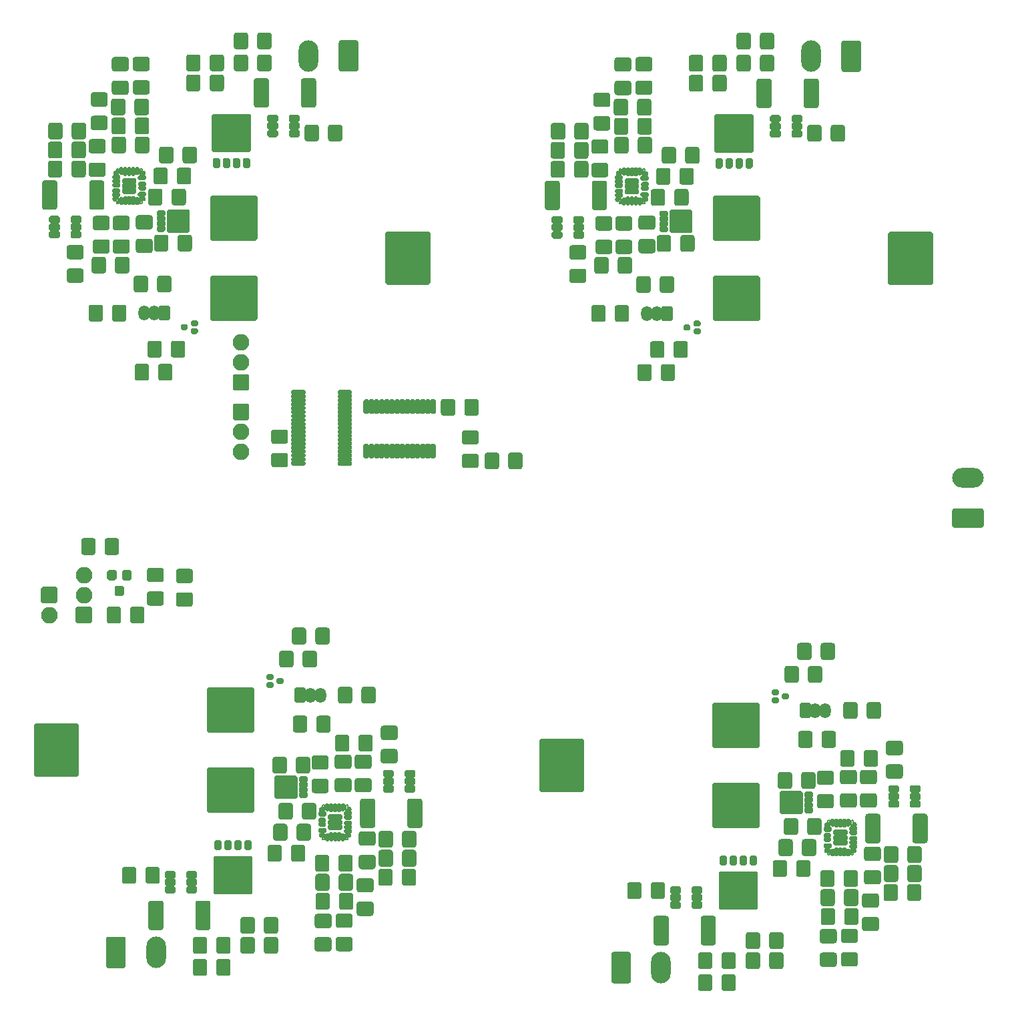
<source format=gbr>
G04 #@! TF.GenerationSoftware,KiCad,Pcbnew,(5.1.10)-1*
G04 #@! TF.CreationDate,2021-05-13T19:21:14+02:00*
G04 #@! TF.ProjectId,PEE50_MPPT,50454535-305f-44d5-9050-542e6b696361,rev?*
G04 #@! TF.SameCoordinates,Original*
G04 #@! TF.FileFunction,Soldermask,Top*
G04 #@! TF.FilePolarity,Negative*
%FSLAX46Y46*%
G04 Gerber Fmt 4.6, Leading zero omitted, Abs format (unit mm)*
G04 Created by KiCad (PCBNEW (5.1.10)-1) date 2021-05-13 19:21:14*
%MOMM*%
%LPD*%
G01*
G04 APERTURE LIST*
%ADD10C,0.152400*%
%ADD11O,2.100000X2.100000*%
%ADD12C,0.706367*%
%ADD13C,0.689687*%
%ADD14C,0.658750*%
%ADD15C,0.732306*%
%ADD16O,2.480000X4.000000*%
%ADD17O,1.450000X1.900000*%
%ADD18O,4.000000X2.480000*%
G04 APERTURE END LIST*
D10*
X66827001Y-155152999D02*
X66876999Y-155202999D01*
X66876999Y-155202999D02*
X66877001Y-155503001D01*
X66877001Y-155503001D02*
X67177001Y-155503001D01*
X67177001Y-155503001D02*
X67227000Y-155553001D01*
X67227000Y-155553001D02*
X67227000Y-155803001D01*
X67227000Y-155803001D02*
X67177001Y-155853000D01*
X67177001Y-155853000D02*
X66702000Y-155853000D01*
X66702000Y-155853000D02*
X66652000Y-155803001D01*
X66652000Y-155803001D02*
X66651998Y-155202999D01*
X66651998Y-155202999D02*
X66702000Y-155152999D01*
X66702000Y-155152999D02*
X66827001Y-155152999D01*
X66827001Y-159553001D02*
X66702000Y-159553001D01*
X66702000Y-159553001D02*
X66652000Y-159503001D01*
X66652000Y-159503001D02*
X66652000Y-158902999D01*
X66652000Y-158902999D02*
X66702000Y-158853000D01*
X66702000Y-158853000D02*
X67177001Y-158853000D01*
X67177001Y-158853000D02*
X67227000Y-158902999D01*
X67227000Y-158902999D02*
X67227000Y-159152999D01*
X67227000Y-159152999D02*
X67177001Y-159202999D01*
X67177001Y-159202999D02*
X66877001Y-159202999D01*
X66877001Y-159202999D02*
X66876999Y-159503001D01*
X66876999Y-159503001D02*
X66827001Y-159553001D01*
X63852999Y-155152999D02*
X63852999Y-155153002D01*
X63852999Y-155153002D02*
X63903001Y-155202999D01*
X63903001Y-155202999D02*
X63903001Y-155877999D01*
X63903001Y-155877999D02*
X63852999Y-155927999D01*
X63852999Y-155927999D02*
X63378001Y-155928002D01*
X63378001Y-155928002D02*
X63328001Y-155877999D01*
X63328001Y-155877999D02*
X63327999Y-155578000D01*
X63327999Y-155578000D02*
X63378001Y-155528000D01*
X63378001Y-155528000D02*
X63678001Y-155528000D01*
X63678001Y-155528000D02*
X63678001Y-155202999D01*
X63678001Y-155202999D02*
X63728001Y-155152999D01*
X63728001Y-155152999D02*
X63852999Y-155152999D01*
X63852999Y-159553001D02*
X63728001Y-159553001D01*
X63728001Y-159553001D02*
X63678001Y-159503001D01*
X63678001Y-159503001D02*
X63678001Y-159178000D01*
X63678001Y-159178000D02*
X63378001Y-159178000D01*
X63378001Y-159178000D02*
X63327999Y-159128000D01*
X63327999Y-159128000D02*
X63328001Y-158828001D01*
X63328001Y-158828001D02*
X63378001Y-158778001D01*
X63378001Y-158778001D02*
X63852999Y-158778001D01*
X63852999Y-158778001D02*
X63902999Y-158828001D01*
X63902999Y-158828001D02*
X63902999Y-159503001D01*
X63902999Y-159503001D02*
X63852999Y-159553001D01*
X50131015Y-161879003D02*
X50141200Y-161878002D01*
X50121223Y-161881975D02*
X50131015Y-161879003D01*
X50112198Y-161886798D02*
X50121223Y-161881975D01*
X50104289Y-161893291D02*
X50112198Y-161886798D01*
X50097797Y-161901200D02*
X50104289Y-161893291D01*
X50092973Y-161910225D02*
X50097797Y-161901200D01*
X50090001Y-161920017D02*
X50092973Y-161910225D01*
X50089001Y-161930202D02*
X50090001Y-161920017D01*
X50089001Y-165305801D02*
X50089001Y-161930202D01*
X50090001Y-165315986D02*
X50089001Y-165305801D01*
X50092973Y-165325778D02*
X50090001Y-165315986D01*
X50097797Y-165334803D02*
X50092973Y-165325778D01*
X50104289Y-165342712D02*
X50097797Y-165334803D01*
X50112198Y-165349204D02*
X50104289Y-165342712D01*
X50121223Y-165354028D02*
X50112198Y-165349204D01*
X50131015Y-165357000D02*
X50121223Y-165354028D01*
X50141200Y-165358003D02*
X50131015Y-165357000D01*
X54506800Y-165358003D02*
X50141200Y-165358003D01*
X54516985Y-165357000D02*
X54506800Y-165358003D01*
X54526777Y-165354028D02*
X54516985Y-165357000D01*
X54535802Y-165349204D02*
X54526777Y-165354028D01*
X54543711Y-165342712D02*
X54535802Y-165349204D01*
X54550203Y-165334803D02*
X54543711Y-165342712D01*
X54555027Y-165325778D02*
X54550203Y-165334803D01*
X54557999Y-165315986D02*
X54555027Y-165325778D01*
X54558999Y-165305801D02*
X54557999Y-165315986D01*
X54558999Y-161930202D02*
X54558999Y-165305801D01*
X54557999Y-161920017D02*
X54558999Y-161930202D01*
X54555027Y-161910225D02*
X54557999Y-161920017D01*
X54550203Y-161901200D02*
X54555027Y-161910225D01*
X54543711Y-161893291D02*
X54550203Y-161901200D01*
X54535802Y-161886798D02*
X54543711Y-161893291D01*
X54526777Y-161881975D02*
X54535802Y-161886798D01*
X54516985Y-161879003D02*
X54526777Y-161881975D01*
X54506800Y-161878002D02*
X54516985Y-161879003D01*
X50141200Y-161878002D02*
X54506800Y-161878002D01*
X53163998Y-165318001D02*
X52753999Y-165318001D01*
X53163998Y-165543001D02*
X53163998Y-165318001D01*
X52753999Y-165543001D02*
X53163998Y-165543001D01*
X52753999Y-165318001D02*
X52753999Y-165543001D01*
X54434001Y-165318001D02*
X54024002Y-165318001D01*
X54434001Y-165543001D02*
X54434001Y-165318001D01*
X54024002Y-165543001D02*
X54434001Y-165543001D01*
X54024002Y-165318001D02*
X54024002Y-165543001D01*
X50624001Y-165318001D02*
X50214002Y-165318001D01*
X50624001Y-165543001D02*
X50624001Y-165318001D01*
X50214002Y-165543001D02*
X50624001Y-165543001D01*
X50214002Y-165318001D02*
X50214002Y-165543001D01*
X51894003Y-165318001D02*
X51484004Y-165318001D01*
X51894003Y-165543001D02*
X51894003Y-165318001D01*
X51484004Y-165543001D02*
X51894003Y-165543001D01*
X51484004Y-165318001D02*
X51484004Y-165543001D01*
X58765001Y-153733000D02*
X58265002Y-153733000D01*
X58265002Y-153733000D02*
X58265002Y-154032999D01*
X58265002Y-154032999D02*
X58765001Y-154032999D01*
X58765001Y-154032999D02*
X58765001Y-153733000D01*
X58765001Y-151783001D02*
X58265002Y-151783001D01*
X58265002Y-151783001D02*
X58265002Y-152083000D01*
X58265002Y-152083000D02*
X58765001Y-152083000D01*
X58765001Y-152083000D02*
X58765001Y-151783001D01*
X58765001Y-152433002D02*
X58265002Y-152433002D01*
X58265002Y-152433002D02*
X58265002Y-152733002D01*
X58265002Y-152733002D02*
X58765001Y-152733002D01*
X58765001Y-152733002D02*
X58765001Y-152433002D01*
X58765001Y-153082998D02*
X58265002Y-153082998D01*
X58265002Y-153082998D02*
X58265002Y-153382998D01*
X58265002Y-153382998D02*
X58765001Y-153382998D01*
X58765001Y-153382998D02*
X58765001Y-153082998D01*
X60249999Y-151736250D02*
X60249999Y-154079750D01*
X60249999Y-154079750D02*
X60248978Y-154090139D01*
X60248978Y-154090139D02*
X60245948Y-154100129D01*
X60245948Y-154100129D02*
X60241025Y-154109334D01*
X60241025Y-154109334D02*
X60234403Y-154117403D01*
X60234403Y-154117403D02*
X60226334Y-154124025D01*
X60226334Y-154124025D02*
X60217129Y-154128948D01*
X60217129Y-154128948D02*
X60207139Y-154131978D01*
X60207139Y-154131978D02*
X60196750Y-154132999D01*
X60196750Y-154132999D02*
X58528250Y-154132999D01*
X58528250Y-154132999D02*
X58517861Y-154131978D01*
X58517861Y-154131978D02*
X58507871Y-154128948D01*
X58507871Y-154128948D02*
X58498666Y-154124025D01*
X58498666Y-154124025D02*
X58490597Y-154117403D01*
X58490597Y-154117403D02*
X58483975Y-154109334D01*
X58483975Y-154109334D02*
X58479052Y-154100129D01*
X58479052Y-154100129D02*
X58476022Y-154090139D01*
X58476022Y-154090139D02*
X58474999Y-154079750D01*
X58474999Y-154079750D02*
X58474999Y-151736250D01*
X58474999Y-151736250D02*
X58476022Y-151725861D01*
X58476022Y-151725861D02*
X58479052Y-151715871D01*
X58479052Y-151715871D02*
X58483975Y-151706666D01*
X58483975Y-151706666D02*
X58490597Y-151698597D01*
X58490597Y-151698597D02*
X58498666Y-151691975D01*
X58498666Y-151691975D02*
X58507871Y-151687052D01*
X58507871Y-151687052D02*
X58517861Y-151684022D01*
X58517861Y-151684022D02*
X58528250Y-151683001D01*
X58528250Y-151683001D02*
X60196750Y-151683001D01*
X60196750Y-151683001D02*
X60207139Y-151684022D01*
X60207139Y-151684022D02*
X60217129Y-151687052D01*
X60217129Y-151687052D02*
X60226334Y-151691975D01*
X60226334Y-151691975D02*
X60234403Y-151698597D01*
X60234403Y-151698597D02*
X60241025Y-151706666D01*
X60241025Y-151706666D02*
X60245948Y-151715871D01*
X60245948Y-151715871D02*
X60248978Y-151725861D01*
X60248978Y-151725861D02*
X60249999Y-151736250D01*
X115568205Y-167257200D02*
X115568205Y-167482200D01*
X115568205Y-167482200D02*
X115978204Y-167482200D01*
X115978204Y-167482200D02*
X115978204Y-167257200D01*
X115978204Y-167257200D02*
X115568205Y-167257200D01*
X114298203Y-167257200D02*
X114298203Y-167482200D01*
X114298203Y-167482200D02*
X114708202Y-167482200D01*
X114708202Y-167482200D02*
X114708202Y-167257200D01*
X114708202Y-167257200D02*
X114298203Y-167257200D01*
X118108203Y-167257200D02*
X118108203Y-167482200D01*
X118108203Y-167482200D02*
X118518202Y-167482200D01*
X118518202Y-167482200D02*
X118518202Y-167257200D01*
X118518202Y-167257200D02*
X118108203Y-167257200D01*
X116838200Y-167257200D02*
X116838200Y-167482200D01*
X116838200Y-167482200D02*
X117248199Y-167482200D01*
X117248199Y-167482200D02*
X117248199Y-167257200D01*
X117248199Y-167257200D02*
X116838200Y-167257200D01*
X114225401Y-163817201D02*
X118591001Y-163817201D01*
X118591001Y-163817201D02*
X118601186Y-163818202D01*
X118601186Y-163818202D02*
X118610978Y-163821174D01*
X118610978Y-163821174D02*
X118620003Y-163825997D01*
X118620003Y-163825997D02*
X118627912Y-163832490D01*
X118627912Y-163832490D02*
X118634404Y-163840399D01*
X118634404Y-163840399D02*
X118639228Y-163849424D01*
X118639228Y-163849424D02*
X118642200Y-163859216D01*
X118642200Y-163859216D02*
X118643200Y-163869401D01*
X118643200Y-163869401D02*
X118643200Y-167245000D01*
X118643200Y-167245000D02*
X118642200Y-167255185D01*
X118642200Y-167255185D02*
X118639228Y-167264977D01*
X118639228Y-167264977D02*
X118634404Y-167274002D01*
X118634404Y-167274002D02*
X118627912Y-167281911D01*
X118627912Y-167281911D02*
X118620003Y-167288403D01*
X118620003Y-167288403D02*
X118610978Y-167293227D01*
X118610978Y-167293227D02*
X118601186Y-167296199D01*
X118601186Y-167296199D02*
X118591001Y-167297202D01*
X118591001Y-167297202D02*
X114225401Y-167297202D01*
X114225401Y-167297202D02*
X114215216Y-167296199D01*
X114215216Y-167296199D02*
X114205424Y-167293227D01*
X114205424Y-167293227D02*
X114196399Y-167288403D01*
X114196399Y-167288403D02*
X114188490Y-167281911D01*
X114188490Y-167281911D02*
X114181998Y-167274002D01*
X114181998Y-167274002D02*
X114177174Y-167264977D01*
X114177174Y-167264977D02*
X114174202Y-167255185D01*
X114174202Y-167255185D02*
X114173202Y-167245000D01*
X114173202Y-167245000D02*
X114173202Y-163869401D01*
X114173202Y-163869401D02*
X114174202Y-163859216D01*
X114174202Y-163859216D02*
X114177174Y-163849424D01*
X114177174Y-163849424D02*
X114181998Y-163840399D01*
X114181998Y-163840399D02*
X114188490Y-163832490D01*
X114188490Y-163832490D02*
X114196399Y-163825997D01*
X114196399Y-163825997D02*
X114205424Y-163821174D01*
X114205424Y-163821174D02*
X114215216Y-163818202D01*
X114215216Y-163818202D02*
X114225401Y-163817201D01*
X122849202Y-155672199D02*
X122349203Y-155672199D01*
X122349203Y-155672199D02*
X122349203Y-155972198D01*
X122349203Y-155972198D02*
X122849202Y-155972198D01*
X122849202Y-155972198D02*
X122849202Y-155672199D01*
X122849202Y-153722200D02*
X122349203Y-153722200D01*
X122349203Y-153722200D02*
X122349203Y-154022199D01*
X122349203Y-154022199D02*
X122849202Y-154022199D01*
X122849202Y-154022199D02*
X122849202Y-153722200D01*
X122849202Y-154372201D02*
X122349203Y-154372201D01*
X122349203Y-154372201D02*
X122349203Y-154672201D01*
X122349203Y-154672201D02*
X122849202Y-154672201D01*
X122849202Y-154672201D02*
X122849202Y-154372201D01*
X122849202Y-155022197D02*
X122349203Y-155022197D01*
X122349203Y-155022197D02*
X122349203Y-155322197D01*
X122349203Y-155322197D02*
X122849202Y-155322197D01*
X122849202Y-155322197D02*
X122849202Y-155022197D01*
X124334200Y-153675449D02*
X124334200Y-156018949D01*
X124334200Y-156018949D02*
X124333179Y-156029338D01*
X124333179Y-156029338D02*
X124330149Y-156039328D01*
X124330149Y-156039328D02*
X124325226Y-156048533D01*
X124325226Y-156048533D02*
X124318604Y-156056602D01*
X124318604Y-156056602D02*
X124310535Y-156063224D01*
X124310535Y-156063224D02*
X124301330Y-156068147D01*
X124301330Y-156068147D02*
X124291340Y-156071177D01*
X124291340Y-156071177D02*
X124280951Y-156072198D01*
X124280951Y-156072198D02*
X122612451Y-156072198D01*
X122612451Y-156072198D02*
X122602062Y-156071177D01*
X122602062Y-156071177D02*
X122592072Y-156068147D01*
X122592072Y-156068147D02*
X122582867Y-156063224D01*
X122582867Y-156063224D02*
X122574798Y-156056602D01*
X122574798Y-156056602D02*
X122568176Y-156048533D01*
X122568176Y-156048533D02*
X122563253Y-156039328D01*
X122563253Y-156039328D02*
X122560223Y-156029338D01*
X122560223Y-156029338D02*
X122559200Y-156018949D01*
X122559200Y-156018949D02*
X122559200Y-153675449D01*
X122559200Y-153675449D02*
X122560223Y-153665060D01*
X122560223Y-153665060D02*
X122563253Y-153655070D01*
X122563253Y-153655070D02*
X122568176Y-153645865D01*
X122568176Y-153645865D02*
X122574798Y-153637796D01*
X122574798Y-153637796D02*
X122582867Y-153631174D01*
X122582867Y-153631174D02*
X122592072Y-153626251D01*
X122592072Y-153626251D02*
X122602062Y-153623221D01*
X122602062Y-153623221D02*
X122612451Y-153622200D01*
X122612451Y-153622200D02*
X124280951Y-153622200D01*
X124280951Y-153622200D02*
X124291340Y-153623221D01*
X124291340Y-153623221D02*
X124301330Y-153626251D01*
X124301330Y-153626251D02*
X124310535Y-153631174D01*
X124310535Y-153631174D02*
X124318604Y-153637796D01*
X124318604Y-153637796D02*
X124325226Y-153645865D01*
X124325226Y-153645865D02*
X124330149Y-153655070D01*
X124330149Y-153655070D02*
X124333179Y-153665060D01*
X124333179Y-153665060D02*
X124334200Y-153675449D01*
X130911202Y-157092198D02*
X130961200Y-157142198D01*
X130961200Y-157142198D02*
X130961202Y-157442200D01*
X130961202Y-157442200D02*
X131261202Y-157442200D01*
X131261202Y-157442200D02*
X131311201Y-157492200D01*
X131311201Y-157492200D02*
X131311201Y-157742200D01*
X131311201Y-157742200D02*
X131261202Y-157792199D01*
X131261202Y-157792199D02*
X130786201Y-157792199D01*
X130786201Y-157792199D02*
X130736201Y-157742200D01*
X130736201Y-157742200D02*
X130736199Y-157142198D01*
X130736199Y-157142198D02*
X130786201Y-157092198D01*
X130786201Y-157092198D02*
X130911202Y-157092198D01*
X130911202Y-161492200D02*
X130786201Y-161492200D01*
X130786201Y-161492200D02*
X130736201Y-161442200D01*
X130736201Y-161442200D02*
X130736201Y-160842198D01*
X130736201Y-160842198D02*
X130786201Y-160792199D01*
X130786201Y-160792199D02*
X131261202Y-160792199D01*
X131261202Y-160792199D02*
X131311201Y-160842198D01*
X131311201Y-160842198D02*
X131311201Y-161092198D01*
X131311201Y-161092198D02*
X131261202Y-161142198D01*
X131261202Y-161142198D02*
X130961202Y-161142198D01*
X130961202Y-161142198D02*
X130961200Y-161442200D01*
X130961200Y-161442200D02*
X130911202Y-161492200D01*
X127937200Y-157092198D02*
X127937200Y-157092201D01*
X127937200Y-157092201D02*
X127987202Y-157142198D01*
X127987202Y-157142198D02*
X127987202Y-157817198D01*
X127987202Y-157817198D02*
X127937200Y-157867198D01*
X127937200Y-157867198D02*
X127462202Y-157867201D01*
X127462202Y-157867201D02*
X127412202Y-157817198D01*
X127412202Y-157817198D02*
X127412200Y-157517199D01*
X127412200Y-157517199D02*
X127462202Y-157467199D01*
X127462202Y-157467199D02*
X127762202Y-157467199D01*
X127762202Y-157467199D02*
X127762202Y-157142198D01*
X127762202Y-157142198D02*
X127812202Y-157092198D01*
X127812202Y-157092198D02*
X127937200Y-157092198D01*
X127937200Y-161492200D02*
X127812202Y-161492200D01*
X127812202Y-161492200D02*
X127762202Y-161442200D01*
X127762202Y-161442200D02*
X127762202Y-161117199D01*
X127762202Y-161117199D02*
X127462202Y-161117199D01*
X127462202Y-161117199D02*
X127412200Y-161067199D01*
X127412200Y-161067199D02*
X127412202Y-160767200D01*
X127412202Y-160767200D02*
X127462202Y-160717200D01*
X127462202Y-160717200D02*
X127937200Y-160717200D01*
X127937200Y-160717200D02*
X127987200Y-160767200D01*
X127987200Y-160767200D02*
X127987200Y-161442200D01*
X127987200Y-161442200D02*
X127937200Y-161492200D01*
X52960795Y-68666800D02*
X52960795Y-68441800D01*
X52960795Y-68441800D02*
X52550796Y-68441800D01*
X52550796Y-68441800D02*
X52550796Y-68666800D01*
X52550796Y-68666800D02*
X52960795Y-68666800D01*
X54230797Y-68666800D02*
X54230797Y-68441800D01*
X54230797Y-68441800D02*
X53820798Y-68441800D01*
X53820798Y-68441800D02*
X53820798Y-68666800D01*
X53820798Y-68666800D02*
X54230797Y-68666800D01*
X50420797Y-68666800D02*
X50420797Y-68441800D01*
X50420797Y-68441800D02*
X50010798Y-68441800D01*
X50010798Y-68441800D02*
X50010798Y-68666800D01*
X50010798Y-68666800D02*
X50420797Y-68666800D01*
X51690800Y-68666800D02*
X51690800Y-68441800D01*
X51690800Y-68441800D02*
X51280801Y-68441800D01*
X51280801Y-68441800D02*
X51280801Y-68666800D01*
X51280801Y-68666800D02*
X51690800Y-68666800D01*
X54303599Y-72106799D02*
X49937999Y-72106799D01*
X49937999Y-72106799D02*
X49927814Y-72105798D01*
X49927814Y-72105798D02*
X49918022Y-72102826D01*
X49918022Y-72102826D02*
X49908997Y-72098003D01*
X49908997Y-72098003D02*
X49901088Y-72091510D01*
X49901088Y-72091510D02*
X49894596Y-72083601D01*
X49894596Y-72083601D02*
X49889772Y-72074576D01*
X49889772Y-72074576D02*
X49886800Y-72064784D01*
X49886800Y-72064784D02*
X49885800Y-72054599D01*
X49885800Y-72054599D02*
X49885800Y-68679000D01*
X49885800Y-68679000D02*
X49886800Y-68668815D01*
X49886800Y-68668815D02*
X49889772Y-68659023D01*
X49889772Y-68659023D02*
X49894596Y-68649998D01*
X49894596Y-68649998D02*
X49901088Y-68642089D01*
X49901088Y-68642089D02*
X49908997Y-68635597D01*
X49908997Y-68635597D02*
X49918022Y-68630773D01*
X49918022Y-68630773D02*
X49927814Y-68627801D01*
X49927814Y-68627801D02*
X49937999Y-68626798D01*
X49937999Y-68626798D02*
X54303599Y-68626798D01*
X54303599Y-68626798D02*
X54313784Y-68627801D01*
X54313784Y-68627801D02*
X54323576Y-68630773D01*
X54323576Y-68630773D02*
X54332601Y-68635597D01*
X54332601Y-68635597D02*
X54340510Y-68642089D01*
X54340510Y-68642089D02*
X54347002Y-68649998D01*
X54347002Y-68649998D02*
X54351826Y-68659023D01*
X54351826Y-68659023D02*
X54354798Y-68668815D01*
X54354798Y-68668815D02*
X54355798Y-68679000D01*
X54355798Y-68679000D02*
X54355798Y-72054599D01*
X54355798Y-72054599D02*
X54354798Y-72064784D01*
X54354798Y-72064784D02*
X54351826Y-72074576D01*
X54351826Y-72074576D02*
X54347002Y-72083601D01*
X54347002Y-72083601D02*
X54340510Y-72091510D01*
X54340510Y-72091510D02*
X54332601Y-72098003D01*
X54332601Y-72098003D02*
X54323576Y-72102826D01*
X54323576Y-72102826D02*
X54313784Y-72105798D01*
X54313784Y-72105798D02*
X54303599Y-72106799D01*
X45679798Y-80251801D02*
X46179797Y-80251801D01*
X46179797Y-80251801D02*
X46179797Y-79951802D01*
X46179797Y-79951802D02*
X45679798Y-79951802D01*
X45679798Y-79951802D02*
X45679798Y-80251801D01*
X45679798Y-82201800D02*
X46179797Y-82201800D01*
X46179797Y-82201800D02*
X46179797Y-81901801D01*
X46179797Y-81901801D02*
X45679798Y-81901801D01*
X45679798Y-81901801D02*
X45679798Y-82201800D01*
X45679798Y-81551799D02*
X46179797Y-81551799D01*
X46179797Y-81551799D02*
X46179797Y-81251799D01*
X46179797Y-81251799D02*
X45679798Y-81251799D01*
X45679798Y-81251799D02*
X45679798Y-81551799D01*
X45679798Y-80901803D02*
X46179797Y-80901803D01*
X46179797Y-80901803D02*
X46179797Y-80601803D01*
X46179797Y-80601803D02*
X45679798Y-80601803D01*
X45679798Y-80601803D02*
X45679798Y-80901803D01*
X44194800Y-82248551D02*
X44194800Y-79905051D01*
X44194800Y-79905051D02*
X44195821Y-79894662D01*
X44195821Y-79894662D02*
X44198851Y-79884672D01*
X44198851Y-79884672D02*
X44203774Y-79875467D01*
X44203774Y-79875467D02*
X44210396Y-79867398D01*
X44210396Y-79867398D02*
X44218465Y-79860776D01*
X44218465Y-79860776D02*
X44227670Y-79855853D01*
X44227670Y-79855853D02*
X44237660Y-79852823D01*
X44237660Y-79852823D02*
X44248049Y-79851802D01*
X44248049Y-79851802D02*
X45916549Y-79851802D01*
X45916549Y-79851802D02*
X45926938Y-79852823D01*
X45926938Y-79852823D02*
X45936928Y-79855853D01*
X45936928Y-79855853D02*
X45946133Y-79860776D01*
X45946133Y-79860776D02*
X45954202Y-79867398D01*
X45954202Y-79867398D02*
X45960824Y-79875467D01*
X45960824Y-79875467D02*
X45965747Y-79884672D01*
X45965747Y-79884672D02*
X45968777Y-79894662D01*
X45968777Y-79894662D02*
X45969800Y-79905051D01*
X45969800Y-79905051D02*
X45969800Y-82248551D01*
X45969800Y-82248551D02*
X45968777Y-82258940D01*
X45968777Y-82258940D02*
X45965747Y-82268930D01*
X45965747Y-82268930D02*
X45960824Y-82278135D01*
X45960824Y-82278135D02*
X45954202Y-82286204D01*
X45954202Y-82286204D02*
X45946133Y-82292826D01*
X45946133Y-82292826D02*
X45936928Y-82297749D01*
X45936928Y-82297749D02*
X45926938Y-82300779D01*
X45926938Y-82300779D02*
X45916549Y-82301800D01*
X45916549Y-82301800D02*
X44248049Y-82301800D01*
X44248049Y-82301800D02*
X44237660Y-82300779D01*
X44237660Y-82300779D02*
X44227670Y-82297749D01*
X44227670Y-82297749D02*
X44218465Y-82292826D01*
X44218465Y-82292826D02*
X44210396Y-82286204D01*
X44210396Y-82286204D02*
X44203774Y-82278135D01*
X44203774Y-82278135D02*
X44198851Y-82268930D01*
X44198851Y-82268930D02*
X44195821Y-82258940D01*
X44195821Y-82258940D02*
X44194800Y-82248551D01*
X40541800Y-74481800D02*
X40591800Y-74431800D01*
X40541800Y-75156800D02*
X40541800Y-74481800D01*
X40591800Y-75206800D02*
X40541800Y-75156800D01*
X41066798Y-75206800D02*
X40591800Y-75206800D01*
X41116798Y-75156800D02*
X41066798Y-75206800D01*
X41116800Y-74856801D02*
X41116798Y-75156800D01*
X41066798Y-74806801D02*
X41116800Y-74856801D01*
X40766798Y-74806801D02*
X41066798Y-74806801D01*
X40766798Y-74481800D02*
X40766798Y-74806801D01*
X40716798Y-74431800D02*
X40766798Y-74481800D01*
X40591800Y-74431800D02*
X40716798Y-74431800D01*
X40716798Y-78831802D02*
X40591800Y-78831802D01*
X40766798Y-78781802D02*
X40716798Y-78831802D01*
X40766798Y-78456801D02*
X40766798Y-78781802D01*
X41066798Y-78456801D02*
X40766798Y-78456801D01*
X41116800Y-78406801D02*
X41066798Y-78456801D01*
X41116798Y-78106802D02*
X41116800Y-78406801D01*
X41066798Y-78056799D02*
X41116798Y-78106802D01*
X40591800Y-78056802D02*
X41066798Y-78056799D01*
X40541798Y-78106802D02*
X40591800Y-78056802D01*
X40541798Y-78781802D02*
X40541798Y-78106802D01*
X40591800Y-78831799D02*
X40541798Y-78781802D01*
X40591800Y-78831802D02*
X40591800Y-78831799D01*
X37567800Y-74481800D02*
X37617798Y-74431800D01*
X37567798Y-74781802D02*
X37567800Y-74481800D01*
X37267798Y-74781802D02*
X37567798Y-74781802D01*
X37217799Y-74831802D02*
X37267798Y-74781802D01*
X37217799Y-75081802D02*
X37217799Y-74831802D01*
X37267798Y-75131801D02*
X37217799Y-75081802D01*
X37742799Y-75131801D02*
X37267798Y-75131801D01*
X37792799Y-75081802D02*
X37742799Y-75131801D01*
X37792799Y-74481800D02*
X37792799Y-75081802D01*
X37742799Y-74431800D02*
X37792799Y-74481800D01*
X37617798Y-74431800D02*
X37742799Y-74431800D01*
X37742799Y-78831802D02*
X37617798Y-78831802D01*
X37792801Y-78781802D02*
X37742799Y-78831802D01*
X37792799Y-78181800D02*
X37792801Y-78781802D01*
X37742799Y-78131801D02*
X37792799Y-78181800D01*
X37267798Y-78131801D02*
X37742799Y-78131801D01*
X37217799Y-78181800D02*
X37267798Y-78131801D01*
X37217799Y-78431800D02*
X37217799Y-78181800D01*
X37267798Y-78481800D02*
X37217799Y-78431800D01*
X37567798Y-78481800D02*
X37267798Y-78481800D01*
X37567800Y-78781802D02*
X37567798Y-78481800D01*
X37617798Y-78831802D02*
X37567800Y-78781802D01*
X118067784Y-72147798D02*
X118057599Y-72148799D01*
X118077576Y-72144826D02*
X118067784Y-72147798D01*
X118086601Y-72140003D02*
X118077576Y-72144826D01*
X118094510Y-72133510D02*
X118086601Y-72140003D01*
X118101002Y-72125601D02*
X118094510Y-72133510D01*
X118105826Y-72116576D02*
X118101002Y-72125601D01*
X118108798Y-72106784D02*
X118105826Y-72116576D01*
X118109798Y-72096599D02*
X118108798Y-72106784D01*
X118109798Y-68721000D02*
X118109798Y-72096599D01*
X118108798Y-68710815D02*
X118109798Y-68721000D01*
X118105826Y-68701023D02*
X118108798Y-68710815D01*
X118101002Y-68691998D02*
X118105826Y-68701023D01*
X118094510Y-68684089D02*
X118101002Y-68691998D01*
X118086601Y-68677597D02*
X118094510Y-68684089D01*
X118077576Y-68672773D02*
X118086601Y-68677597D01*
X118067784Y-68669801D02*
X118077576Y-68672773D01*
X118057599Y-68668798D02*
X118067784Y-68669801D01*
X113691999Y-68668798D02*
X118057599Y-68668798D01*
X113681814Y-68669801D02*
X113691999Y-68668798D01*
X113672022Y-68672773D02*
X113681814Y-68669801D01*
X113662997Y-68677597D02*
X113672022Y-68672773D01*
X113655088Y-68684089D02*
X113662997Y-68677597D01*
X113648596Y-68691998D02*
X113655088Y-68684089D01*
X113643772Y-68701023D02*
X113648596Y-68691998D01*
X113640800Y-68710815D02*
X113643772Y-68701023D01*
X113639800Y-68721000D02*
X113640800Y-68710815D01*
X113639800Y-72096599D02*
X113639800Y-68721000D01*
X113640800Y-72106784D02*
X113639800Y-72096599D01*
X113643772Y-72116576D02*
X113640800Y-72106784D01*
X113648596Y-72125601D02*
X113643772Y-72116576D01*
X113655088Y-72133510D02*
X113648596Y-72125601D01*
X113662997Y-72140003D02*
X113655088Y-72133510D01*
X113672022Y-72144826D02*
X113662997Y-72140003D01*
X113681814Y-72147798D02*
X113672022Y-72144826D01*
X113691999Y-72148799D02*
X113681814Y-72147798D01*
X118057599Y-72148799D02*
X113691999Y-72148799D01*
X115034801Y-68708800D02*
X115444800Y-68708800D01*
X115034801Y-68483800D02*
X115034801Y-68708800D01*
X115444800Y-68483800D02*
X115034801Y-68483800D01*
X115444800Y-68708800D02*
X115444800Y-68483800D01*
X113764798Y-68708800D02*
X114174797Y-68708800D01*
X113764798Y-68483800D02*
X113764798Y-68708800D01*
X114174797Y-68483800D02*
X113764798Y-68483800D01*
X114174797Y-68708800D02*
X114174797Y-68483800D01*
X117574798Y-68708800D02*
X117984797Y-68708800D01*
X117574798Y-68483800D02*
X117574798Y-68708800D01*
X117984797Y-68483800D02*
X117574798Y-68483800D01*
X117984797Y-68708800D02*
X117984797Y-68483800D01*
X116304796Y-68708800D02*
X116714795Y-68708800D01*
X116304796Y-68483800D02*
X116304796Y-68708800D01*
X116714795Y-68483800D02*
X116304796Y-68483800D01*
X116714795Y-68708800D02*
X116714795Y-68483800D01*
X107949821Y-82300940D02*
X107948800Y-82290551D01*
X107952851Y-82310930D02*
X107949821Y-82300940D01*
X107957774Y-82320135D02*
X107952851Y-82310930D01*
X107964396Y-82328204D02*
X107957774Y-82320135D01*
X107972465Y-82334826D02*
X107964396Y-82328204D01*
X107981670Y-82339749D02*
X107972465Y-82334826D01*
X107991660Y-82342779D02*
X107981670Y-82339749D01*
X108002049Y-82343800D02*
X107991660Y-82342779D01*
X109670549Y-82343800D02*
X108002049Y-82343800D01*
X109680938Y-82342779D02*
X109670549Y-82343800D01*
X109690928Y-82339749D02*
X109680938Y-82342779D01*
X109700133Y-82334826D02*
X109690928Y-82339749D01*
X109708202Y-82328204D02*
X109700133Y-82334826D01*
X109714824Y-82320135D02*
X109708202Y-82328204D01*
X109719747Y-82310930D02*
X109714824Y-82320135D01*
X109722777Y-82300940D02*
X109719747Y-82310930D01*
X109723800Y-82290551D02*
X109722777Y-82300940D01*
X109723800Y-79947051D02*
X109723800Y-82290551D01*
X109722777Y-79936662D02*
X109723800Y-79947051D01*
X109719747Y-79926672D02*
X109722777Y-79936662D01*
X109714824Y-79917467D02*
X109719747Y-79926672D01*
X109708202Y-79909398D02*
X109714824Y-79917467D01*
X109700133Y-79902776D02*
X109708202Y-79909398D01*
X109690928Y-79897853D02*
X109700133Y-79902776D01*
X109680938Y-79894823D02*
X109690928Y-79897853D01*
X109670549Y-79893802D02*
X109680938Y-79894823D01*
X108002049Y-79893802D02*
X109670549Y-79893802D01*
X107991660Y-79894823D02*
X108002049Y-79893802D01*
X107981670Y-79897853D02*
X107991660Y-79894823D01*
X107972465Y-79902776D02*
X107981670Y-79897853D01*
X107964396Y-79909398D02*
X107972465Y-79902776D01*
X107957774Y-79917467D02*
X107964396Y-79909398D01*
X107952851Y-79926672D02*
X107957774Y-79917467D01*
X107949821Y-79936662D02*
X107952851Y-79926672D01*
X107948800Y-79947051D02*
X107949821Y-79936662D01*
X107948800Y-82290551D02*
X107948800Y-79947051D01*
X109433798Y-80643803D02*
X109433798Y-80943803D01*
X109933797Y-80643803D02*
X109433798Y-80643803D01*
X109933797Y-80943803D02*
X109933797Y-80643803D01*
X109433798Y-80943803D02*
X109933797Y-80943803D01*
X109433798Y-81293799D02*
X109433798Y-81593799D01*
X109933797Y-81293799D02*
X109433798Y-81293799D01*
X109933797Y-81593799D02*
X109933797Y-81293799D01*
X109433798Y-81593799D02*
X109933797Y-81593799D01*
X109433798Y-81943801D02*
X109433798Y-82243800D01*
X109933797Y-81943801D02*
X109433798Y-81943801D01*
X109933797Y-82243800D02*
X109933797Y-81943801D01*
X109433798Y-82243800D02*
X109933797Y-82243800D01*
X109433798Y-79993802D02*
X109433798Y-80293801D01*
X109933797Y-79993802D02*
X109433798Y-79993802D01*
X109933797Y-80293801D02*
X109933797Y-79993802D01*
X109433798Y-80293801D02*
X109933797Y-80293801D01*
X101371798Y-78873802D02*
X101321800Y-78823802D01*
X101321800Y-78823802D02*
X101321798Y-78523800D01*
X101321798Y-78523800D02*
X101021798Y-78523800D01*
X101021798Y-78523800D02*
X100971799Y-78473800D01*
X100971799Y-78473800D02*
X100971799Y-78223800D01*
X100971799Y-78223800D02*
X101021798Y-78173801D01*
X101021798Y-78173801D02*
X101496799Y-78173801D01*
X101496799Y-78173801D02*
X101546799Y-78223800D01*
X101546799Y-78223800D02*
X101546801Y-78823802D01*
X101546801Y-78823802D02*
X101496799Y-78873802D01*
X101496799Y-78873802D02*
X101371798Y-78873802D01*
X101371798Y-74473800D02*
X101496799Y-74473800D01*
X101496799Y-74473800D02*
X101546799Y-74523800D01*
X101546799Y-74523800D02*
X101546799Y-75123802D01*
X101546799Y-75123802D02*
X101496799Y-75173801D01*
X101496799Y-75173801D02*
X101021798Y-75173801D01*
X101021798Y-75173801D02*
X100971799Y-75123802D01*
X100971799Y-75123802D02*
X100971799Y-74873802D01*
X100971799Y-74873802D02*
X101021798Y-74823802D01*
X101021798Y-74823802D02*
X101321798Y-74823802D01*
X101321798Y-74823802D02*
X101321800Y-74523800D01*
X101321800Y-74523800D02*
X101371798Y-74473800D01*
X104345800Y-78873802D02*
X104345800Y-78873799D01*
X104345800Y-78873799D02*
X104295798Y-78823802D01*
X104295798Y-78823802D02*
X104295798Y-78148802D01*
X104295798Y-78148802D02*
X104345800Y-78098802D01*
X104345800Y-78098802D02*
X104820798Y-78098799D01*
X104820798Y-78098799D02*
X104870798Y-78148802D01*
X104870798Y-78148802D02*
X104870800Y-78448801D01*
X104870800Y-78448801D02*
X104820798Y-78498801D01*
X104820798Y-78498801D02*
X104520798Y-78498801D01*
X104520798Y-78498801D02*
X104520798Y-78823802D01*
X104520798Y-78823802D02*
X104470798Y-78873802D01*
X104470798Y-78873802D02*
X104345800Y-78873802D01*
X104345800Y-74473800D02*
X104470798Y-74473800D01*
X104470798Y-74473800D02*
X104520798Y-74523800D01*
X104520798Y-74523800D02*
X104520798Y-74848801D01*
X104520798Y-74848801D02*
X104820798Y-74848801D01*
X104820798Y-74848801D02*
X104870800Y-74898801D01*
X104870800Y-74898801D02*
X104870798Y-75198800D01*
X104870798Y-75198800D02*
X104820798Y-75248800D01*
X104820798Y-75248800D02*
X104345800Y-75248800D01*
X104345800Y-75248800D02*
X104295800Y-75198800D01*
X104295800Y-75198800D02*
X104295800Y-74523800D01*
X104295800Y-74523800D02*
X104345800Y-74473800D01*
G36*
G01*
X77517100Y-109330401D02*
X77871900Y-109330401D01*
G75*
G02*
X78071900Y-109530401I0J-200000D01*
G01*
X78071900Y-110992399D01*
G75*
G02*
X77871900Y-111192399I-200000J0D01*
G01*
X77517100Y-111192399D01*
G75*
G02*
X77317100Y-110992399I0J200000D01*
G01*
X77317100Y-109530401D01*
G75*
G02*
X77517100Y-109330401I200000J0D01*
G01*
G37*
G36*
G01*
X76867099Y-109330401D02*
X77221899Y-109330401D01*
G75*
G02*
X77421899Y-109530401I0J-200000D01*
G01*
X77421899Y-110992399D01*
G75*
G02*
X77221899Y-111192399I-200000J0D01*
G01*
X76867099Y-111192399D01*
G75*
G02*
X76667099Y-110992399I0J200000D01*
G01*
X76667099Y-109530401D01*
G75*
G02*
X76867099Y-109330401I200000J0D01*
G01*
G37*
G36*
G01*
X76217100Y-109330401D02*
X76571900Y-109330401D01*
G75*
G02*
X76771900Y-109530401I0J-200000D01*
G01*
X76771900Y-110992399D01*
G75*
G02*
X76571900Y-111192399I-200000J0D01*
G01*
X76217100Y-111192399D01*
G75*
G02*
X76017100Y-110992399I0J200000D01*
G01*
X76017100Y-109530401D01*
G75*
G02*
X76217100Y-109330401I200000J0D01*
G01*
G37*
G36*
G01*
X75567099Y-109330401D02*
X75921899Y-109330401D01*
G75*
G02*
X76121899Y-109530401I0J-200000D01*
G01*
X76121899Y-110992399D01*
G75*
G02*
X75921899Y-111192399I-200000J0D01*
G01*
X75567099Y-111192399D01*
G75*
G02*
X75367099Y-110992399I0J200000D01*
G01*
X75367099Y-109530401D01*
G75*
G02*
X75567099Y-109330401I200000J0D01*
G01*
G37*
G36*
G01*
X74917101Y-109330401D02*
X75271901Y-109330401D01*
G75*
G02*
X75471901Y-109530401I0J-200000D01*
G01*
X75471901Y-110992399D01*
G75*
G02*
X75271901Y-111192399I-200000J0D01*
G01*
X74917101Y-111192399D01*
G75*
G02*
X74717101Y-110992399I0J200000D01*
G01*
X74717101Y-109530401D01*
G75*
G02*
X74917101Y-109330401I200000J0D01*
G01*
G37*
G36*
G01*
X74267099Y-109330401D02*
X74621899Y-109330401D01*
G75*
G02*
X74821899Y-109530401I0J-200000D01*
G01*
X74821899Y-110992399D01*
G75*
G02*
X74621899Y-111192399I-200000J0D01*
G01*
X74267099Y-111192399D01*
G75*
G02*
X74067099Y-110992399I0J200000D01*
G01*
X74067099Y-109530401D01*
G75*
G02*
X74267099Y-109330401I200000J0D01*
G01*
G37*
G36*
G01*
X73617101Y-109330401D02*
X73971901Y-109330401D01*
G75*
G02*
X74171901Y-109530401I0J-200000D01*
G01*
X74171901Y-110992399D01*
G75*
G02*
X73971901Y-111192399I-200000J0D01*
G01*
X73617101Y-111192399D01*
G75*
G02*
X73417101Y-110992399I0J200000D01*
G01*
X73417101Y-109530401D01*
G75*
G02*
X73617101Y-109330401I200000J0D01*
G01*
G37*
G36*
G01*
X72967099Y-109330401D02*
X73321899Y-109330401D01*
G75*
G02*
X73521899Y-109530401I0J-200000D01*
G01*
X73521899Y-110992399D01*
G75*
G02*
X73321899Y-111192399I-200000J0D01*
G01*
X72967099Y-111192399D01*
G75*
G02*
X72767099Y-110992399I0J200000D01*
G01*
X72767099Y-109530401D01*
G75*
G02*
X72967099Y-109330401I200000J0D01*
G01*
G37*
G36*
G01*
X72317101Y-109330401D02*
X72671901Y-109330401D01*
G75*
G02*
X72871901Y-109530401I0J-200000D01*
G01*
X72871901Y-110992399D01*
G75*
G02*
X72671901Y-111192399I-200000J0D01*
G01*
X72317101Y-111192399D01*
G75*
G02*
X72117101Y-110992399I0J200000D01*
G01*
X72117101Y-109530401D01*
G75*
G02*
X72317101Y-109330401I200000J0D01*
G01*
G37*
G36*
G01*
X71667099Y-109330401D02*
X72021899Y-109330401D01*
G75*
G02*
X72221899Y-109530401I0J-200000D01*
G01*
X72221899Y-110992399D01*
G75*
G02*
X72021899Y-111192399I-200000J0D01*
G01*
X71667099Y-111192399D01*
G75*
G02*
X71467099Y-110992399I0J200000D01*
G01*
X71467099Y-109530401D01*
G75*
G02*
X71667099Y-109330401I200000J0D01*
G01*
G37*
G36*
G01*
X71017101Y-109330401D02*
X71371901Y-109330401D01*
G75*
G02*
X71571901Y-109530401I0J-200000D01*
G01*
X71571901Y-110992399D01*
G75*
G02*
X71371901Y-111192399I-200000J0D01*
G01*
X71017101Y-111192399D01*
G75*
G02*
X70817101Y-110992399I0J200000D01*
G01*
X70817101Y-109530401D01*
G75*
G02*
X71017101Y-109330401I200000J0D01*
G01*
G37*
G36*
G01*
X70367100Y-109330401D02*
X70721900Y-109330401D01*
G75*
G02*
X70921900Y-109530401I0J-200000D01*
G01*
X70921900Y-110992399D01*
G75*
G02*
X70721900Y-111192399I-200000J0D01*
G01*
X70367100Y-111192399D01*
G75*
G02*
X70167100Y-110992399I0J200000D01*
G01*
X70167100Y-109530401D01*
G75*
G02*
X70367100Y-109330401I200000J0D01*
G01*
G37*
G36*
G01*
X69717101Y-109330401D02*
X70071901Y-109330401D01*
G75*
G02*
X70271901Y-109530401I0J-200000D01*
G01*
X70271901Y-110992399D01*
G75*
G02*
X70071901Y-111192399I-200000J0D01*
G01*
X69717101Y-111192399D01*
G75*
G02*
X69517101Y-110992399I0J200000D01*
G01*
X69517101Y-109530401D01*
G75*
G02*
X69717101Y-109330401I200000J0D01*
G01*
G37*
G36*
G01*
X69067100Y-109330401D02*
X69421900Y-109330401D01*
G75*
G02*
X69621900Y-109530401I0J-200000D01*
G01*
X69621900Y-110992399D01*
G75*
G02*
X69421900Y-111192399I-200000J0D01*
G01*
X69067100Y-111192399D01*
G75*
G02*
X68867100Y-110992399I0J200000D01*
G01*
X68867100Y-109530401D01*
G75*
G02*
X69067100Y-109330401I200000J0D01*
G01*
G37*
G36*
G01*
X69067102Y-103691601D02*
X69421902Y-103691601D01*
G75*
G02*
X69621902Y-103891601I0J-200000D01*
G01*
X69621902Y-105353599D01*
G75*
G02*
X69421902Y-105553599I-200000J0D01*
G01*
X69067102Y-105553599D01*
G75*
G02*
X68867102Y-105353599I0J200000D01*
G01*
X68867102Y-103891601D01*
G75*
G02*
X69067102Y-103691601I200000J0D01*
G01*
G37*
G36*
G01*
X69717101Y-103691601D02*
X70071901Y-103691601D01*
G75*
G02*
X70271901Y-103891601I0J-200000D01*
G01*
X70271901Y-105353599D01*
G75*
G02*
X70071901Y-105553599I-200000J0D01*
G01*
X69717101Y-105553599D01*
G75*
G02*
X69517101Y-105353599I0J200000D01*
G01*
X69517101Y-103891601D01*
G75*
G02*
X69717101Y-103691601I200000J0D01*
G01*
G37*
G36*
G01*
X70367102Y-103691601D02*
X70721902Y-103691601D01*
G75*
G02*
X70921902Y-103891601I0J-200000D01*
G01*
X70921902Y-105353599D01*
G75*
G02*
X70721902Y-105553599I-200000J0D01*
G01*
X70367102Y-105553599D01*
G75*
G02*
X70167102Y-105353599I0J200000D01*
G01*
X70167102Y-103891601D01*
G75*
G02*
X70367102Y-103691601I200000J0D01*
G01*
G37*
G36*
G01*
X71017101Y-103691601D02*
X71371901Y-103691601D01*
G75*
G02*
X71571901Y-103891601I0J-200000D01*
G01*
X71571901Y-105353599D01*
G75*
G02*
X71371901Y-105553599I-200000J0D01*
G01*
X71017101Y-105553599D01*
G75*
G02*
X70817101Y-105353599I0J200000D01*
G01*
X70817101Y-103891601D01*
G75*
G02*
X71017101Y-103691601I200000J0D01*
G01*
G37*
G36*
G01*
X71667102Y-103691601D02*
X72021902Y-103691601D01*
G75*
G02*
X72221902Y-103891601I0J-200000D01*
G01*
X72221902Y-105353599D01*
G75*
G02*
X72021902Y-105553599I-200000J0D01*
G01*
X71667102Y-105553599D01*
G75*
G02*
X71467102Y-105353599I0J200000D01*
G01*
X71467102Y-103891601D01*
G75*
G02*
X71667102Y-103691601I200000J0D01*
G01*
G37*
G36*
G01*
X72317101Y-103691601D02*
X72671901Y-103691601D01*
G75*
G02*
X72871901Y-103891601I0J-200000D01*
G01*
X72871901Y-105353599D01*
G75*
G02*
X72671901Y-105553599I-200000J0D01*
G01*
X72317101Y-105553599D01*
G75*
G02*
X72117101Y-105353599I0J200000D01*
G01*
X72117101Y-103891601D01*
G75*
G02*
X72317101Y-103691601I200000J0D01*
G01*
G37*
G36*
G01*
X72967102Y-103691601D02*
X73321902Y-103691601D01*
G75*
G02*
X73521902Y-103891601I0J-200000D01*
G01*
X73521902Y-105353599D01*
G75*
G02*
X73321902Y-105553599I-200000J0D01*
G01*
X72967102Y-105553599D01*
G75*
G02*
X72767102Y-105353599I0J200000D01*
G01*
X72767102Y-103891601D01*
G75*
G02*
X72967102Y-103691601I200000J0D01*
G01*
G37*
G36*
G01*
X73617101Y-103691601D02*
X73971901Y-103691601D01*
G75*
G02*
X74171901Y-103891601I0J-200000D01*
G01*
X74171901Y-105353599D01*
G75*
G02*
X73971901Y-105553599I-200000J0D01*
G01*
X73617101Y-105553599D01*
G75*
G02*
X73417101Y-105353599I0J200000D01*
G01*
X73417101Y-103891601D01*
G75*
G02*
X73617101Y-103691601I200000J0D01*
G01*
G37*
G36*
G01*
X74267099Y-103691601D02*
X74621899Y-103691601D01*
G75*
G02*
X74821899Y-103891601I0J-200000D01*
G01*
X74821899Y-105353599D01*
G75*
G02*
X74621899Y-105553599I-200000J0D01*
G01*
X74267099Y-105553599D01*
G75*
G02*
X74067099Y-105353599I0J200000D01*
G01*
X74067099Y-103891601D01*
G75*
G02*
X74267099Y-103691601I200000J0D01*
G01*
G37*
G36*
G01*
X74917101Y-103691601D02*
X75271901Y-103691601D01*
G75*
G02*
X75471901Y-103891601I0J-200000D01*
G01*
X75471901Y-105353599D01*
G75*
G02*
X75271901Y-105553599I-200000J0D01*
G01*
X74917101Y-105553599D01*
G75*
G02*
X74717101Y-105353599I0J200000D01*
G01*
X74717101Y-103891601D01*
G75*
G02*
X74917101Y-103691601I200000J0D01*
G01*
G37*
G36*
G01*
X75567099Y-103691601D02*
X75921899Y-103691601D01*
G75*
G02*
X76121899Y-103891601I0J-200000D01*
G01*
X76121899Y-105353599D01*
G75*
G02*
X75921899Y-105553599I-200000J0D01*
G01*
X75567099Y-105553599D01*
G75*
G02*
X75367099Y-105353599I0J200000D01*
G01*
X75367099Y-103891601D01*
G75*
G02*
X75567099Y-103691601I200000J0D01*
G01*
G37*
G36*
G01*
X76217100Y-103691601D02*
X76571900Y-103691601D01*
G75*
G02*
X76771900Y-103891601I0J-200000D01*
G01*
X76771900Y-105353599D01*
G75*
G02*
X76571900Y-105553599I-200000J0D01*
G01*
X76217100Y-105553599D01*
G75*
G02*
X76017100Y-105353599I0J200000D01*
G01*
X76017100Y-103891601D01*
G75*
G02*
X76217100Y-103691601I200000J0D01*
G01*
G37*
G36*
G01*
X76867099Y-103691601D02*
X77221899Y-103691601D01*
G75*
G02*
X77421899Y-103891601I0J-200000D01*
G01*
X77421899Y-105353599D01*
G75*
G02*
X77221899Y-105553599I-200000J0D01*
G01*
X76867099Y-105553599D01*
G75*
G02*
X76667099Y-105353599I0J200000D01*
G01*
X76667099Y-103891601D01*
G75*
G02*
X76867099Y-103691601I200000J0D01*
G01*
G37*
G36*
G01*
X77517100Y-103691601D02*
X77871900Y-103691601D01*
G75*
G02*
X78071900Y-103891601I0J-200000D01*
G01*
X78071900Y-105353599D01*
G75*
G02*
X77871900Y-105553599I-200000J0D01*
G01*
X77517100Y-105553599D01*
G75*
G02*
X77317100Y-105353599I0J200000D01*
G01*
X77317100Y-103891601D01*
G75*
G02*
X77517100Y-103691601I200000J0D01*
G01*
G37*
D11*
X53340000Y-96456500D03*
X53340000Y-98996500D03*
G36*
G01*
X54390000Y-100686500D02*
X54390000Y-102386500D01*
G75*
G02*
X54190000Y-102586500I-200000J0D01*
G01*
X52490000Y-102586500D01*
G75*
G02*
X52290000Y-102386500I0J200000D01*
G01*
X52290000Y-100686500D01*
G75*
G02*
X52490000Y-100486500I200000J0D01*
G01*
X54190000Y-100486500D01*
G75*
G02*
X54390000Y-100686500I0J-200000D01*
G01*
G37*
D12*
X63723312Y-159013939D03*
G36*
G01*
X64602998Y-158953000D02*
X64602998Y-159552998D01*
G75*
G02*
X64402998Y-159752998I-200000J0D01*
G01*
X64153000Y-159752998D01*
G75*
G02*
X63953000Y-159552998I0J200000D01*
G01*
X63953000Y-158953000D01*
G75*
G02*
X64153000Y-158753000I200000J0D01*
G01*
X64402998Y-158753000D01*
G75*
G02*
X64602998Y-158953000I0J-200000D01*
G01*
G37*
G36*
G01*
X64903000Y-159753000D02*
X64653002Y-159753000D01*
G75*
G02*
X64453002Y-159553000I0J200000D01*
G01*
X64453002Y-158828000D01*
G75*
G02*
X64653002Y-158628000I200000J0D01*
G01*
X64903000Y-158628000D01*
G75*
G02*
X65103000Y-158828000I0J-200000D01*
G01*
X65103000Y-159553000D01*
G75*
G02*
X64903000Y-159753000I-200000J0D01*
G01*
G37*
G36*
G01*
X65402999Y-159753000D02*
X65153001Y-159753000D01*
G75*
G02*
X64953001Y-159553000I0J200000D01*
G01*
X64953001Y-158828000D01*
G75*
G02*
X65153001Y-158628000I200000J0D01*
G01*
X65402999Y-158628000D01*
G75*
G02*
X65602999Y-158828000I0J-200000D01*
G01*
X65602999Y-159553000D01*
G75*
G02*
X65402999Y-159753000I-200000J0D01*
G01*
G37*
G36*
G01*
X65902998Y-159753000D02*
X65653000Y-159753000D01*
G75*
G02*
X65453000Y-159553000I0J200000D01*
G01*
X65453000Y-158828000D01*
G75*
G02*
X65653000Y-158628000I200000J0D01*
G01*
X65902998Y-158628000D01*
G75*
G02*
X66102998Y-158828000I0J-200000D01*
G01*
X66102998Y-159553000D01*
G75*
G02*
X65902998Y-159753000I-200000J0D01*
G01*
G37*
G36*
G01*
X66603000Y-158953000D02*
X66603000Y-159552998D01*
G75*
G02*
X66403000Y-159752998I-200000J0D01*
G01*
X66153002Y-159752998D01*
G75*
G02*
X65953002Y-159552998I0J200000D01*
G01*
X65953002Y-158953000D01*
G75*
G02*
X66153002Y-158753000I200000J0D01*
G01*
X66403000Y-158753000D01*
G75*
G02*
X66603000Y-158953000I0J-200000D01*
G01*
G37*
D13*
X66831688Y-159013939D03*
G36*
G01*
X67228000Y-158802998D02*
X66603000Y-158802998D01*
G75*
G02*
X66403000Y-158602998I0J200000D01*
G01*
X66403000Y-158353000D01*
G75*
G02*
X66603000Y-158153000I200000J0D01*
G01*
X67228000Y-158153000D01*
G75*
G02*
X67428000Y-158353000I0J-200000D01*
G01*
X67428000Y-158602998D01*
G75*
G02*
X67228000Y-158802998I-200000J0D01*
G01*
G37*
G36*
G01*
X67228000Y-158302999D02*
X66603000Y-158302999D01*
G75*
G02*
X66403000Y-158102999I0J200000D01*
G01*
X66403000Y-157853001D01*
G75*
G02*
X66603000Y-157653001I200000J0D01*
G01*
X67228000Y-157653001D01*
G75*
G02*
X67428000Y-157853001I0J-200000D01*
G01*
X67428000Y-158102999D01*
G75*
G02*
X67228000Y-158302999I-200000J0D01*
G01*
G37*
G36*
G01*
X67228000Y-157803000D02*
X66603000Y-157803000D01*
G75*
G02*
X66403000Y-157603000I0J200000D01*
G01*
X66403000Y-157353002D01*
G75*
G02*
X66603000Y-157153002I200000J0D01*
G01*
X67228000Y-157153002D01*
G75*
G02*
X67428000Y-157353002I0J-200000D01*
G01*
X67428000Y-157603000D01*
G75*
G02*
X67228000Y-157803000I-200000J0D01*
G01*
G37*
G36*
G01*
X67228000Y-157052999D02*
X66603000Y-157052999D01*
G75*
G02*
X66403000Y-156852999I0J200000D01*
G01*
X66403000Y-156603001D01*
G75*
G02*
X66603000Y-156403001I200000J0D01*
G01*
X67228000Y-156403001D01*
G75*
G02*
X67428000Y-156603001I0J-200000D01*
G01*
X67428000Y-156852999D01*
G75*
G02*
X67228000Y-157052999I-200000J0D01*
G01*
G37*
G36*
G01*
X67228000Y-156553000D02*
X66603000Y-156553000D01*
G75*
G02*
X66403000Y-156353000I0J200000D01*
G01*
X66403000Y-156103002D01*
G75*
G02*
X66603000Y-155903002I200000J0D01*
G01*
X67228000Y-155903002D01*
G75*
G02*
X67428000Y-156103002I0J-200000D01*
G01*
X67428000Y-156353000D01*
G75*
G02*
X67228000Y-156553000I-200000J0D01*
G01*
G37*
D14*
X67083249Y-155709249D03*
G36*
G01*
X66603000Y-155153002D02*
X66603000Y-155753000D01*
G75*
G02*
X66403000Y-155953000I-200000J0D01*
G01*
X66153002Y-155953000D01*
G75*
G02*
X65953002Y-155753000I0J200000D01*
G01*
X65953002Y-155153002D01*
G75*
G02*
X66153002Y-154953002I200000J0D01*
G01*
X66403000Y-154953002D01*
G75*
G02*
X66603000Y-155153002I0J-200000D01*
G01*
G37*
G36*
G01*
X65902998Y-156078000D02*
X65653000Y-156078000D01*
G75*
G02*
X65453000Y-155878000I0J200000D01*
G01*
X65453000Y-155153000D01*
G75*
G02*
X65653000Y-154953000I200000J0D01*
G01*
X65902998Y-154953000D01*
G75*
G02*
X66102998Y-155153000I0J-200000D01*
G01*
X66102998Y-155878000D01*
G75*
G02*
X65902998Y-156078000I-200000J0D01*
G01*
G37*
G36*
G01*
X65402999Y-156078000D02*
X65153001Y-156078000D01*
G75*
G02*
X64953001Y-155878000I0J200000D01*
G01*
X64953001Y-155153000D01*
G75*
G02*
X65153001Y-154953000I200000J0D01*
G01*
X65402999Y-154953000D01*
G75*
G02*
X65602999Y-155153000I0J-200000D01*
G01*
X65602999Y-155878000D01*
G75*
G02*
X65402999Y-156078000I-200000J0D01*
G01*
G37*
G36*
G01*
X64903000Y-156078000D02*
X64653002Y-156078000D01*
G75*
G02*
X64453002Y-155878000I0J200000D01*
G01*
X64453002Y-155153000D01*
G75*
G02*
X64653002Y-154953000I200000J0D01*
G01*
X64903000Y-154953000D01*
G75*
G02*
X65103000Y-155153000I0J-200000D01*
G01*
X65103000Y-155878000D01*
G75*
G02*
X64903000Y-156078000I-200000J0D01*
G01*
G37*
G36*
G01*
X64602998Y-155153002D02*
X64602998Y-155753000D01*
G75*
G02*
X64402998Y-155953000I-200000J0D01*
G01*
X64153000Y-155953000D01*
G75*
G02*
X63953000Y-155753000I0J200000D01*
G01*
X63953000Y-155153002D01*
G75*
G02*
X64153000Y-154953002I200000J0D01*
G01*
X64402998Y-154953002D01*
G75*
G02*
X64602998Y-155153002I0J-200000D01*
G01*
G37*
D15*
X63687376Y-155712376D03*
G36*
G01*
X64002999Y-156627999D02*
X63327999Y-156627999D01*
G75*
G02*
X63127999Y-156427999I0J200000D01*
G01*
X63127999Y-156178001D01*
G75*
G02*
X63327999Y-155978001I200000J0D01*
G01*
X64002999Y-155978001D01*
G75*
G02*
X64202999Y-156178001I0J-200000D01*
G01*
X64202999Y-156427999D01*
G75*
G02*
X64002999Y-156627999I-200000J0D01*
G01*
G37*
G36*
G01*
X63928000Y-157427999D02*
X63328002Y-157427999D01*
G75*
G02*
X63128002Y-157227999I0J200000D01*
G01*
X63128002Y-156978001D01*
G75*
G02*
X63328002Y-156778001I200000J0D01*
G01*
X63928000Y-156778001D01*
G75*
G02*
X64128000Y-156978001I0J-200000D01*
G01*
X64128000Y-157227999D01*
G75*
G02*
X63928000Y-157427999I-200000J0D01*
G01*
G37*
G36*
G01*
X63928000Y-157927999D02*
X63328002Y-157927999D01*
G75*
G02*
X63128002Y-157727999I0J200000D01*
G01*
X63128002Y-157478001D01*
G75*
G02*
X63328002Y-157278001I200000J0D01*
G01*
X63928000Y-157278001D01*
G75*
G02*
X64128000Y-157478001I0J-200000D01*
G01*
X64128000Y-157727999D01*
G75*
G02*
X63928000Y-157927999I-200000J0D01*
G01*
G37*
G36*
G01*
X64002999Y-158727999D02*
X63327999Y-158727999D01*
G75*
G02*
X63127999Y-158527999I0J200000D01*
G01*
X63127999Y-158278001D01*
G75*
G02*
X63327999Y-158078001I200000J0D01*
G01*
X64002999Y-158078001D01*
G75*
G02*
X64202999Y-158278001I0J-200000D01*
G01*
X64202999Y-158527999D01*
G75*
G02*
X64002999Y-158727999I-200000J0D01*
G01*
G37*
G36*
G01*
X65990500Y-158365500D02*
X64565500Y-158365500D01*
G75*
G02*
X64365500Y-158165500I0J200000D01*
G01*
X64365500Y-157790500D01*
G75*
G02*
X64565500Y-157590500I200000J0D01*
G01*
X65990500Y-157590500D01*
G75*
G02*
X66190500Y-157790500I0J-200000D01*
G01*
X66190500Y-158165500D01*
G75*
G02*
X65990500Y-158365500I-200000J0D01*
G01*
G37*
G36*
G01*
X65990500Y-157740500D02*
X64565500Y-157740500D01*
G75*
G02*
X64365500Y-157540500I0J200000D01*
G01*
X64365500Y-157165500D01*
G75*
G02*
X64565500Y-156965500I200000J0D01*
G01*
X65990500Y-156965500D01*
G75*
G02*
X66190500Y-157165500I0J-200000D01*
G01*
X66190500Y-157540500D01*
G75*
G02*
X65990500Y-157740500I-200000J0D01*
G01*
G37*
G36*
G01*
X65990500Y-157115500D02*
X64565500Y-157115500D01*
G75*
G02*
X64365500Y-156915500I0J200000D01*
G01*
X64365500Y-156540500D01*
G75*
G02*
X64565500Y-156340500I200000J0D01*
G01*
X65990500Y-156340500D01*
G75*
G02*
X66190500Y-156540500I0J-200000D01*
G01*
X66190500Y-156915500D01*
G75*
G02*
X65990500Y-157115500I-200000J0D01*
G01*
G37*
G36*
G01*
X65762500Y-168140825D02*
X65762500Y-166631175D01*
G75*
G02*
X66082675Y-166311000I320175J0D01*
G01*
X67267325Y-166311000D01*
G75*
G02*
X67587500Y-166631175I0J-320175D01*
G01*
X67587500Y-168140825D01*
G75*
G02*
X67267325Y-168461000I-320175J0D01*
G01*
X66082675Y-168461000D01*
G75*
G02*
X65762500Y-168140825I0J320175D01*
G01*
G37*
G36*
G01*
X62787500Y-168140825D02*
X62787500Y-166631175D01*
G75*
G02*
X63107675Y-166311000I320175J0D01*
G01*
X64292325Y-166311000D01*
G75*
G02*
X64612500Y-166631175I0J-320175D01*
G01*
X64612500Y-168140825D01*
G75*
G02*
X64292325Y-168461000I-320175J0D01*
G01*
X63107675Y-168461000D01*
G75*
G02*
X62787500Y-168140825I0J320175D01*
G01*
G37*
G36*
G01*
X65726000Y-165727825D02*
X65726000Y-164218175D01*
G75*
G02*
X66046175Y-163898000I320175J0D01*
G01*
X67230825Y-163898000D01*
G75*
G02*
X67551000Y-164218175I0J-320175D01*
G01*
X67551000Y-165727825D01*
G75*
G02*
X67230825Y-166048000I-320175J0D01*
G01*
X66046175Y-166048000D01*
G75*
G02*
X65726000Y-165727825I0J320175D01*
G01*
G37*
G36*
G01*
X62751000Y-165727825D02*
X62751000Y-164218175D01*
G75*
G02*
X63071175Y-163898000I320175J0D01*
G01*
X64255825Y-163898000D01*
G75*
G02*
X64576000Y-164218175I0J-320175D01*
G01*
X64576000Y-165727825D01*
G75*
G02*
X64255825Y-166048000I-320175J0D01*
G01*
X63071175Y-166048000D01*
G75*
G02*
X62751000Y-165727825I0J320175D01*
G01*
G37*
G36*
G01*
X62714500Y-163314825D02*
X62714500Y-161805175D01*
G75*
G02*
X63034675Y-161485000I320175J0D01*
G01*
X64219325Y-161485000D01*
G75*
G02*
X64539500Y-161805175I0J-320175D01*
G01*
X64539500Y-163314825D01*
G75*
G02*
X64219325Y-163635000I-320175J0D01*
G01*
X63034675Y-163635000D01*
G75*
G02*
X62714500Y-163314825I0J320175D01*
G01*
G37*
G36*
G01*
X65689500Y-163314825D02*
X65689500Y-161805175D01*
G75*
G02*
X66009675Y-161485000I320175J0D01*
G01*
X67194325Y-161485000D01*
G75*
G02*
X67514500Y-161805175I0J-320175D01*
G01*
X67514500Y-163314825D01*
G75*
G02*
X67194325Y-163635000I-320175J0D01*
G01*
X66009675Y-163635000D01*
G75*
G02*
X65689500Y-163314825I0J320175D01*
G01*
G37*
G36*
G01*
X57417000Y-159377825D02*
X57417000Y-157868175D01*
G75*
G02*
X57737175Y-157548000I320175J0D01*
G01*
X58921825Y-157548000D01*
G75*
G02*
X59242000Y-157868175I0J-320175D01*
G01*
X59242000Y-159377825D01*
G75*
G02*
X58921825Y-159698000I-320175J0D01*
G01*
X57737175Y-159698000D01*
G75*
G02*
X57417000Y-159377825I0J320175D01*
G01*
G37*
G36*
G01*
X60392000Y-159377825D02*
X60392000Y-157868175D01*
G75*
G02*
X60712175Y-157548000I320175J0D01*
G01*
X61896825Y-157548000D01*
G75*
G02*
X62217000Y-157868175I0J-320175D01*
G01*
X62217000Y-159377825D01*
G75*
G02*
X61896825Y-159698000I-320175J0D01*
G01*
X60712175Y-159698000D01*
G75*
G02*
X60392000Y-159377825I0J320175D01*
G01*
G37*
G36*
G01*
X64127825Y-150682000D02*
X62618175Y-150682000D01*
G75*
G02*
X62298000Y-150361825I0J320175D01*
G01*
X62298000Y-149177175D01*
G75*
G02*
X62618175Y-148857000I320175J0D01*
G01*
X64127825Y-148857000D01*
G75*
G02*
X64448000Y-149177175I0J-320175D01*
G01*
X64448000Y-150361825D01*
G75*
G02*
X64127825Y-150682000I-320175J0D01*
G01*
G37*
G36*
G01*
X64127825Y-153657000D02*
X62618175Y-153657000D01*
G75*
G02*
X62298000Y-153336825I0J320175D01*
G01*
X62298000Y-152152175D01*
G75*
G02*
X62618175Y-151832000I320175J0D01*
G01*
X64127825Y-151832000D01*
G75*
G02*
X64448000Y-152152175I0J-320175D01*
G01*
X64448000Y-153336825D01*
G75*
G02*
X64127825Y-153657000I-320175J0D01*
G01*
G37*
G36*
G01*
X62888500Y-155201175D02*
X62888500Y-156710825D01*
G75*
G02*
X62568325Y-157031000I-320175J0D01*
G01*
X61383675Y-157031000D01*
G75*
G02*
X61063500Y-156710825I0J320175D01*
G01*
X61063500Y-155201175D01*
G75*
G02*
X61383675Y-154881000I320175J0D01*
G01*
X62568325Y-154881000D01*
G75*
G02*
X62888500Y-155201175I0J-320175D01*
G01*
G37*
G36*
G01*
X59913500Y-155201175D02*
X59913500Y-156710825D01*
G75*
G02*
X59593325Y-157031000I-320175J0D01*
G01*
X58408675Y-157031000D01*
G75*
G02*
X58088500Y-156710825I0J320175D01*
G01*
X58088500Y-155201175D01*
G75*
G02*
X58408675Y-154881000I320175J0D01*
G01*
X59593325Y-154881000D01*
G75*
G02*
X59913500Y-155201175I0J-320175D01*
G01*
G37*
G36*
G01*
X70788500Y-160266825D02*
X70788500Y-158757175D01*
G75*
G02*
X71108675Y-158437000I320175J0D01*
G01*
X72293325Y-158437000D01*
G75*
G02*
X72613500Y-158757175I0J-320175D01*
G01*
X72613500Y-160266825D01*
G75*
G02*
X72293325Y-160587000I-320175J0D01*
G01*
X71108675Y-160587000D01*
G75*
G02*
X70788500Y-160266825I0J320175D01*
G01*
G37*
G36*
G01*
X73763500Y-160266825D02*
X73763500Y-158757175D01*
G75*
G02*
X74083675Y-158437000I320175J0D01*
G01*
X75268325Y-158437000D01*
G75*
G02*
X75588500Y-158757175I0J-320175D01*
G01*
X75588500Y-160266825D01*
G75*
G02*
X75268325Y-160587000I-320175J0D01*
G01*
X74083675Y-160587000D01*
G75*
G02*
X73763500Y-160266825I0J320175D01*
G01*
G37*
G36*
G01*
X73763500Y-162679825D02*
X73763500Y-161170175D01*
G75*
G02*
X74083675Y-160850000I320175J0D01*
G01*
X75268325Y-160850000D01*
G75*
G02*
X75588500Y-161170175I0J-320175D01*
G01*
X75588500Y-162679825D01*
G75*
G02*
X75268325Y-163000000I-320175J0D01*
G01*
X74083675Y-163000000D01*
G75*
G02*
X73763500Y-162679825I0J320175D01*
G01*
G37*
G36*
G01*
X70788500Y-162679825D02*
X70788500Y-161170175D01*
G75*
G02*
X71108675Y-160850000I320175J0D01*
G01*
X72293325Y-160850000D01*
G75*
G02*
X72613500Y-161170175I0J-320175D01*
G01*
X72613500Y-162679825D01*
G75*
G02*
X72293325Y-163000000I-320175J0D01*
G01*
X71108675Y-163000000D01*
G75*
G02*
X70788500Y-162679825I0J320175D01*
G01*
G37*
G36*
G01*
X65539175Y-148766500D02*
X67048825Y-148766500D01*
G75*
G02*
X67369000Y-149086675I0J-320175D01*
G01*
X67369000Y-150271325D01*
G75*
G02*
X67048825Y-150591500I-320175J0D01*
G01*
X65539175Y-150591500D01*
G75*
G02*
X65219000Y-150271325I0J320175D01*
G01*
X65219000Y-149086675D01*
G75*
G02*
X65539175Y-148766500I320175J0D01*
G01*
G37*
G36*
G01*
X65539175Y-151741500D02*
X67048825Y-151741500D01*
G75*
G02*
X67369000Y-152061675I0J-320175D01*
G01*
X67369000Y-153246325D01*
G75*
G02*
X67048825Y-153566500I-320175J0D01*
G01*
X65539175Y-153566500D01*
G75*
G02*
X65219000Y-153246325I0J320175D01*
G01*
X65219000Y-152061675D01*
G75*
G02*
X65539175Y-151741500I320175J0D01*
G01*
G37*
G36*
G01*
X70752000Y-165092825D02*
X70752000Y-163583175D01*
G75*
G02*
X71072175Y-163263000I320175J0D01*
G01*
X72256825Y-163263000D01*
G75*
G02*
X72577000Y-163583175I0J-320175D01*
G01*
X72577000Y-165092825D01*
G75*
G02*
X72256825Y-165413000I-320175J0D01*
G01*
X71072175Y-165413000D01*
G75*
G02*
X70752000Y-165092825I0J320175D01*
G01*
G37*
G36*
G01*
X73727000Y-165092825D02*
X73727000Y-163583175D01*
G75*
G02*
X74047175Y-163263000I320175J0D01*
G01*
X75231825Y-163263000D01*
G75*
G02*
X75552000Y-163583175I0J-320175D01*
G01*
X75552000Y-165092825D01*
G75*
G02*
X75231825Y-165413000I-320175J0D01*
G01*
X74047175Y-165413000D01*
G75*
G02*
X73727000Y-165092825I0J320175D01*
G01*
G37*
G36*
G01*
X68587175Y-161484000D02*
X70096825Y-161484000D01*
G75*
G02*
X70417000Y-161804175I0J-320175D01*
G01*
X70417000Y-162988825D01*
G75*
G02*
X70096825Y-163309000I-320175J0D01*
G01*
X68587175Y-163309000D01*
G75*
G02*
X68267000Y-162988825I0J320175D01*
G01*
X68267000Y-161804175D01*
G75*
G02*
X68587175Y-161484000I320175J0D01*
G01*
G37*
G36*
G01*
X68587175Y-158509000D02*
X70096825Y-158509000D01*
G75*
G02*
X70417000Y-158829175I0J-320175D01*
G01*
X70417000Y-160013825D01*
G75*
G02*
X70096825Y-160334000I-320175J0D01*
G01*
X68587175Y-160334000D01*
G75*
G02*
X68267000Y-160013825I0J320175D01*
G01*
X68267000Y-158829175D01*
G75*
G02*
X68587175Y-158509000I320175J0D01*
G01*
G37*
G36*
G01*
X43040000Y-163329175D02*
X43040000Y-164838825D01*
G75*
G02*
X42719825Y-165159000I-320175J0D01*
G01*
X41535175Y-165159000D01*
G75*
G02*
X41215000Y-164838825I0J320175D01*
G01*
X41215000Y-163329175D01*
G75*
G02*
X41535175Y-163009000I320175J0D01*
G01*
X42719825Y-163009000D01*
G75*
G02*
X43040000Y-163329175I0J-320175D01*
G01*
G37*
G36*
G01*
X40065000Y-163329175D02*
X40065000Y-164838825D01*
G75*
G02*
X39744825Y-165159000I-320175J0D01*
G01*
X38560175Y-165159000D01*
G75*
G02*
X38240000Y-164838825I0J320175D01*
G01*
X38240000Y-163329175D01*
G75*
G02*
X38560175Y-163009000I320175J0D01*
G01*
X39744825Y-163009000D01*
G75*
G02*
X40065000Y-163329175I0J-320175D01*
G01*
G37*
G36*
G01*
X72890825Y-146908500D02*
X71381175Y-146908500D01*
G75*
G02*
X71061000Y-146588325I0J320175D01*
G01*
X71061000Y-145403675D01*
G75*
G02*
X71381175Y-145083500I320175J0D01*
G01*
X72890825Y-145083500D01*
G75*
G02*
X73211000Y-145403675I0J-320175D01*
G01*
X73211000Y-146588325D01*
G75*
G02*
X72890825Y-146908500I-320175J0D01*
G01*
G37*
G36*
G01*
X72890825Y-149883500D02*
X71381175Y-149883500D01*
G75*
G02*
X71061000Y-149563325I0J320175D01*
G01*
X71061000Y-148378675D01*
G75*
G02*
X71381175Y-148058500I320175J0D01*
G01*
X72890825Y-148058500D01*
G75*
G02*
X73211000Y-148378675I0J-320175D01*
G01*
X73211000Y-149563325D01*
G75*
G02*
X72890825Y-149883500I-320175J0D01*
G01*
G37*
D16*
X42545000Y-173863000D03*
G36*
G01*
X36225000Y-175663000D02*
X36225000Y-172063000D01*
G75*
G02*
X36425000Y-171863000I200000J0D01*
G01*
X38505000Y-171863000D01*
G75*
G02*
X38705000Y-172063000I0J-200000D01*
G01*
X38705000Y-175663000D01*
G75*
G02*
X38505000Y-175863000I-200000J0D01*
G01*
X36425000Y-175863000D01*
G75*
G02*
X36225000Y-175663000I0J200000D01*
G01*
G37*
G36*
G01*
X32587901Y-151584000D02*
X27304701Y-151584000D01*
G75*
G02*
X27104701Y-151384000I0J200000D01*
G01*
X27104701Y-145034000D01*
G75*
G02*
X27304701Y-144834000I200000J0D01*
G01*
X32587901Y-144834000D01*
G75*
G02*
X32787901Y-145034000I0J-200000D01*
G01*
X32787901Y-151384000D01*
G75*
G02*
X32587901Y-151584000I-200000J0D01*
G01*
G37*
G36*
G01*
X54815299Y-146001001D02*
X49227299Y-146001001D01*
G75*
G02*
X49027299Y-145801001I0J200000D01*
G01*
X49027299Y-140467001D01*
G75*
G02*
X49227299Y-140267001I200000J0D01*
G01*
X54815299Y-140267001D01*
G75*
G02*
X55015299Y-140467001I0J-200000D01*
G01*
X55015299Y-145801001D01*
G75*
G02*
X54815299Y-146001001I-200000J0D01*
G01*
G37*
G36*
G01*
X54815299Y-156150999D02*
X49227299Y-156150999D01*
G75*
G02*
X49027299Y-155950999I0J200000D01*
G01*
X49027299Y-150616999D01*
G75*
G02*
X49227299Y-150416999I200000J0D01*
G01*
X54815299Y-150416999D01*
G75*
G02*
X55015299Y-150616999I0J-200000D01*
G01*
X55015299Y-155950999D01*
G75*
G02*
X54815299Y-156150999I-200000J0D01*
G01*
G37*
G36*
G01*
X60108000Y-141974000D02*
X60108000Y-140474000D01*
G75*
G02*
X60308000Y-140274000I200000J0D01*
G01*
X61358000Y-140274000D01*
G75*
G02*
X61558000Y-140474000I0J-200000D01*
G01*
X61558000Y-141974000D01*
G75*
G02*
X61358000Y-142174000I-200000J0D01*
G01*
X60308000Y-142174000D01*
G75*
G02*
X60108000Y-141974000I0J200000D01*
G01*
G37*
D17*
X63373000Y-141224000D03*
X62103000Y-141224000D03*
G36*
G01*
X47220500Y-173728825D02*
X47220500Y-172219175D01*
G75*
G02*
X47540675Y-171899000I320175J0D01*
G01*
X48725325Y-171899000D01*
G75*
G02*
X49045500Y-172219175I0J-320175D01*
G01*
X49045500Y-173728825D01*
G75*
G02*
X48725325Y-174049000I-320175J0D01*
G01*
X47540675Y-174049000D01*
G75*
G02*
X47220500Y-173728825I0J320175D01*
G01*
G37*
G36*
G01*
X50195500Y-173728825D02*
X50195500Y-172219175D01*
G75*
G02*
X50515675Y-171899000I320175J0D01*
G01*
X51700325Y-171899000D01*
G75*
G02*
X52020500Y-172219175I0J-320175D01*
G01*
X52020500Y-173728825D01*
G75*
G02*
X51700325Y-174049000I-320175J0D01*
G01*
X50515675Y-174049000D01*
G75*
G02*
X50195500Y-173728825I0J320175D01*
G01*
G37*
G36*
G01*
X49045500Y-175013175D02*
X49045500Y-176522825D01*
G75*
G02*
X48725325Y-176843000I-320175J0D01*
G01*
X47540675Y-176843000D01*
G75*
G02*
X47220500Y-176522825I0J320175D01*
G01*
X47220500Y-175013175D01*
G75*
G02*
X47540675Y-174693000I320175J0D01*
G01*
X48725325Y-174693000D01*
G75*
G02*
X49045500Y-175013175I0J-320175D01*
G01*
G37*
G36*
G01*
X52020500Y-175013175D02*
X52020500Y-176522825D01*
G75*
G02*
X51700325Y-176843000I-320175J0D01*
G01*
X50515675Y-176843000D01*
G75*
G02*
X50195500Y-176522825I0J320175D01*
G01*
X50195500Y-175013175D01*
G75*
G02*
X50515675Y-174693000I320175J0D01*
G01*
X51700325Y-174693000D01*
G75*
G02*
X52020500Y-175013175I0J-320175D01*
G01*
G37*
G36*
G01*
X43507500Y-167604572D02*
X43507500Y-170723428D01*
G75*
G02*
X43191928Y-171039000I-315572J0D01*
G01*
X41898072Y-171039000D01*
G75*
G02*
X41582500Y-170723428I0J315572D01*
G01*
X41582500Y-167604572D01*
G75*
G02*
X41898072Y-167289000I315572J0D01*
G01*
X43191928Y-167289000D01*
G75*
G02*
X43507500Y-167604572I0J-315572D01*
G01*
G37*
G36*
G01*
X49482500Y-167604572D02*
X49482500Y-170723428D01*
G75*
G02*
X49166928Y-171039000I-315572J0D01*
G01*
X47873072Y-171039000D01*
G75*
G02*
X47557500Y-170723428I0J315572D01*
G01*
X47557500Y-167604572D01*
G75*
G02*
X47873072Y-167289000I315572J0D01*
G01*
X49166928Y-167289000D01*
G75*
G02*
X49482500Y-167604572I0J-315572D01*
G01*
G37*
G36*
G01*
X62979000Y-135897175D02*
X62979000Y-137406825D01*
G75*
G02*
X62658825Y-137727000I-320175J0D01*
G01*
X61474175Y-137727000D01*
G75*
G02*
X61154000Y-137406825I0J320175D01*
G01*
X61154000Y-135897175D01*
G75*
G02*
X61474175Y-135577000I320175J0D01*
G01*
X62658825Y-135577000D01*
G75*
G02*
X62979000Y-135897175I0J-320175D01*
G01*
G37*
G36*
G01*
X60004000Y-135897175D02*
X60004000Y-137406825D01*
G75*
G02*
X59683825Y-137727000I-320175J0D01*
G01*
X58499175Y-137727000D01*
G75*
G02*
X58179000Y-137406825I0J320175D01*
G01*
X58179000Y-135897175D01*
G75*
G02*
X58499175Y-135577000I320175J0D01*
G01*
X59683825Y-135577000D01*
G75*
G02*
X60004000Y-135897175I0J-320175D01*
G01*
G37*
G36*
G01*
X64720500Y-144152175D02*
X64720500Y-145661825D01*
G75*
G02*
X64400325Y-145982000I-320175J0D01*
G01*
X63215675Y-145982000D01*
G75*
G02*
X62895500Y-145661825I0J320175D01*
G01*
X62895500Y-144152175D01*
G75*
G02*
X63215675Y-143832000I320175J0D01*
G01*
X64400325Y-143832000D01*
G75*
G02*
X64720500Y-144152175I0J-320175D01*
G01*
G37*
G36*
G01*
X61745500Y-144152175D02*
X61745500Y-145661825D01*
G75*
G02*
X61425325Y-145982000I-320175J0D01*
G01*
X60240675Y-145982000D01*
G75*
G02*
X59920500Y-145661825I0J320175D01*
G01*
X59920500Y-144152175D01*
G75*
G02*
X60240675Y-143832000I320175J0D01*
G01*
X61425325Y-143832000D01*
G75*
G02*
X61745500Y-144152175I0J-320175D01*
G01*
G37*
G36*
G01*
X68610500Y-141978825D02*
X68610500Y-140469175D01*
G75*
G02*
X68930675Y-140149000I320175J0D01*
G01*
X70115325Y-140149000D01*
G75*
G02*
X70435500Y-140469175I0J-320175D01*
G01*
X70435500Y-141978825D01*
G75*
G02*
X70115325Y-142299000I-320175J0D01*
G01*
X68930675Y-142299000D01*
G75*
G02*
X68610500Y-141978825I0J320175D01*
G01*
G37*
G36*
G01*
X65635500Y-141978825D02*
X65635500Y-140469175D01*
G75*
G02*
X65955675Y-140149000I320175J0D01*
G01*
X67140325Y-140149000D01*
G75*
G02*
X67460500Y-140469175I0J-320175D01*
G01*
X67460500Y-141978825D01*
G75*
G02*
X67140325Y-142299000I-320175J0D01*
G01*
X65955675Y-142299000D01*
G75*
G02*
X65635500Y-141978825I0J320175D01*
G01*
G37*
G36*
G01*
X62768500Y-134485825D02*
X62768500Y-132976175D01*
G75*
G02*
X63088675Y-132656000I320175J0D01*
G01*
X64273325Y-132656000D01*
G75*
G02*
X64593500Y-132976175I0J-320175D01*
G01*
X64593500Y-134485825D01*
G75*
G02*
X64273325Y-134806000I-320175J0D01*
G01*
X63088675Y-134806000D01*
G75*
G02*
X62768500Y-134485825I0J320175D01*
G01*
G37*
G36*
G01*
X59793500Y-134485825D02*
X59793500Y-132976175D01*
G75*
G02*
X60113675Y-132656000I320175J0D01*
G01*
X61298325Y-132656000D01*
G75*
G02*
X61618500Y-132976175I0J-320175D01*
G01*
X61618500Y-134485825D01*
G75*
G02*
X61298325Y-134806000I-320175J0D01*
G01*
X60113675Y-134806000D01*
G75*
G02*
X59793500Y-134485825I0J320175D01*
G01*
G37*
G36*
G01*
X70365000Y-154650572D02*
X70365000Y-157769428D01*
G75*
G02*
X70049428Y-158085000I-315572J0D01*
G01*
X68755572Y-158085000D01*
G75*
G02*
X68440000Y-157769428I0J315572D01*
G01*
X68440000Y-154650572D01*
G75*
G02*
X68755572Y-154335000I315572J0D01*
G01*
X70049428Y-154335000D01*
G75*
G02*
X70365000Y-154650572I0J-315572D01*
G01*
G37*
G36*
G01*
X76340000Y-154650572D02*
X76340000Y-157769428D01*
G75*
G02*
X76024428Y-158085000I-315572J0D01*
G01*
X74730572Y-158085000D01*
G75*
G02*
X74415000Y-157769428I0J315572D01*
G01*
X74415000Y-154650572D01*
G75*
G02*
X74730572Y-154335000I315572J0D01*
G01*
X76024428Y-154335000D01*
G75*
G02*
X76340000Y-154650572I0J-315572D01*
G01*
G37*
G36*
G01*
X58051700Y-139068200D02*
X58559700Y-139068200D01*
G75*
G02*
X58759700Y-139268200I0J-200000D01*
G01*
X58759700Y-139623800D01*
G75*
G02*
X58559700Y-139823800I-200000J0D01*
G01*
X58051700Y-139823800D01*
G75*
G02*
X57851700Y-139623800I0J200000D01*
G01*
X57851700Y-139268200D01*
G75*
G02*
X58051700Y-139068200I200000J0D01*
G01*
G37*
G36*
G01*
X56756300Y-139563500D02*
X57264300Y-139563500D01*
G75*
G02*
X57464300Y-139763500I0J-200000D01*
G01*
X57464300Y-140119100D01*
G75*
G02*
X57264300Y-140319100I-200000J0D01*
G01*
X56756300Y-140319100D01*
G75*
G02*
X56556300Y-140119100I0J200000D01*
G01*
X56556300Y-139763500D01*
G75*
G02*
X56756300Y-139563500I200000J0D01*
G01*
G37*
G36*
G01*
X56756300Y-138572900D02*
X57264300Y-138572900D01*
G75*
G02*
X57464300Y-138772900I0J-200000D01*
G01*
X57464300Y-139128500D01*
G75*
G02*
X57264300Y-139328500I-200000J0D01*
G01*
X56756300Y-139328500D01*
G75*
G02*
X56556300Y-139128500I0J200000D01*
G01*
X56556300Y-138772900D01*
G75*
G02*
X56756300Y-138572900I200000J0D01*
G01*
G37*
G36*
G01*
X50039000Y-161628002D02*
X54609000Y-161628002D01*
G75*
G02*
X54809000Y-161828002I0J-200000D01*
G01*
X54809000Y-166318002D01*
G75*
G02*
X54609000Y-166518002I-200000J0D01*
G01*
X50039000Y-166518002D01*
G75*
G02*
X49839000Y-166318002I0J200000D01*
G01*
X49839000Y-161828002D01*
G75*
G02*
X50039000Y-161628002I200000J0D01*
G01*
G37*
G36*
G01*
X53974001Y-165208001D02*
X54483999Y-165208001D01*
G75*
G02*
X54683999Y-165408001I0J-200000D01*
G01*
X54683999Y-166318001D01*
G75*
G02*
X54483999Y-166518001I-200000J0D01*
G01*
X53974001Y-166518001D01*
G75*
G02*
X53774001Y-166318001I0J200000D01*
G01*
X53774001Y-165408001D01*
G75*
G02*
X53974001Y-165208001I200000J0D01*
G01*
G37*
G36*
G01*
X52704001Y-165208001D02*
X53213999Y-165208001D01*
G75*
G02*
X53413999Y-165408001I0J-200000D01*
G01*
X53413999Y-166318001D01*
G75*
G02*
X53213999Y-166518001I-200000J0D01*
G01*
X52704001Y-166518001D01*
G75*
G02*
X52504001Y-166318001I0J200000D01*
G01*
X52504001Y-165408001D01*
G75*
G02*
X52704001Y-165208001I200000J0D01*
G01*
G37*
G36*
G01*
X51434001Y-165208001D02*
X51943999Y-165208001D01*
G75*
G02*
X52143999Y-165408001I0J-200000D01*
G01*
X52143999Y-166318001D01*
G75*
G02*
X51943999Y-166518001I-200000J0D01*
G01*
X51434001Y-166518001D01*
G75*
G02*
X51234001Y-166318001I0J200000D01*
G01*
X51234001Y-165408001D01*
G75*
G02*
X51434001Y-165208001I200000J0D01*
G01*
G37*
G36*
G01*
X50164001Y-165208001D02*
X50673999Y-165208001D01*
G75*
G02*
X50873999Y-165408001I0J-200000D01*
G01*
X50873999Y-166318001D01*
G75*
G02*
X50673999Y-166518001I-200000J0D01*
G01*
X50164001Y-166518001D01*
G75*
G02*
X49964001Y-166318001I0J200000D01*
G01*
X49964001Y-165408001D01*
G75*
G02*
X50164001Y-165208001I200000J0D01*
G01*
G37*
G36*
G01*
X50164001Y-159617999D02*
X50673999Y-159617999D01*
G75*
G02*
X50873999Y-159817999I0J-200000D01*
G01*
X50873999Y-160727999D01*
G75*
G02*
X50673999Y-160927999I-200000J0D01*
G01*
X50164001Y-160927999D01*
G75*
G02*
X49964001Y-160727999I0J200000D01*
G01*
X49964001Y-159817999D01*
G75*
G02*
X50164001Y-159617999I200000J0D01*
G01*
G37*
G36*
G01*
X51434001Y-159617999D02*
X51943999Y-159617999D01*
G75*
G02*
X52143999Y-159817999I0J-200000D01*
G01*
X52143999Y-160727999D01*
G75*
G02*
X51943999Y-160927999I-200000J0D01*
G01*
X51434001Y-160927999D01*
G75*
G02*
X51234001Y-160727999I0J200000D01*
G01*
X51234001Y-159817999D01*
G75*
G02*
X51434001Y-159617999I200000J0D01*
G01*
G37*
G36*
G01*
X52704001Y-159617999D02*
X53213999Y-159617999D01*
G75*
G02*
X53413999Y-159817999I0J-200000D01*
G01*
X53413999Y-160727999D01*
G75*
G02*
X53213999Y-160927999I-200000J0D01*
G01*
X52704001Y-160927999D01*
G75*
G02*
X52504001Y-160727999I0J200000D01*
G01*
X52504001Y-159817999D01*
G75*
G02*
X52704001Y-159617999I200000J0D01*
G01*
G37*
G36*
G01*
X53974001Y-159617999D02*
X54483999Y-159617999D01*
G75*
G02*
X54683999Y-159817999I0J-200000D01*
G01*
X54683999Y-160727999D01*
G75*
G02*
X54483999Y-160927999I-200000J0D01*
G01*
X53974001Y-160927999D01*
G75*
G02*
X53774001Y-160727999I0J200000D01*
G01*
X53774001Y-159817999D01*
G75*
G02*
X53974001Y-159617999I200000J0D01*
G01*
G37*
G36*
G01*
X60889999Y-153483003D02*
X61589999Y-153483003D01*
G75*
G02*
X61789999Y-153683003I0J-200000D01*
G01*
X61789999Y-154083001D01*
G75*
G02*
X61589999Y-154283001I-200000J0D01*
G01*
X60889999Y-154283001D01*
G75*
G02*
X60689999Y-154083001I0J200000D01*
G01*
X60689999Y-153683003D01*
G75*
G02*
X60889999Y-153483003I200000J0D01*
G01*
G37*
G36*
G01*
X60889999Y-152833002D02*
X61589999Y-152833002D01*
G75*
G02*
X61789999Y-153033002I0J-200000D01*
G01*
X61789999Y-153433000D01*
G75*
G02*
X61589999Y-153633000I-200000J0D01*
G01*
X60889999Y-153633000D01*
G75*
G02*
X60689999Y-153433000I0J200000D01*
G01*
X60689999Y-153033002D01*
G75*
G02*
X60889999Y-152833002I200000J0D01*
G01*
G37*
G36*
G01*
X60889999Y-152183003D02*
X61589999Y-152183003D01*
G75*
G02*
X61789999Y-152383003I0J-200000D01*
G01*
X61789999Y-152783001D01*
G75*
G02*
X61589999Y-152983001I-200000J0D01*
G01*
X60889999Y-152983001D01*
G75*
G02*
X60689999Y-152783001I0J200000D01*
G01*
X60689999Y-152383003D01*
G75*
G02*
X60889999Y-152183003I200000J0D01*
G01*
G37*
G36*
G01*
X60889999Y-151533002D02*
X61589999Y-151533002D01*
G75*
G02*
X61789999Y-151733002I0J-200000D01*
G01*
X61789999Y-152133000D01*
G75*
G02*
X61589999Y-152333000I-200000J0D01*
G01*
X60889999Y-152333000D01*
G75*
G02*
X60689999Y-152133000I0J200000D01*
G01*
X60689999Y-151733002D01*
G75*
G02*
X60889999Y-151533002I200000J0D01*
G01*
G37*
G36*
G01*
X57790001Y-151533002D02*
X58490001Y-151533002D01*
G75*
G02*
X58690001Y-151733002I0J-200000D01*
G01*
X58690001Y-152133000D01*
G75*
G02*
X58490001Y-152333000I-200000J0D01*
G01*
X57790001Y-152333000D01*
G75*
G02*
X57590001Y-152133000I0J200000D01*
G01*
X57590001Y-151733002D01*
G75*
G02*
X57790001Y-151533002I200000J0D01*
G01*
G37*
G36*
G01*
X57790001Y-152183000D02*
X58490001Y-152183000D01*
G75*
G02*
X58690001Y-152383000I0J-200000D01*
G01*
X58690001Y-152782998D01*
G75*
G02*
X58490001Y-152982998I-200000J0D01*
G01*
X57790001Y-152982998D01*
G75*
G02*
X57590001Y-152782998I0J200000D01*
G01*
X57590001Y-152383000D01*
G75*
G02*
X57790001Y-152183000I200000J0D01*
G01*
G37*
G36*
G01*
X57790001Y-152833002D02*
X58490001Y-152833002D01*
G75*
G02*
X58690001Y-153033002I0J-200000D01*
G01*
X58690001Y-153433000D01*
G75*
G02*
X58490001Y-153633000I-200000J0D01*
G01*
X57790001Y-153633000D01*
G75*
G02*
X57590001Y-153433000I0J200000D01*
G01*
X57590001Y-153033002D01*
G75*
G02*
X57790001Y-152833002I200000J0D01*
G01*
G37*
G36*
G01*
X57790001Y-153483000D02*
X58490001Y-153483000D01*
G75*
G02*
X58690001Y-153683000I0J-200000D01*
G01*
X58690001Y-154082998D01*
G75*
G02*
X58490001Y-154282998I-200000J0D01*
G01*
X57790001Y-154282998D01*
G75*
G02*
X57590001Y-154082998I0J200000D01*
G01*
X57590001Y-153683000D01*
G75*
G02*
X57790001Y-153483000I200000J0D01*
G01*
G37*
G36*
G01*
X60500000Y-151633000D02*
X60500000Y-154183000D01*
G75*
G02*
X60300000Y-154383000I-200000J0D01*
G01*
X57790000Y-154383000D01*
G75*
G02*
X57590000Y-154183000I0J200000D01*
G01*
X57590000Y-151633000D01*
G75*
G02*
X57790000Y-151433000I200000J0D01*
G01*
X60300000Y-151433000D01*
G75*
G02*
X60500000Y-151633000I0J-200000D01*
G01*
G37*
G36*
G01*
X46396300Y-164302399D02*
X46396300Y-163743599D01*
G75*
G02*
X46596300Y-163543599I200000J0D01*
G01*
X47574200Y-163543599D01*
G75*
G02*
X47774200Y-163743599I0J-200000D01*
G01*
X47774200Y-164302399D01*
G75*
G02*
X47574200Y-164502399I-200000J0D01*
G01*
X46596300Y-164502399D01*
G75*
G02*
X46396300Y-164302399I0J200000D01*
G01*
G37*
G36*
G01*
X46396300Y-165252400D02*
X46396300Y-164693600D01*
G75*
G02*
X46596300Y-164493600I200000J0D01*
G01*
X47574200Y-164493600D01*
G75*
G02*
X47774200Y-164693600I0J-200000D01*
G01*
X47774200Y-165252400D01*
G75*
G02*
X47574200Y-165452400I-200000J0D01*
G01*
X46596300Y-165452400D01*
G75*
G02*
X46396300Y-165252400I0J200000D01*
G01*
G37*
G36*
G01*
X46396300Y-166202401D02*
X46396300Y-165643601D01*
G75*
G02*
X46596300Y-165443601I200000J0D01*
G01*
X47574200Y-165443601D01*
G75*
G02*
X47774200Y-165643601I0J-200000D01*
G01*
X47774200Y-166202401D01*
G75*
G02*
X47574200Y-166402401I-200000J0D01*
G01*
X46596300Y-166402401D01*
G75*
G02*
X46396300Y-166202401I0J200000D01*
G01*
G37*
G36*
G01*
X43665800Y-166202401D02*
X43665800Y-165643601D01*
G75*
G02*
X43865800Y-165443601I200000J0D01*
G01*
X44843700Y-165443601D01*
G75*
G02*
X45043700Y-165643601I0J-200000D01*
G01*
X45043700Y-166202401D01*
G75*
G02*
X44843700Y-166402401I-200000J0D01*
G01*
X43865800Y-166402401D01*
G75*
G02*
X43665800Y-166202401I0J200000D01*
G01*
G37*
G36*
G01*
X43665800Y-165252400D02*
X43665800Y-164693600D01*
G75*
G02*
X43865800Y-164493600I200000J0D01*
G01*
X44843700Y-164493600D01*
G75*
G02*
X45043700Y-164693600I0J-200000D01*
G01*
X45043700Y-165252400D01*
G75*
G02*
X44843700Y-165452400I-200000J0D01*
G01*
X43865800Y-165452400D01*
G75*
G02*
X43665800Y-165252400I0J200000D01*
G01*
G37*
G36*
G01*
X43665800Y-164302399D02*
X43665800Y-163743599D01*
G75*
G02*
X43865800Y-163543599I200000J0D01*
G01*
X44843700Y-163543599D01*
G75*
G02*
X45043700Y-163743599I0J-200000D01*
G01*
X45043700Y-164302399D01*
G75*
G02*
X44843700Y-164502399I-200000J0D01*
G01*
X43865800Y-164502399D01*
G75*
G02*
X43665800Y-164302399I0J200000D01*
G01*
G37*
G36*
G01*
X71351800Y-151475399D02*
X71351800Y-150916599D01*
G75*
G02*
X71551800Y-150716599I200000J0D01*
G01*
X72529700Y-150716599D01*
G75*
G02*
X72729700Y-150916599I0J-200000D01*
G01*
X72729700Y-151475399D01*
G75*
G02*
X72529700Y-151675399I-200000J0D01*
G01*
X71551800Y-151675399D01*
G75*
G02*
X71351800Y-151475399I0J200000D01*
G01*
G37*
G36*
G01*
X71351800Y-152425400D02*
X71351800Y-151866600D01*
G75*
G02*
X71551800Y-151666600I200000J0D01*
G01*
X72529700Y-151666600D01*
G75*
G02*
X72729700Y-151866600I0J-200000D01*
G01*
X72729700Y-152425400D01*
G75*
G02*
X72529700Y-152625400I-200000J0D01*
G01*
X71551800Y-152625400D01*
G75*
G02*
X71351800Y-152425400I0J200000D01*
G01*
G37*
G36*
G01*
X71351800Y-153375401D02*
X71351800Y-152816601D01*
G75*
G02*
X71551800Y-152616601I200000J0D01*
G01*
X72529700Y-152616601D01*
G75*
G02*
X72729700Y-152816601I0J-200000D01*
G01*
X72729700Y-153375401D01*
G75*
G02*
X72529700Y-153575401I-200000J0D01*
G01*
X71551800Y-153575401D01*
G75*
G02*
X71351800Y-153375401I0J200000D01*
G01*
G37*
G36*
G01*
X74082300Y-153375401D02*
X74082300Y-152816601D01*
G75*
G02*
X74282300Y-152616601I200000J0D01*
G01*
X75260200Y-152616601D01*
G75*
G02*
X75460200Y-152816601I0J-200000D01*
G01*
X75460200Y-153375401D01*
G75*
G02*
X75260200Y-153575401I-200000J0D01*
G01*
X74282300Y-153575401D01*
G75*
G02*
X74082300Y-153375401I0J200000D01*
G01*
G37*
G36*
G01*
X74082300Y-152425400D02*
X74082300Y-151866600D01*
G75*
G02*
X74282300Y-151666600I200000J0D01*
G01*
X75260200Y-151666600D01*
G75*
G02*
X75460200Y-151866600I0J-200000D01*
G01*
X75460200Y-152425400D01*
G75*
G02*
X75260200Y-152625400I-200000J0D01*
G01*
X74282300Y-152625400D01*
G75*
G02*
X74082300Y-152425400I0J200000D01*
G01*
G37*
G36*
G01*
X74082300Y-151475399D02*
X74082300Y-150916599D01*
G75*
G02*
X74282300Y-150716599I200000J0D01*
G01*
X75260200Y-150716599D01*
G75*
G02*
X75460200Y-150916599I0J-200000D01*
G01*
X75460200Y-151475399D01*
G75*
G02*
X75260200Y-151675399I-200000J0D01*
G01*
X74282300Y-151675399D01*
G75*
G02*
X74082300Y-151475399I0J200000D01*
G01*
G37*
G36*
G01*
X56237500Y-171188825D02*
X56237500Y-169679175D01*
G75*
G02*
X56557675Y-169359000I320175J0D01*
G01*
X57742325Y-169359000D01*
G75*
G02*
X58062500Y-169679175I0J-320175D01*
G01*
X58062500Y-171188825D01*
G75*
G02*
X57742325Y-171509000I-320175J0D01*
G01*
X56557675Y-171509000D01*
G75*
G02*
X56237500Y-171188825I0J320175D01*
G01*
G37*
G36*
G01*
X53262500Y-171188825D02*
X53262500Y-169679175D01*
G75*
G02*
X53582675Y-169359000I320175J0D01*
G01*
X54767325Y-169359000D01*
G75*
G02*
X55087500Y-169679175I0J-320175D01*
G01*
X55087500Y-171188825D01*
G75*
G02*
X54767325Y-171509000I-320175J0D01*
G01*
X53582675Y-171509000D01*
G75*
G02*
X53262500Y-171188825I0J320175D01*
G01*
G37*
G36*
G01*
X58062500Y-172219175D02*
X58062500Y-173728825D01*
G75*
G02*
X57742325Y-174049000I-320175J0D01*
G01*
X56557675Y-174049000D01*
G75*
G02*
X56237500Y-173728825I0J320175D01*
G01*
X56237500Y-172219175D01*
G75*
G02*
X56557675Y-171899000I320175J0D01*
G01*
X57742325Y-171899000D01*
G75*
G02*
X58062500Y-172219175I0J-320175D01*
G01*
G37*
G36*
G01*
X55087500Y-172219175D02*
X55087500Y-173728825D01*
G75*
G02*
X54767325Y-174049000I-320175J0D01*
G01*
X53582675Y-174049000D01*
G75*
G02*
X53262500Y-173728825I0J320175D01*
G01*
X53262500Y-172219175D01*
G75*
G02*
X53582675Y-171899000I320175J0D01*
G01*
X54767325Y-171899000D01*
G75*
G02*
X55087500Y-172219175I0J-320175D01*
G01*
G37*
G36*
G01*
X59666500Y-162044825D02*
X59666500Y-160535175D01*
G75*
G02*
X59986675Y-160215000I320175J0D01*
G01*
X61171325Y-160215000D01*
G75*
G02*
X61491500Y-160535175I0J-320175D01*
G01*
X61491500Y-162044825D01*
G75*
G02*
X61171325Y-162365000I-320175J0D01*
G01*
X59986675Y-162365000D01*
G75*
G02*
X59666500Y-162044825I0J320175D01*
G01*
G37*
G36*
G01*
X56691500Y-162044825D02*
X56691500Y-160535175D01*
G75*
G02*
X57011675Y-160215000I320175J0D01*
G01*
X58196325Y-160215000D01*
G75*
G02*
X58516500Y-160535175I0J-320175D01*
G01*
X58516500Y-162044825D01*
G75*
G02*
X58196325Y-162365000I-320175J0D01*
G01*
X57011675Y-162365000D01*
G75*
G02*
X56691500Y-162044825I0J320175D01*
G01*
G37*
G36*
G01*
X62999175Y-171934500D02*
X64508825Y-171934500D01*
G75*
G02*
X64829000Y-172254675I0J-320175D01*
G01*
X64829000Y-173439325D01*
G75*
G02*
X64508825Y-173759500I-320175J0D01*
G01*
X62999175Y-173759500D01*
G75*
G02*
X62679000Y-173439325I0J320175D01*
G01*
X62679000Y-172254675D01*
G75*
G02*
X62999175Y-171934500I320175J0D01*
G01*
G37*
G36*
G01*
X62999175Y-168959500D02*
X64508825Y-168959500D01*
G75*
G02*
X64829000Y-169279675I0J-320175D01*
G01*
X64829000Y-170464325D01*
G75*
G02*
X64508825Y-170784500I-320175J0D01*
G01*
X62999175Y-170784500D01*
G75*
G02*
X62679000Y-170464325I0J320175D01*
G01*
X62679000Y-169279675D01*
G75*
G02*
X62999175Y-168959500I320175J0D01*
G01*
G37*
G36*
G01*
X68333175Y-164441500D02*
X69842825Y-164441500D01*
G75*
G02*
X70163000Y-164761675I0J-320175D01*
G01*
X70163000Y-165946325D01*
G75*
G02*
X69842825Y-166266500I-320175J0D01*
G01*
X68333175Y-166266500D01*
G75*
G02*
X68013000Y-165946325I0J320175D01*
G01*
X68013000Y-164761675D01*
G75*
G02*
X68333175Y-164441500I320175J0D01*
G01*
G37*
G36*
G01*
X68333175Y-167416500D02*
X69842825Y-167416500D01*
G75*
G02*
X70163000Y-167736675I0J-320175D01*
G01*
X70163000Y-168921325D01*
G75*
G02*
X69842825Y-169241500I-320175J0D01*
G01*
X68333175Y-169241500D01*
G75*
G02*
X68013000Y-168921325I0J320175D01*
G01*
X68013000Y-167736675D01*
G75*
G02*
X68333175Y-167416500I320175J0D01*
G01*
G37*
G36*
G01*
X65666175Y-168923000D02*
X67175825Y-168923000D01*
G75*
G02*
X67496000Y-169243175I0J-320175D01*
G01*
X67496000Y-170427825D01*
G75*
G02*
X67175825Y-170748000I-320175J0D01*
G01*
X65666175Y-170748000D01*
G75*
G02*
X65346000Y-170427825I0J320175D01*
G01*
X65346000Y-169243175D01*
G75*
G02*
X65666175Y-168923000I320175J0D01*
G01*
G37*
G36*
G01*
X65666175Y-171898000D02*
X67175825Y-171898000D01*
G75*
G02*
X67496000Y-172218175I0J-320175D01*
G01*
X67496000Y-173402825D01*
G75*
G02*
X67175825Y-173723000I-320175J0D01*
G01*
X65666175Y-173723000D01*
G75*
G02*
X65346000Y-173402825I0J320175D01*
G01*
X65346000Y-172218175D01*
G75*
G02*
X65666175Y-171898000I320175J0D01*
G01*
G37*
G36*
G01*
X62126500Y-149359175D02*
X62126500Y-150868825D01*
G75*
G02*
X61806325Y-151189000I-320175J0D01*
G01*
X60621675Y-151189000D01*
G75*
G02*
X60301500Y-150868825I0J320175D01*
G01*
X60301500Y-149359175D01*
G75*
G02*
X60621675Y-149039000I320175J0D01*
G01*
X61806325Y-149039000D01*
G75*
G02*
X62126500Y-149359175I0J-320175D01*
G01*
G37*
G36*
G01*
X59151500Y-149359175D02*
X59151500Y-150868825D01*
G75*
G02*
X58831325Y-151189000I-320175J0D01*
G01*
X57646675Y-151189000D01*
G75*
G02*
X57326500Y-150868825I0J320175D01*
G01*
X57326500Y-149359175D01*
G75*
G02*
X57646675Y-149039000I320175J0D01*
G01*
X58831325Y-149039000D01*
G75*
G02*
X59151500Y-149359175I0J-320175D01*
G01*
G37*
G36*
G01*
X69588825Y-150591500D02*
X68079175Y-150591500D01*
G75*
G02*
X67759000Y-150271325I0J320175D01*
G01*
X67759000Y-149086675D01*
G75*
G02*
X68079175Y-148766500I320175J0D01*
G01*
X69588825Y-148766500D01*
G75*
G02*
X69909000Y-149086675I0J-320175D01*
G01*
X69909000Y-150271325D01*
G75*
G02*
X69588825Y-150591500I-320175J0D01*
G01*
G37*
G36*
G01*
X69588825Y-153566500D02*
X68079175Y-153566500D01*
G75*
G02*
X67759000Y-153246325I0J320175D01*
G01*
X67759000Y-152061675D01*
G75*
G02*
X68079175Y-151741500I320175J0D01*
G01*
X69588825Y-151741500D01*
G75*
G02*
X69909000Y-152061675I0J-320175D01*
G01*
X69909000Y-153246325D01*
G75*
G02*
X69588825Y-153566500I-320175J0D01*
G01*
G37*
G36*
G01*
X68229500Y-148074825D02*
X68229500Y-146565175D01*
G75*
G02*
X68549675Y-146245000I320175J0D01*
G01*
X69734325Y-146245000D01*
G75*
G02*
X70054500Y-146565175I0J-320175D01*
G01*
X70054500Y-148074825D01*
G75*
G02*
X69734325Y-148395000I-320175J0D01*
G01*
X68549675Y-148395000D01*
G75*
G02*
X68229500Y-148074825I0J320175D01*
G01*
G37*
G36*
G01*
X65254500Y-148074825D02*
X65254500Y-146565175D01*
G75*
G02*
X65574675Y-146245000I320175J0D01*
G01*
X66759325Y-146245000D01*
G75*
G02*
X67079500Y-146565175I0J-320175D01*
G01*
X67079500Y-148074825D01*
G75*
G02*
X66759325Y-148395000I-320175J0D01*
G01*
X65574675Y-148395000D01*
G75*
G02*
X65254500Y-148074825I0J320175D01*
G01*
G37*
G36*
G01*
X36298500Y-131818825D02*
X36298500Y-130309175D01*
G75*
G02*
X36618675Y-129989000I320175J0D01*
G01*
X37803325Y-129989000D01*
G75*
G02*
X38123500Y-130309175I0J-320175D01*
G01*
X38123500Y-131818825D01*
G75*
G02*
X37803325Y-132139000I-320175J0D01*
G01*
X36618675Y-132139000D01*
G75*
G02*
X36298500Y-131818825I0J320175D01*
G01*
G37*
G36*
G01*
X39273500Y-131818825D02*
X39273500Y-130309175D01*
G75*
G02*
X39593675Y-129989000I320175J0D01*
G01*
X40778325Y-129989000D01*
G75*
G02*
X41098500Y-130309175I0J-320175D01*
G01*
X41098500Y-131818825D01*
G75*
G02*
X40778325Y-132139000I-320175J0D01*
G01*
X39593675Y-132139000D01*
G75*
G02*
X39273500Y-131818825I0J320175D01*
G01*
G37*
G36*
G01*
X41726675Y-128046500D02*
X43236325Y-128046500D01*
G75*
G02*
X43556500Y-128366675I0J-320175D01*
G01*
X43556500Y-129551325D01*
G75*
G02*
X43236325Y-129871500I-320175J0D01*
G01*
X41726675Y-129871500D01*
G75*
G02*
X41406500Y-129551325I0J320175D01*
G01*
X41406500Y-128366675D01*
G75*
G02*
X41726675Y-128046500I320175J0D01*
G01*
G37*
G36*
G01*
X41726675Y-125071500D02*
X43236325Y-125071500D01*
G75*
G02*
X43556500Y-125391675I0J-320175D01*
G01*
X43556500Y-126576325D01*
G75*
G02*
X43236325Y-126896500I-320175J0D01*
G01*
X41726675Y-126896500D01*
G75*
G02*
X41406500Y-126576325I0J320175D01*
G01*
X41406500Y-125391675D01*
G75*
G02*
X41726675Y-125071500I320175J0D01*
G01*
G37*
G36*
G01*
X37869500Y-121609675D02*
X37869500Y-123119325D01*
G75*
G02*
X37549325Y-123439500I-320175J0D01*
G01*
X36364675Y-123439500D01*
G75*
G02*
X36044500Y-123119325I0J320175D01*
G01*
X36044500Y-121609675D01*
G75*
G02*
X36364675Y-121289500I320175J0D01*
G01*
X37549325Y-121289500D01*
G75*
G02*
X37869500Y-121609675I0J-320175D01*
G01*
G37*
G36*
G01*
X34894500Y-121609675D02*
X34894500Y-123119325D01*
G75*
G02*
X34574325Y-123439500I-320175J0D01*
G01*
X33389675Y-123439500D01*
G75*
G02*
X33069500Y-123119325I0J320175D01*
G01*
X33069500Y-121609675D01*
G75*
G02*
X33389675Y-121289500I320175J0D01*
G01*
X34574325Y-121289500D01*
G75*
G02*
X34894500Y-121609675I0J-320175D01*
G01*
G37*
G36*
G01*
X45409675Y-128173500D02*
X46919325Y-128173500D01*
G75*
G02*
X47239500Y-128493675I0J-320175D01*
G01*
X47239500Y-129678325D01*
G75*
G02*
X46919325Y-129998500I-320175J0D01*
G01*
X45409675Y-129998500D01*
G75*
G02*
X45089500Y-129678325I0J320175D01*
G01*
X45089500Y-128493675D01*
G75*
G02*
X45409675Y-128173500I320175J0D01*
G01*
G37*
G36*
G01*
X45409675Y-125198500D02*
X46919325Y-125198500D01*
G75*
G02*
X47239500Y-125518675I0J-320175D01*
G01*
X47239500Y-126703325D01*
G75*
G02*
X46919325Y-127023500I-320175J0D01*
G01*
X45409675Y-127023500D01*
G75*
G02*
X45089500Y-126703325I0J320175D01*
G01*
X45089500Y-125518675D01*
G75*
G02*
X45409675Y-125198500I320175J0D01*
G01*
G37*
G36*
G01*
X57474675Y-107518500D02*
X58984325Y-107518500D01*
G75*
G02*
X59304500Y-107838675I0J-320175D01*
G01*
X59304500Y-109023325D01*
G75*
G02*
X58984325Y-109343500I-320175J0D01*
G01*
X57474675Y-109343500D01*
G75*
G02*
X57154500Y-109023325I0J320175D01*
G01*
X57154500Y-107838675D01*
G75*
G02*
X57474675Y-107518500I320175J0D01*
G01*
G37*
G36*
G01*
X57474675Y-110493500D02*
X58984325Y-110493500D01*
G75*
G02*
X59304500Y-110813675I0J-320175D01*
G01*
X59304500Y-111998325D01*
G75*
G02*
X58984325Y-112318500I-320175J0D01*
G01*
X57474675Y-112318500D01*
G75*
G02*
X57154500Y-111998325I0J320175D01*
G01*
X57154500Y-110813675D01*
G75*
G02*
X57474675Y-110493500I320175J0D01*
G01*
G37*
G36*
G01*
X129846701Y-170080024D02*
X129846701Y-168570374D01*
G75*
G02*
X130166876Y-168250199I320175J0D01*
G01*
X131351526Y-168250199D01*
G75*
G02*
X131671701Y-168570374I0J-320175D01*
G01*
X131671701Y-170080024D01*
G75*
G02*
X131351526Y-170400199I-320175J0D01*
G01*
X130166876Y-170400199D01*
G75*
G02*
X129846701Y-170080024I0J320175D01*
G01*
G37*
G36*
G01*
X126871701Y-170080024D02*
X126871701Y-168570374D01*
G75*
G02*
X127191876Y-168250199I320175J0D01*
G01*
X128376526Y-168250199D01*
G75*
G02*
X128696701Y-168570374I0J-320175D01*
G01*
X128696701Y-170080024D01*
G75*
G02*
X128376526Y-170400199I-320175J0D01*
G01*
X127191876Y-170400199D01*
G75*
G02*
X126871701Y-170080024I0J320175D01*
G01*
G37*
G36*
G01*
X126835201Y-167667024D02*
X126835201Y-166157374D01*
G75*
G02*
X127155376Y-165837199I320175J0D01*
G01*
X128340026Y-165837199D01*
G75*
G02*
X128660201Y-166157374I0J-320175D01*
G01*
X128660201Y-167667024D01*
G75*
G02*
X128340026Y-167987199I-320175J0D01*
G01*
X127155376Y-167987199D01*
G75*
G02*
X126835201Y-167667024I0J320175D01*
G01*
G37*
G36*
G01*
X129810201Y-167667024D02*
X129810201Y-166157374D01*
G75*
G02*
X130130376Y-165837199I320175J0D01*
G01*
X131315026Y-165837199D01*
G75*
G02*
X131635201Y-166157374I0J-320175D01*
G01*
X131635201Y-167667024D01*
G75*
G02*
X131315026Y-167987199I-320175J0D01*
G01*
X130130376Y-167987199D01*
G75*
G02*
X129810201Y-167667024I0J320175D01*
G01*
G37*
G36*
G01*
X129773701Y-165254024D02*
X129773701Y-163744374D01*
G75*
G02*
X130093876Y-163424199I320175J0D01*
G01*
X131278526Y-163424199D01*
G75*
G02*
X131598701Y-163744374I0J-320175D01*
G01*
X131598701Y-165254024D01*
G75*
G02*
X131278526Y-165574199I-320175J0D01*
G01*
X130093876Y-165574199D01*
G75*
G02*
X129773701Y-165254024I0J320175D01*
G01*
G37*
G36*
G01*
X126798701Y-165254024D02*
X126798701Y-163744374D01*
G75*
G02*
X127118876Y-163424199I320175J0D01*
G01*
X128303526Y-163424199D01*
G75*
G02*
X128623701Y-163744374I0J-320175D01*
G01*
X128623701Y-165254024D01*
G75*
G02*
X128303526Y-165574199I-320175J0D01*
G01*
X127118876Y-165574199D01*
G75*
G02*
X126798701Y-165254024I0J320175D01*
G01*
G37*
G36*
G01*
X121501201Y-161317024D02*
X121501201Y-159807374D01*
G75*
G02*
X121821376Y-159487199I320175J0D01*
G01*
X123006026Y-159487199D01*
G75*
G02*
X123326201Y-159807374I0J-320175D01*
G01*
X123326201Y-161317024D01*
G75*
G02*
X123006026Y-161637199I-320175J0D01*
G01*
X121821376Y-161637199D01*
G75*
G02*
X121501201Y-161317024I0J320175D01*
G01*
G37*
G36*
G01*
X124476201Y-161317024D02*
X124476201Y-159807374D01*
G75*
G02*
X124796376Y-159487199I320175J0D01*
G01*
X125981026Y-159487199D01*
G75*
G02*
X126301201Y-159807374I0J-320175D01*
G01*
X126301201Y-161317024D01*
G75*
G02*
X125981026Y-161637199I-320175J0D01*
G01*
X124796376Y-161637199D01*
G75*
G02*
X124476201Y-161317024I0J320175D01*
G01*
G37*
G36*
G01*
X128212026Y-155596199D02*
X126702376Y-155596199D01*
G75*
G02*
X126382201Y-155276024I0J320175D01*
G01*
X126382201Y-154091374D01*
G75*
G02*
X126702376Y-153771199I320175J0D01*
G01*
X128212026Y-153771199D01*
G75*
G02*
X128532201Y-154091374I0J-320175D01*
G01*
X128532201Y-155276024D01*
G75*
G02*
X128212026Y-155596199I-320175J0D01*
G01*
G37*
G36*
G01*
X128212026Y-152621199D02*
X126702376Y-152621199D01*
G75*
G02*
X126382201Y-152301024I0J320175D01*
G01*
X126382201Y-151116374D01*
G75*
G02*
X126702376Y-150796199I320175J0D01*
G01*
X128212026Y-150796199D01*
G75*
G02*
X128532201Y-151116374I0J-320175D01*
G01*
X128532201Y-152301024D01*
G75*
G02*
X128212026Y-152621199I-320175J0D01*
G01*
G37*
G36*
G01*
X126972701Y-157140374D02*
X126972701Y-158650024D01*
G75*
G02*
X126652526Y-158970199I-320175J0D01*
G01*
X125467876Y-158970199D01*
G75*
G02*
X125147701Y-158650024I0J320175D01*
G01*
X125147701Y-157140374D01*
G75*
G02*
X125467876Y-156820199I320175J0D01*
G01*
X126652526Y-156820199D01*
G75*
G02*
X126972701Y-157140374I0J-320175D01*
G01*
G37*
G36*
G01*
X123997701Y-157140374D02*
X123997701Y-158650024D01*
G75*
G02*
X123677526Y-158970199I-320175J0D01*
G01*
X122492876Y-158970199D01*
G75*
G02*
X122172701Y-158650024I0J320175D01*
G01*
X122172701Y-157140374D01*
G75*
G02*
X122492876Y-156820199I320175J0D01*
G01*
X123677526Y-156820199D01*
G75*
G02*
X123997701Y-157140374I0J-320175D01*
G01*
G37*
G36*
G01*
X137847701Y-162206024D02*
X137847701Y-160696374D01*
G75*
G02*
X138167876Y-160376199I320175J0D01*
G01*
X139352526Y-160376199D01*
G75*
G02*
X139672701Y-160696374I0J-320175D01*
G01*
X139672701Y-162206024D01*
G75*
G02*
X139352526Y-162526199I-320175J0D01*
G01*
X138167876Y-162526199D01*
G75*
G02*
X137847701Y-162206024I0J320175D01*
G01*
G37*
G36*
G01*
X134872701Y-162206024D02*
X134872701Y-160696374D01*
G75*
G02*
X135192876Y-160376199I320175J0D01*
G01*
X136377526Y-160376199D01*
G75*
G02*
X136697701Y-160696374I0J-320175D01*
G01*
X136697701Y-162206024D01*
G75*
G02*
X136377526Y-162526199I-320175J0D01*
G01*
X135192876Y-162526199D01*
G75*
G02*
X134872701Y-162206024I0J320175D01*
G01*
G37*
G36*
G01*
X134872701Y-164619024D02*
X134872701Y-163109374D01*
G75*
G02*
X135192876Y-162789199I320175J0D01*
G01*
X136377526Y-162789199D01*
G75*
G02*
X136697701Y-163109374I0J-320175D01*
G01*
X136697701Y-164619024D01*
G75*
G02*
X136377526Y-164939199I-320175J0D01*
G01*
X135192876Y-164939199D01*
G75*
G02*
X134872701Y-164619024I0J320175D01*
G01*
G37*
G36*
G01*
X137847701Y-164619024D02*
X137847701Y-163109374D01*
G75*
G02*
X138167876Y-162789199I320175J0D01*
G01*
X139352526Y-162789199D01*
G75*
G02*
X139672701Y-163109374I0J-320175D01*
G01*
X139672701Y-164619024D01*
G75*
G02*
X139352526Y-164939199I-320175J0D01*
G01*
X138167876Y-164939199D01*
G75*
G02*
X137847701Y-164619024I0J320175D01*
G01*
G37*
G36*
G01*
X129623376Y-153680699D02*
X131133026Y-153680699D01*
G75*
G02*
X131453201Y-154000874I0J-320175D01*
G01*
X131453201Y-155185524D01*
G75*
G02*
X131133026Y-155505699I-320175J0D01*
G01*
X129623376Y-155505699D01*
G75*
G02*
X129303201Y-155185524I0J320175D01*
G01*
X129303201Y-154000874D01*
G75*
G02*
X129623376Y-153680699I320175J0D01*
G01*
G37*
G36*
G01*
X129623376Y-150705699D02*
X131133026Y-150705699D01*
G75*
G02*
X131453201Y-151025874I0J-320175D01*
G01*
X131453201Y-152210524D01*
G75*
G02*
X131133026Y-152530699I-320175J0D01*
G01*
X129623376Y-152530699D01*
G75*
G02*
X129303201Y-152210524I0J320175D01*
G01*
X129303201Y-151025874D01*
G75*
G02*
X129623376Y-150705699I320175J0D01*
G01*
G37*
G36*
G01*
X137811201Y-167032024D02*
X137811201Y-165522374D01*
G75*
G02*
X138131376Y-165202199I320175J0D01*
G01*
X139316026Y-165202199D01*
G75*
G02*
X139636201Y-165522374I0J-320175D01*
G01*
X139636201Y-167032024D01*
G75*
G02*
X139316026Y-167352199I-320175J0D01*
G01*
X138131376Y-167352199D01*
G75*
G02*
X137811201Y-167032024I0J320175D01*
G01*
G37*
G36*
G01*
X134836201Y-167032024D02*
X134836201Y-165522374D01*
G75*
G02*
X135156376Y-165202199I320175J0D01*
G01*
X136341026Y-165202199D01*
G75*
G02*
X136661201Y-165522374I0J-320175D01*
G01*
X136661201Y-167032024D01*
G75*
G02*
X136341026Y-167352199I-320175J0D01*
G01*
X135156376Y-167352199D01*
G75*
G02*
X134836201Y-167032024I0J320175D01*
G01*
G37*
G36*
G01*
X132671376Y-160448199D02*
X134181026Y-160448199D01*
G75*
G02*
X134501201Y-160768374I0J-320175D01*
G01*
X134501201Y-161953024D01*
G75*
G02*
X134181026Y-162273199I-320175J0D01*
G01*
X132671376Y-162273199D01*
G75*
G02*
X132351201Y-161953024I0J320175D01*
G01*
X132351201Y-160768374D01*
G75*
G02*
X132671376Y-160448199I320175J0D01*
G01*
G37*
G36*
G01*
X132671376Y-163423199D02*
X134181026Y-163423199D01*
G75*
G02*
X134501201Y-163743374I0J-320175D01*
G01*
X134501201Y-164928024D01*
G75*
G02*
X134181026Y-165248199I-320175J0D01*
G01*
X132671376Y-165248199D01*
G75*
G02*
X132351201Y-164928024I0J320175D01*
G01*
X132351201Y-163743374D01*
G75*
G02*
X132671376Y-163423199I320175J0D01*
G01*
G37*
G36*
G01*
X107124201Y-165268374D02*
X107124201Y-166778024D01*
G75*
G02*
X106804026Y-167098199I-320175J0D01*
G01*
X105619376Y-167098199D01*
G75*
G02*
X105299201Y-166778024I0J320175D01*
G01*
X105299201Y-165268374D01*
G75*
G02*
X105619376Y-164948199I320175J0D01*
G01*
X106804026Y-164948199D01*
G75*
G02*
X107124201Y-165268374I0J-320175D01*
G01*
G37*
G36*
G01*
X104149201Y-165268374D02*
X104149201Y-166778024D01*
G75*
G02*
X103829026Y-167098199I-320175J0D01*
G01*
X102644376Y-167098199D01*
G75*
G02*
X102324201Y-166778024I0J320175D01*
G01*
X102324201Y-165268374D01*
G75*
G02*
X102644376Y-164948199I320175J0D01*
G01*
X103829026Y-164948199D01*
G75*
G02*
X104149201Y-165268374I0J-320175D01*
G01*
G37*
G36*
G01*
X136975026Y-151822699D02*
X135465376Y-151822699D01*
G75*
G02*
X135145201Y-151502524I0J320175D01*
G01*
X135145201Y-150317874D01*
G75*
G02*
X135465376Y-149997699I320175J0D01*
G01*
X136975026Y-149997699D01*
G75*
G02*
X137295201Y-150317874I0J-320175D01*
G01*
X137295201Y-151502524D01*
G75*
G02*
X136975026Y-151822699I-320175J0D01*
G01*
G37*
G36*
G01*
X136975026Y-148847699D02*
X135465376Y-148847699D01*
G75*
G02*
X135145201Y-148527524I0J320175D01*
G01*
X135145201Y-147342874D01*
G75*
G02*
X135465376Y-147022699I320175J0D01*
G01*
X136975026Y-147022699D01*
G75*
G02*
X137295201Y-147342874I0J-320175D01*
G01*
X137295201Y-148527524D01*
G75*
G02*
X136975026Y-148847699I-320175J0D01*
G01*
G37*
D18*
X145542000Y-113665000D03*
G36*
G01*
X147243925Y-119985000D02*
X143840075Y-119985000D01*
G75*
G02*
X143542000Y-119686925I0J298075D01*
G01*
X143542000Y-117803075D01*
G75*
G02*
X143840075Y-117505000I298075J0D01*
G01*
X147243925Y-117505000D01*
G75*
G02*
X147542000Y-117803075I0J-298075D01*
G01*
X147542000Y-119686925D01*
G75*
G02*
X147243925Y-119985000I-298075J0D01*
G01*
G37*
D11*
X29019500Y-131064000D03*
G36*
G01*
X27969500Y-129374000D02*
X27969500Y-127674000D01*
G75*
G02*
X28169500Y-127474000I200000J0D01*
G01*
X29869500Y-127474000D01*
G75*
G02*
X30069500Y-127674000I0J-200000D01*
G01*
X30069500Y-129374000D01*
G75*
G02*
X29869500Y-129574000I-200000J0D01*
G01*
X28169500Y-129574000D01*
G75*
G02*
X27969500Y-129374000I0J200000D01*
G01*
G37*
G36*
G01*
X52290000Y-106133000D02*
X52290000Y-104433000D01*
G75*
G02*
X52490000Y-104233000I200000J0D01*
G01*
X54190000Y-104233000D01*
G75*
G02*
X54390000Y-104433000I0J-200000D01*
G01*
X54390000Y-106133000D01*
G75*
G02*
X54190000Y-106333000I-200000J0D01*
G01*
X52490000Y-106333000D01*
G75*
G02*
X52290000Y-106133000I0J200000D01*
G01*
G37*
X53340000Y-107823000D03*
X53340000Y-110363000D03*
G36*
G01*
X100309201Y-177504124D02*
X100309201Y-174100274D01*
G75*
G02*
X100607276Y-173802199I298075J0D01*
G01*
X102491126Y-173802199D01*
G75*
G02*
X102789201Y-174100274I0J-298075D01*
G01*
X102789201Y-177504124D01*
G75*
G02*
X102491126Y-177802199I-298075J0D01*
G01*
X100607276Y-177802199D01*
G75*
G02*
X100309201Y-177504124I0J298075D01*
G01*
G37*
D16*
X106629201Y-175802199D03*
G36*
G01*
X34451000Y-130214000D02*
X34451000Y-131914000D01*
G75*
G02*
X34251000Y-132114000I-200000J0D01*
G01*
X32551000Y-132114000D01*
G75*
G02*
X32351000Y-131914000I0J200000D01*
G01*
X32351000Y-130214000D01*
G75*
G02*
X32551000Y-130014000I200000J0D01*
G01*
X34251000Y-130014000D01*
G75*
G02*
X34451000Y-130214000I0J-200000D01*
G01*
G37*
D11*
X33401000Y-128524000D03*
X33401000Y-125984000D03*
G36*
G01*
X118899500Y-158090198D02*
X113311500Y-158090198D01*
G75*
G02*
X113111500Y-157890198I0J200000D01*
G01*
X113111500Y-152556198D01*
G75*
G02*
X113311500Y-152356198I200000J0D01*
G01*
X118899500Y-152356198D01*
G75*
G02*
X119099500Y-152556198I0J-200000D01*
G01*
X119099500Y-157890198D01*
G75*
G02*
X118899500Y-158090198I-200000J0D01*
G01*
G37*
G36*
G01*
X118899500Y-147940200D02*
X113311500Y-147940200D01*
G75*
G02*
X113111500Y-147740200I0J200000D01*
G01*
X113111500Y-142406200D01*
G75*
G02*
X113311500Y-142206200I200000J0D01*
G01*
X118899500Y-142206200D01*
G75*
G02*
X119099500Y-142406200I0J-200000D01*
G01*
X119099500Y-147740200D01*
G75*
G02*
X118899500Y-147940200I-200000J0D01*
G01*
G37*
G36*
G01*
X96672102Y-153523199D02*
X91388902Y-153523199D01*
G75*
G02*
X91188902Y-153323199I0J200000D01*
G01*
X91188902Y-146973199D01*
G75*
G02*
X91388902Y-146773199I200000J0D01*
G01*
X96672102Y-146773199D01*
G75*
G02*
X96872102Y-146973199I0J-200000D01*
G01*
X96872102Y-153323199D01*
G75*
G02*
X96672102Y-153523199I-200000J0D01*
G01*
G37*
D17*
X126187201Y-143163199D03*
X127457201Y-143163199D03*
G36*
G01*
X124192201Y-143913199D02*
X124192201Y-142413199D01*
G75*
G02*
X124392201Y-142213199I200000J0D01*
G01*
X125442201Y-142213199D01*
G75*
G02*
X125642201Y-142413199I0J-200000D01*
G01*
X125642201Y-143913199D01*
G75*
G02*
X125442201Y-144113199I-200000J0D01*
G01*
X124392201Y-144113199D01*
G75*
G02*
X124192201Y-143913199I0J200000D01*
G01*
G37*
G36*
G01*
X86075500Y-110751175D02*
X86075500Y-112260825D01*
G75*
G02*
X85755325Y-112581000I-320175J0D01*
G01*
X84570675Y-112581000D01*
G75*
G02*
X84250500Y-112260825I0J320175D01*
G01*
X84250500Y-110751175D01*
G75*
G02*
X84570675Y-110431000I320175J0D01*
G01*
X85755325Y-110431000D01*
G75*
G02*
X86075500Y-110751175I0J-320175D01*
G01*
G37*
G36*
G01*
X89050500Y-110751175D02*
X89050500Y-112260825D01*
G75*
G02*
X88730325Y-112581000I-320175J0D01*
G01*
X87545675Y-112581000D01*
G75*
G02*
X87225500Y-112260825I0J320175D01*
G01*
X87225500Y-110751175D01*
G75*
G02*
X87545675Y-110431000I320175J0D01*
G01*
X88730325Y-110431000D01*
G75*
G02*
X89050500Y-110751175I0J-320175D01*
G01*
G37*
G36*
G01*
X83177825Y-112418500D02*
X81668175Y-112418500D01*
G75*
G02*
X81348000Y-112098325I0J320175D01*
G01*
X81348000Y-110913675D01*
G75*
G02*
X81668175Y-110593500I320175J0D01*
G01*
X83177825Y-110593500D01*
G75*
G02*
X83498000Y-110913675I0J-320175D01*
G01*
X83498000Y-112098325D01*
G75*
G02*
X83177825Y-112418500I-320175J0D01*
G01*
G37*
G36*
G01*
X83177825Y-109443500D02*
X81668175Y-109443500D01*
G75*
G02*
X81348000Y-109123325I0J320175D01*
G01*
X81348000Y-107938675D01*
G75*
G02*
X81668175Y-107618500I320175J0D01*
G01*
X83177825Y-107618500D01*
G75*
G02*
X83498000Y-107938675I0J-320175D01*
G01*
X83498000Y-109123325D01*
G75*
G02*
X83177825Y-109443500I-320175J0D01*
G01*
G37*
G36*
G01*
X111304701Y-175668024D02*
X111304701Y-174158374D01*
G75*
G02*
X111624876Y-173838199I320175J0D01*
G01*
X112809526Y-173838199D01*
G75*
G02*
X113129701Y-174158374I0J-320175D01*
G01*
X113129701Y-175668024D01*
G75*
G02*
X112809526Y-175988199I-320175J0D01*
G01*
X111624876Y-175988199D01*
G75*
G02*
X111304701Y-175668024I0J320175D01*
G01*
G37*
G36*
G01*
X114279701Y-175668024D02*
X114279701Y-174158374D01*
G75*
G02*
X114599876Y-173838199I320175J0D01*
G01*
X115784526Y-173838199D01*
G75*
G02*
X116104701Y-174158374I0J-320175D01*
G01*
X116104701Y-175668024D01*
G75*
G02*
X115784526Y-175988199I-320175J0D01*
G01*
X114599876Y-175988199D01*
G75*
G02*
X114279701Y-175668024I0J320175D01*
G01*
G37*
G36*
G01*
X113129701Y-176952374D02*
X113129701Y-178462024D01*
G75*
G02*
X112809526Y-178782199I-320175J0D01*
G01*
X111624876Y-178782199D01*
G75*
G02*
X111304701Y-178462024I0J320175D01*
G01*
X111304701Y-176952374D01*
G75*
G02*
X111624876Y-176632199I320175J0D01*
G01*
X112809526Y-176632199D01*
G75*
G02*
X113129701Y-176952374I0J-320175D01*
G01*
G37*
G36*
G01*
X116104701Y-176952374D02*
X116104701Y-178462024D01*
G75*
G02*
X115784526Y-178782199I-320175J0D01*
G01*
X114599876Y-178782199D01*
G75*
G02*
X114279701Y-178462024I0J320175D01*
G01*
X114279701Y-176952374D01*
G75*
G02*
X114599876Y-176632199I320175J0D01*
G01*
X115784526Y-176632199D01*
G75*
G02*
X116104701Y-176952374I0J-320175D01*
G01*
G37*
G36*
G01*
X107591701Y-169543771D02*
X107591701Y-172662627D01*
G75*
G02*
X107276129Y-172978199I-315572J0D01*
G01*
X105982273Y-172978199D01*
G75*
G02*
X105666701Y-172662627I0J315572D01*
G01*
X105666701Y-169543771D01*
G75*
G02*
X105982273Y-169228199I315572J0D01*
G01*
X107276129Y-169228199D01*
G75*
G02*
X107591701Y-169543771I0J-315572D01*
G01*
G37*
G36*
G01*
X113566701Y-169543771D02*
X113566701Y-172662627D01*
G75*
G02*
X113251129Y-172978199I-315572J0D01*
G01*
X111957273Y-172978199D01*
G75*
G02*
X111641701Y-172662627I0J315572D01*
G01*
X111641701Y-169543771D01*
G75*
G02*
X111957273Y-169228199I315572J0D01*
G01*
X113251129Y-169228199D01*
G75*
G02*
X113566701Y-169543771I0J-315572D01*
G01*
G37*
G36*
G01*
X127063201Y-137836374D02*
X127063201Y-139346024D01*
G75*
G02*
X126743026Y-139666199I-320175J0D01*
G01*
X125558376Y-139666199D01*
G75*
G02*
X125238201Y-139346024I0J320175D01*
G01*
X125238201Y-137836374D01*
G75*
G02*
X125558376Y-137516199I320175J0D01*
G01*
X126743026Y-137516199D01*
G75*
G02*
X127063201Y-137836374I0J-320175D01*
G01*
G37*
G36*
G01*
X124088201Y-137836374D02*
X124088201Y-139346024D01*
G75*
G02*
X123768026Y-139666199I-320175J0D01*
G01*
X122583376Y-139666199D01*
G75*
G02*
X122263201Y-139346024I0J320175D01*
G01*
X122263201Y-137836374D01*
G75*
G02*
X122583376Y-137516199I320175J0D01*
G01*
X123768026Y-137516199D01*
G75*
G02*
X124088201Y-137836374I0J-320175D01*
G01*
G37*
G36*
G01*
X128804701Y-146091374D02*
X128804701Y-147601024D01*
G75*
G02*
X128484526Y-147921199I-320175J0D01*
G01*
X127299876Y-147921199D01*
G75*
G02*
X126979701Y-147601024I0J320175D01*
G01*
X126979701Y-146091374D01*
G75*
G02*
X127299876Y-145771199I320175J0D01*
G01*
X128484526Y-145771199D01*
G75*
G02*
X128804701Y-146091374I0J-320175D01*
G01*
G37*
G36*
G01*
X125829701Y-146091374D02*
X125829701Y-147601024D01*
G75*
G02*
X125509526Y-147921199I-320175J0D01*
G01*
X124324876Y-147921199D01*
G75*
G02*
X124004701Y-147601024I0J320175D01*
G01*
X124004701Y-146091374D01*
G75*
G02*
X124324876Y-145771199I320175J0D01*
G01*
X125509526Y-145771199D01*
G75*
G02*
X125829701Y-146091374I0J-320175D01*
G01*
G37*
G36*
G01*
X132694701Y-143918024D02*
X132694701Y-142408374D01*
G75*
G02*
X133014876Y-142088199I320175J0D01*
G01*
X134199526Y-142088199D01*
G75*
G02*
X134519701Y-142408374I0J-320175D01*
G01*
X134519701Y-143918024D01*
G75*
G02*
X134199526Y-144238199I-320175J0D01*
G01*
X133014876Y-144238199D01*
G75*
G02*
X132694701Y-143918024I0J320175D01*
G01*
G37*
G36*
G01*
X129719701Y-143918024D02*
X129719701Y-142408374D01*
G75*
G02*
X130039876Y-142088199I320175J0D01*
G01*
X131224526Y-142088199D01*
G75*
G02*
X131544701Y-142408374I0J-320175D01*
G01*
X131544701Y-143918024D01*
G75*
G02*
X131224526Y-144238199I-320175J0D01*
G01*
X130039876Y-144238199D01*
G75*
G02*
X129719701Y-143918024I0J320175D01*
G01*
G37*
G36*
G01*
X126852701Y-136425024D02*
X126852701Y-134915374D01*
G75*
G02*
X127172876Y-134595199I320175J0D01*
G01*
X128357526Y-134595199D01*
G75*
G02*
X128677701Y-134915374I0J-320175D01*
G01*
X128677701Y-136425024D01*
G75*
G02*
X128357526Y-136745199I-320175J0D01*
G01*
X127172876Y-136745199D01*
G75*
G02*
X126852701Y-136425024I0J320175D01*
G01*
G37*
G36*
G01*
X123877701Y-136425024D02*
X123877701Y-134915374D01*
G75*
G02*
X124197876Y-134595199I320175J0D01*
G01*
X125382526Y-134595199D01*
G75*
G02*
X125702701Y-134915374I0J-320175D01*
G01*
X125702701Y-136425024D01*
G75*
G02*
X125382526Y-136745199I-320175J0D01*
G01*
X124197876Y-136745199D01*
G75*
G02*
X123877701Y-136425024I0J320175D01*
G01*
G37*
G36*
G01*
X140424201Y-156589771D02*
X140424201Y-159708627D01*
G75*
G02*
X140108629Y-160024199I-315572J0D01*
G01*
X138814773Y-160024199D01*
G75*
G02*
X138499201Y-159708627I0J315572D01*
G01*
X138499201Y-156589771D01*
G75*
G02*
X138814773Y-156274199I315572J0D01*
G01*
X140108629Y-156274199D01*
G75*
G02*
X140424201Y-156589771I0J-315572D01*
G01*
G37*
G36*
G01*
X134449201Y-156589771D02*
X134449201Y-159708627D01*
G75*
G02*
X134133629Y-160024199I-315572J0D01*
G01*
X132839773Y-160024199D01*
G75*
G02*
X132524201Y-159708627I0J315572D01*
G01*
X132524201Y-156589771D01*
G75*
G02*
X132839773Y-156274199I315572J0D01*
G01*
X134133629Y-156274199D01*
G75*
G02*
X134449201Y-156589771I0J-315572D01*
G01*
G37*
G36*
G01*
X117346701Y-173128024D02*
X117346701Y-171618374D01*
G75*
G02*
X117666876Y-171298199I320175J0D01*
G01*
X118851526Y-171298199D01*
G75*
G02*
X119171701Y-171618374I0J-320175D01*
G01*
X119171701Y-173128024D01*
G75*
G02*
X118851526Y-173448199I-320175J0D01*
G01*
X117666876Y-173448199D01*
G75*
G02*
X117346701Y-173128024I0J320175D01*
G01*
G37*
G36*
G01*
X120321701Y-173128024D02*
X120321701Y-171618374D01*
G75*
G02*
X120641876Y-171298199I320175J0D01*
G01*
X121826526Y-171298199D01*
G75*
G02*
X122146701Y-171618374I0J-320175D01*
G01*
X122146701Y-173128024D01*
G75*
G02*
X121826526Y-173448199I-320175J0D01*
G01*
X120641876Y-173448199D01*
G75*
G02*
X120321701Y-173128024I0J320175D01*
G01*
G37*
G36*
G01*
X122146701Y-174158374D02*
X122146701Y-175668024D01*
G75*
G02*
X121826526Y-175988199I-320175J0D01*
G01*
X120641876Y-175988199D01*
G75*
G02*
X120321701Y-175668024I0J320175D01*
G01*
X120321701Y-174158374D01*
G75*
G02*
X120641876Y-173838199I320175J0D01*
G01*
X121826526Y-173838199D01*
G75*
G02*
X122146701Y-174158374I0J-320175D01*
G01*
G37*
G36*
G01*
X119171701Y-174158374D02*
X119171701Y-175668024D01*
G75*
G02*
X118851526Y-175988199I-320175J0D01*
G01*
X117666876Y-175988199D01*
G75*
G02*
X117346701Y-175668024I0J320175D01*
G01*
X117346701Y-174158374D01*
G75*
G02*
X117666876Y-173838199I320175J0D01*
G01*
X118851526Y-173838199D01*
G75*
G02*
X119171701Y-174158374I0J-320175D01*
G01*
G37*
G36*
G01*
X123750701Y-163984024D02*
X123750701Y-162474374D01*
G75*
G02*
X124070876Y-162154199I320175J0D01*
G01*
X125255526Y-162154199D01*
G75*
G02*
X125575701Y-162474374I0J-320175D01*
G01*
X125575701Y-163984024D01*
G75*
G02*
X125255526Y-164304199I-320175J0D01*
G01*
X124070876Y-164304199D01*
G75*
G02*
X123750701Y-163984024I0J320175D01*
G01*
G37*
G36*
G01*
X120775701Y-163984024D02*
X120775701Y-162474374D01*
G75*
G02*
X121095876Y-162154199I320175J0D01*
G01*
X122280526Y-162154199D01*
G75*
G02*
X122600701Y-162474374I0J-320175D01*
G01*
X122600701Y-163984024D01*
G75*
G02*
X122280526Y-164304199I-320175J0D01*
G01*
X121095876Y-164304199D01*
G75*
G02*
X120775701Y-163984024I0J320175D01*
G01*
G37*
G36*
G01*
X127083376Y-173873699D02*
X128593026Y-173873699D01*
G75*
G02*
X128913201Y-174193874I0J-320175D01*
G01*
X128913201Y-175378524D01*
G75*
G02*
X128593026Y-175698699I-320175J0D01*
G01*
X127083376Y-175698699D01*
G75*
G02*
X126763201Y-175378524I0J320175D01*
G01*
X126763201Y-174193874D01*
G75*
G02*
X127083376Y-173873699I320175J0D01*
G01*
G37*
G36*
G01*
X127083376Y-170898699D02*
X128593026Y-170898699D01*
G75*
G02*
X128913201Y-171218874I0J-320175D01*
G01*
X128913201Y-172403524D01*
G75*
G02*
X128593026Y-172723699I-320175J0D01*
G01*
X127083376Y-172723699D01*
G75*
G02*
X126763201Y-172403524I0J320175D01*
G01*
X126763201Y-171218874D01*
G75*
G02*
X127083376Y-170898699I320175J0D01*
G01*
G37*
G36*
G01*
X132417376Y-169355699D02*
X133927026Y-169355699D01*
G75*
G02*
X134247201Y-169675874I0J-320175D01*
G01*
X134247201Y-170860524D01*
G75*
G02*
X133927026Y-171180699I-320175J0D01*
G01*
X132417376Y-171180699D01*
G75*
G02*
X132097201Y-170860524I0J320175D01*
G01*
X132097201Y-169675874D01*
G75*
G02*
X132417376Y-169355699I320175J0D01*
G01*
G37*
G36*
G01*
X132417376Y-166380699D02*
X133927026Y-166380699D01*
G75*
G02*
X134247201Y-166700874I0J-320175D01*
G01*
X134247201Y-167885524D01*
G75*
G02*
X133927026Y-168205699I-320175J0D01*
G01*
X132417376Y-168205699D01*
G75*
G02*
X132097201Y-167885524I0J320175D01*
G01*
X132097201Y-166700874D01*
G75*
G02*
X132417376Y-166380699I320175J0D01*
G01*
G37*
G36*
G01*
X129750376Y-170862199D02*
X131260026Y-170862199D01*
G75*
G02*
X131580201Y-171182374I0J-320175D01*
G01*
X131580201Y-172367024D01*
G75*
G02*
X131260026Y-172687199I-320175J0D01*
G01*
X129750376Y-172687199D01*
G75*
G02*
X129430201Y-172367024I0J320175D01*
G01*
X129430201Y-171182374D01*
G75*
G02*
X129750376Y-170862199I320175J0D01*
G01*
G37*
G36*
G01*
X129750376Y-173837199D02*
X131260026Y-173837199D01*
G75*
G02*
X131580201Y-174157374I0J-320175D01*
G01*
X131580201Y-175342024D01*
G75*
G02*
X131260026Y-175662199I-320175J0D01*
G01*
X129750376Y-175662199D01*
G75*
G02*
X129430201Y-175342024I0J320175D01*
G01*
X129430201Y-174157374D01*
G75*
G02*
X129750376Y-173837199I320175J0D01*
G01*
G37*
G36*
G01*
X126210701Y-151298374D02*
X126210701Y-152808024D01*
G75*
G02*
X125890526Y-153128199I-320175J0D01*
G01*
X124705876Y-153128199D01*
G75*
G02*
X124385701Y-152808024I0J320175D01*
G01*
X124385701Y-151298374D01*
G75*
G02*
X124705876Y-150978199I320175J0D01*
G01*
X125890526Y-150978199D01*
G75*
G02*
X126210701Y-151298374I0J-320175D01*
G01*
G37*
G36*
G01*
X123235701Y-151298374D02*
X123235701Y-152808024D01*
G75*
G02*
X122915526Y-153128199I-320175J0D01*
G01*
X121730876Y-153128199D01*
G75*
G02*
X121410701Y-152808024I0J320175D01*
G01*
X121410701Y-151298374D01*
G75*
G02*
X121730876Y-150978199I320175J0D01*
G01*
X122915526Y-150978199D01*
G75*
G02*
X123235701Y-151298374I0J-320175D01*
G01*
G37*
G36*
G01*
X133673026Y-152530699D02*
X132163376Y-152530699D01*
G75*
G02*
X131843201Y-152210524I0J320175D01*
G01*
X131843201Y-151025874D01*
G75*
G02*
X132163376Y-150705699I320175J0D01*
G01*
X133673026Y-150705699D01*
G75*
G02*
X133993201Y-151025874I0J-320175D01*
G01*
X133993201Y-152210524D01*
G75*
G02*
X133673026Y-152530699I-320175J0D01*
G01*
G37*
G36*
G01*
X133673026Y-155505699D02*
X132163376Y-155505699D01*
G75*
G02*
X131843201Y-155185524I0J320175D01*
G01*
X131843201Y-154000874D01*
G75*
G02*
X132163376Y-153680699I320175J0D01*
G01*
X133673026Y-153680699D01*
G75*
G02*
X133993201Y-154000874I0J-320175D01*
G01*
X133993201Y-155185524D01*
G75*
G02*
X133673026Y-155505699I-320175J0D01*
G01*
G37*
G36*
G01*
X129338701Y-150014024D02*
X129338701Y-148504374D01*
G75*
G02*
X129658876Y-148184199I320175J0D01*
G01*
X130843526Y-148184199D01*
G75*
G02*
X131163701Y-148504374I0J-320175D01*
G01*
X131163701Y-150014024D01*
G75*
G02*
X130843526Y-150334199I-320175J0D01*
G01*
X129658876Y-150334199D01*
G75*
G02*
X129338701Y-150014024I0J320175D01*
G01*
G37*
G36*
G01*
X132313701Y-150014024D02*
X132313701Y-148504374D01*
G75*
G02*
X132633876Y-148184199I320175J0D01*
G01*
X133818526Y-148184199D01*
G75*
G02*
X134138701Y-148504374I0J-320175D01*
G01*
X134138701Y-150014024D01*
G75*
G02*
X133818526Y-150334199I-320175J0D01*
G01*
X132633876Y-150334199D01*
G75*
G02*
X132313701Y-150014024I0J320175D01*
G01*
G37*
G36*
G01*
X38459500Y-125350000D02*
X39259500Y-125350000D01*
G75*
G02*
X39459500Y-125550000I0J-200000D01*
G01*
X39459500Y-126450000D01*
G75*
G02*
X39259500Y-126650000I-200000J0D01*
G01*
X38459500Y-126650000D01*
G75*
G02*
X38259500Y-126450000I0J200000D01*
G01*
X38259500Y-125550000D01*
G75*
G02*
X38459500Y-125350000I200000J0D01*
G01*
G37*
G36*
G01*
X36559500Y-125350000D02*
X37359500Y-125350000D01*
G75*
G02*
X37559500Y-125550000I0J-200000D01*
G01*
X37559500Y-126450000D01*
G75*
G02*
X37359500Y-126650000I-200000J0D01*
G01*
X36559500Y-126650000D01*
G75*
G02*
X36359500Y-126450000I0J200000D01*
G01*
X36359500Y-125550000D01*
G75*
G02*
X36559500Y-125350000I200000J0D01*
G01*
G37*
G36*
G01*
X37509500Y-127350000D02*
X38309500Y-127350000D01*
G75*
G02*
X38509500Y-127550000I0J-200000D01*
G01*
X38509500Y-128450000D01*
G75*
G02*
X38309500Y-128650000I-200000J0D01*
G01*
X37509500Y-128650000D01*
G75*
G02*
X37309500Y-128450000I0J200000D01*
G01*
X37309500Y-127550000D01*
G75*
G02*
X37509500Y-127350000I200000J0D01*
G01*
G37*
G36*
G01*
X65611399Y-102954699D02*
X65611399Y-102675299D01*
G75*
G02*
X65811399Y-102475299I200000J0D01*
G01*
X67215497Y-102475299D01*
G75*
G02*
X67415497Y-102675299I0J-200000D01*
G01*
X67415497Y-102954699D01*
G75*
G02*
X67215497Y-103154699I-200000J0D01*
G01*
X65811399Y-103154699D01*
G75*
G02*
X65611399Y-102954699I0J200000D01*
G01*
G37*
G36*
G01*
X65611399Y-103454700D02*
X65611399Y-103175300D01*
G75*
G02*
X65811399Y-102975300I200000J0D01*
G01*
X67215497Y-102975300D01*
G75*
G02*
X67415497Y-103175300I0J-200000D01*
G01*
X67415497Y-103454700D01*
G75*
G02*
X67215497Y-103654700I-200000J0D01*
G01*
X65811399Y-103654700D01*
G75*
G02*
X65611399Y-103454700I0J200000D01*
G01*
G37*
G36*
G01*
X65611399Y-103954699D02*
X65611399Y-103675299D01*
G75*
G02*
X65811399Y-103475299I200000J0D01*
G01*
X67215497Y-103475299D01*
G75*
G02*
X67415497Y-103675299I0J-200000D01*
G01*
X67415497Y-103954699D01*
G75*
G02*
X67215497Y-104154699I-200000J0D01*
G01*
X65811399Y-104154699D01*
G75*
G02*
X65611399Y-103954699I0J200000D01*
G01*
G37*
G36*
G01*
X65611399Y-104454701D02*
X65611399Y-104175301D01*
G75*
G02*
X65811399Y-103975301I200000J0D01*
G01*
X67215497Y-103975301D01*
G75*
G02*
X67415497Y-104175301I0J-200000D01*
G01*
X67415497Y-104454701D01*
G75*
G02*
X67215497Y-104654701I-200000J0D01*
G01*
X65811399Y-104654701D01*
G75*
G02*
X65611399Y-104454701I0J200000D01*
G01*
G37*
G36*
G01*
X65611399Y-104954700D02*
X65611399Y-104675300D01*
G75*
G02*
X65811399Y-104475300I200000J0D01*
G01*
X67215497Y-104475300D01*
G75*
G02*
X67415497Y-104675300I0J-200000D01*
G01*
X67415497Y-104954700D01*
G75*
G02*
X67215497Y-105154700I-200000J0D01*
G01*
X65811399Y-105154700D01*
G75*
G02*
X65611399Y-104954700I0J200000D01*
G01*
G37*
G36*
G01*
X65611399Y-105454699D02*
X65611399Y-105175299D01*
G75*
G02*
X65811399Y-104975299I200000J0D01*
G01*
X67215497Y-104975299D01*
G75*
G02*
X67415497Y-105175299I0J-200000D01*
G01*
X67415497Y-105454699D01*
G75*
G02*
X67215497Y-105654699I-200000J0D01*
G01*
X65811399Y-105654699D01*
G75*
G02*
X65611399Y-105454699I0J200000D01*
G01*
G37*
G36*
G01*
X65611399Y-105954700D02*
X65611399Y-105675300D01*
G75*
G02*
X65811399Y-105475300I200000J0D01*
G01*
X67215497Y-105475300D01*
G75*
G02*
X67415497Y-105675300I0J-200000D01*
G01*
X67415497Y-105954700D01*
G75*
G02*
X67215497Y-106154700I-200000J0D01*
G01*
X65811399Y-106154700D01*
G75*
G02*
X65611399Y-105954700I0J200000D01*
G01*
G37*
G36*
G01*
X65611399Y-106454699D02*
X65611399Y-106175299D01*
G75*
G02*
X65811399Y-105975299I200000J0D01*
G01*
X67215497Y-105975299D01*
G75*
G02*
X67415497Y-106175299I0J-200000D01*
G01*
X67415497Y-106454699D01*
G75*
G02*
X67215497Y-106654699I-200000J0D01*
G01*
X65811399Y-106654699D01*
G75*
G02*
X65611399Y-106454699I0J200000D01*
G01*
G37*
G36*
G01*
X65611399Y-106954698D02*
X65611399Y-106675298D01*
G75*
G02*
X65811399Y-106475298I200000J0D01*
G01*
X67215497Y-106475298D01*
G75*
G02*
X67415497Y-106675298I0J-200000D01*
G01*
X67415497Y-106954698D01*
G75*
G02*
X67215497Y-107154698I-200000J0D01*
G01*
X65811399Y-107154698D01*
G75*
G02*
X65611399Y-106954698I0J200000D01*
G01*
G37*
G36*
G01*
X65611399Y-107454700D02*
X65611399Y-107175300D01*
G75*
G02*
X65811399Y-106975300I200000J0D01*
G01*
X67215497Y-106975300D01*
G75*
G02*
X67415497Y-107175300I0J-200000D01*
G01*
X67415497Y-107454700D01*
G75*
G02*
X67215497Y-107654700I-200000J0D01*
G01*
X65811399Y-107654700D01*
G75*
G02*
X65611399Y-107454700I0J200000D01*
G01*
G37*
G36*
G01*
X65611399Y-107954699D02*
X65611399Y-107675299D01*
G75*
G02*
X65811399Y-107475299I200000J0D01*
G01*
X67215497Y-107475299D01*
G75*
G02*
X67415497Y-107675299I0J-200000D01*
G01*
X67415497Y-107954699D01*
G75*
G02*
X67215497Y-108154699I-200000J0D01*
G01*
X65811399Y-108154699D01*
G75*
G02*
X65611399Y-107954699I0J200000D01*
G01*
G37*
G36*
G01*
X65611399Y-108454701D02*
X65611399Y-108175301D01*
G75*
G02*
X65811399Y-107975301I200000J0D01*
G01*
X67215497Y-107975301D01*
G75*
G02*
X67415497Y-108175301I0J-200000D01*
G01*
X67415497Y-108454701D01*
G75*
G02*
X67215497Y-108654701I-200000J0D01*
G01*
X65811399Y-108654701D01*
G75*
G02*
X65611399Y-108454701I0J200000D01*
G01*
G37*
G36*
G01*
X65611399Y-108954700D02*
X65611399Y-108675300D01*
G75*
G02*
X65811399Y-108475300I200000J0D01*
G01*
X67215497Y-108475300D01*
G75*
G02*
X67415497Y-108675300I0J-200000D01*
G01*
X67415497Y-108954700D01*
G75*
G02*
X67215497Y-109154700I-200000J0D01*
G01*
X65811399Y-109154700D01*
G75*
G02*
X65611399Y-108954700I0J200000D01*
G01*
G37*
G36*
G01*
X65611399Y-109454699D02*
X65611399Y-109175299D01*
G75*
G02*
X65811399Y-108975299I200000J0D01*
G01*
X67215497Y-108975299D01*
G75*
G02*
X67415497Y-109175299I0J-200000D01*
G01*
X67415497Y-109454699D01*
G75*
G02*
X67215497Y-109654699I-200000J0D01*
G01*
X65811399Y-109654699D01*
G75*
G02*
X65611399Y-109454699I0J200000D01*
G01*
G37*
G36*
G01*
X65611399Y-109954700D02*
X65611399Y-109675300D01*
G75*
G02*
X65811399Y-109475300I200000J0D01*
G01*
X67215497Y-109475300D01*
G75*
G02*
X67415497Y-109675300I0J-200000D01*
G01*
X67415497Y-109954700D01*
G75*
G02*
X67215497Y-110154700I-200000J0D01*
G01*
X65811399Y-110154700D01*
G75*
G02*
X65611399Y-109954700I0J200000D01*
G01*
G37*
G36*
G01*
X65611399Y-110454699D02*
X65611399Y-110175299D01*
G75*
G02*
X65811399Y-109975299I200000J0D01*
G01*
X67215497Y-109975299D01*
G75*
G02*
X67415497Y-110175299I0J-200000D01*
G01*
X67415497Y-110454699D01*
G75*
G02*
X67215497Y-110654699I-200000J0D01*
G01*
X65811399Y-110654699D01*
G75*
G02*
X65611399Y-110454699I0J200000D01*
G01*
G37*
G36*
G01*
X65611399Y-110954701D02*
X65611399Y-110675301D01*
G75*
G02*
X65811399Y-110475301I200000J0D01*
G01*
X67215497Y-110475301D01*
G75*
G02*
X67415497Y-110675301I0J-200000D01*
G01*
X67415497Y-110954701D01*
G75*
G02*
X67215497Y-111154701I-200000J0D01*
G01*
X65811399Y-111154701D01*
G75*
G02*
X65611399Y-110954701I0J200000D01*
G01*
G37*
G36*
G01*
X65611399Y-111454700D02*
X65611399Y-111175300D01*
G75*
G02*
X65811399Y-110975300I200000J0D01*
G01*
X67215497Y-110975300D01*
G75*
G02*
X67415497Y-111175300I0J-200000D01*
G01*
X67415497Y-111454700D01*
G75*
G02*
X67215497Y-111654700I-200000J0D01*
G01*
X65811399Y-111654700D01*
G75*
G02*
X65611399Y-111454700I0J200000D01*
G01*
G37*
G36*
G01*
X65611399Y-111954699D02*
X65611399Y-111675299D01*
G75*
G02*
X65811399Y-111475299I200000J0D01*
G01*
X67215497Y-111475299D01*
G75*
G02*
X67415497Y-111675299I0J-200000D01*
G01*
X67415497Y-111954699D01*
G75*
G02*
X67215497Y-112154699I-200000J0D01*
G01*
X65811399Y-112154699D01*
G75*
G02*
X65611399Y-111954699I0J200000D01*
G01*
G37*
G36*
G01*
X59711503Y-111954701D02*
X59711503Y-111675301D01*
G75*
G02*
X59911503Y-111475301I200000J0D01*
G01*
X61315601Y-111475301D01*
G75*
G02*
X61515601Y-111675301I0J-200000D01*
G01*
X61515601Y-111954701D01*
G75*
G02*
X61315601Y-112154701I-200000J0D01*
G01*
X59911503Y-112154701D01*
G75*
G02*
X59711503Y-111954701I0J200000D01*
G01*
G37*
G36*
G01*
X59711503Y-111454700D02*
X59711503Y-111175300D01*
G75*
G02*
X59911503Y-110975300I200000J0D01*
G01*
X61315601Y-110975300D01*
G75*
G02*
X61515601Y-111175300I0J-200000D01*
G01*
X61515601Y-111454700D01*
G75*
G02*
X61315601Y-111654700I-200000J0D01*
G01*
X59911503Y-111654700D01*
G75*
G02*
X59711503Y-111454700I0J200000D01*
G01*
G37*
G36*
G01*
X59711503Y-110954701D02*
X59711503Y-110675301D01*
G75*
G02*
X59911503Y-110475301I200000J0D01*
G01*
X61315601Y-110475301D01*
G75*
G02*
X61515601Y-110675301I0J-200000D01*
G01*
X61515601Y-110954701D01*
G75*
G02*
X61315601Y-111154701I-200000J0D01*
G01*
X59911503Y-111154701D01*
G75*
G02*
X59711503Y-110954701I0J200000D01*
G01*
G37*
G36*
G01*
X59711503Y-110454699D02*
X59711503Y-110175299D01*
G75*
G02*
X59911503Y-109975299I200000J0D01*
G01*
X61315601Y-109975299D01*
G75*
G02*
X61515601Y-110175299I0J-200000D01*
G01*
X61515601Y-110454699D01*
G75*
G02*
X61315601Y-110654699I-200000J0D01*
G01*
X59911503Y-110654699D01*
G75*
G02*
X59711503Y-110454699I0J200000D01*
G01*
G37*
G36*
G01*
X59711503Y-109954700D02*
X59711503Y-109675300D01*
G75*
G02*
X59911503Y-109475300I200000J0D01*
G01*
X61315601Y-109475300D01*
G75*
G02*
X61515601Y-109675300I0J-200000D01*
G01*
X61515601Y-109954700D01*
G75*
G02*
X61315601Y-110154700I-200000J0D01*
G01*
X59911503Y-110154700D01*
G75*
G02*
X59711503Y-109954700I0J200000D01*
G01*
G37*
G36*
G01*
X59711503Y-109454701D02*
X59711503Y-109175301D01*
G75*
G02*
X59911503Y-108975301I200000J0D01*
G01*
X61315601Y-108975301D01*
G75*
G02*
X61515601Y-109175301I0J-200000D01*
G01*
X61515601Y-109454701D01*
G75*
G02*
X61315601Y-109654701I-200000J0D01*
G01*
X59911503Y-109654701D01*
G75*
G02*
X59711503Y-109454701I0J200000D01*
G01*
G37*
G36*
G01*
X59711503Y-108954700D02*
X59711503Y-108675300D01*
G75*
G02*
X59911503Y-108475300I200000J0D01*
G01*
X61315601Y-108475300D01*
G75*
G02*
X61515601Y-108675300I0J-200000D01*
G01*
X61515601Y-108954700D01*
G75*
G02*
X61315601Y-109154700I-200000J0D01*
G01*
X59911503Y-109154700D01*
G75*
G02*
X59711503Y-108954700I0J200000D01*
G01*
G37*
G36*
G01*
X59711503Y-108454701D02*
X59711503Y-108175301D01*
G75*
G02*
X59911503Y-107975301I200000J0D01*
G01*
X61315601Y-107975301D01*
G75*
G02*
X61515601Y-108175301I0J-200000D01*
G01*
X61515601Y-108454701D01*
G75*
G02*
X61315601Y-108654701I-200000J0D01*
G01*
X59911503Y-108654701D01*
G75*
G02*
X59711503Y-108454701I0J200000D01*
G01*
G37*
G36*
G01*
X59711503Y-107954699D02*
X59711503Y-107675299D01*
G75*
G02*
X59911503Y-107475299I200000J0D01*
G01*
X61315601Y-107475299D01*
G75*
G02*
X61515601Y-107675299I0J-200000D01*
G01*
X61515601Y-107954699D01*
G75*
G02*
X61315601Y-108154699I-200000J0D01*
G01*
X59911503Y-108154699D01*
G75*
G02*
X59711503Y-107954699I0J200000D01*
G01*
G37*
G36*
G01*
X59711503Y-107454700D02*
X59711503Y-107175300D01*
G75*
G02*
X59911503Y-106975300I200000J0D01*
G01*
X61315601Y-106975300D01*
G75*
G02*
X61515601Y-107175300I0J-200000D01*
G01*
X61515601Y-107454700D01*
G75*
G02*
X61315601Y-107654700I-200000J0D01*
G01*
X59911503Y-107654700D01*
G75*
G02*
X59711503Y-107454700I0J200000D01*
G01*
G37*
G36*
G01*
X59711503Y-106954701D02*
X59711503Y-106675301D01*
G75*
G02*
X59911503Y-106475301I200000J0D01*
G01*
X61315601Y-106475301D01*
G75*
G02*
X61515601Y-106675301I0J-200000D01*
G01*
X61515601Y-106954701D01*
G75*
G02*
X61315601Y-107154701I-200000J0D01*
G01*
X59911503Y-107154701D01*
G75*
G02*
X59711503Y-106954701I0J200000D01*
G01*
G37*
G36*
G01*
X59711503Y-106454699D02*
X59711503Y-106175299D01*
G75*
G02*
X59911503Y-105975299I200000J0D01*
G01*
X61315601Y-105975299D01*
G75*
G02*
X61515601Y-106175299I0J-200000D01*
G01*
X61515601Y-106454699D01*
G75*
G02*
X61315601Y-106654699I-200000J0D01*
G01*
X59911503Y-106654699D01*
G75*
G02*
X59711503Y-106454699I0J200000D01*
G01*
G37*
G36*
G01*
X59711503Y-105954700D02*
X59711503Y-105675300D01*
G75*
G02*
X59911503Y-105475300I200000J0D01*
G01*
X61315601Y-105475300D01*
G75*
G02*
X61515601Y-105675300I0J-200000D01*
G01*
X61515601Y-105954700D01*
G75*
G02*
X61315601Y-106154700I-200000J0D01*
G01*
X59911503Y-106154700D01*
G75*
G02*
X59711503Y-105954700I0J200000D01*
G01*
G37*
G36*
G01*
X59711503Y-105454699D02*
X59711503Y-105175299D01*
G75*
G02*
X59911503Y-104975299I200000J0D01*
G01*
X61315601Y-104975299D01*
G75*
G02*
X61515601Y-105175299I0J-200000D01*
G01*
X61515601Y-105454699D01*
G75*
G02*
X61315601Y-105654699I-200000J0D01*
G01*
X59911503Y-105654699D01*
G75*
G02*
X59711503Y-105454699I0J200000D01*
G01*
G37*
G36*
G01*
X59711503Y-104954700D02*
X59711503Y-104675300D01*
G75*
G02*
X59911503Y-104475300I200000J0D01*
G01*
X61315601Y-104475300D01*
G75*
G02*
X61515601Y-104675300I0J-200000D01*
G01*
X61515601Y-104954700D01*
G75*
G02*
X61315601Y-105154700I-200000J0D01*
G01*
X59911503Y-105154700D01*
G75*
G02*
X59711503Y-104954700I0J200000D01*
G01*
G37*
G36*
G01*
X59711503Y-104454701D02*
X59711503Y-104175301D01*
G75*
G02*
X59911503Y-103975301I200000J0D01*
G01*
X61315601Y-103975301D01*
G75*
G02*
X61515601Y-104175301I0J-200000D01*
G01*
X61515601Y-104454701D01*
G75*
G02*
X61315601Y-104654701I-200000J0D01*
G01*
X59911503Y-104654701D01*
G75*
G02*
X59711503Y-104454701I0J200000D01*
G01*
G37*
G36*
G01*
X59711503Y-103954699D02*
X59711503Y-103675299D01*
G75*
G02*
X59911503Y-103475299I200000J0D01*
G01*
X61315601Y-103475299D01*
G75*
G02*
X61515601Y-103675299I0J-200000D01*
G01*
X61515601Y-103954699D01*
G75*
G02*
X61315601Y-104154699I-200000J0D01*
G01*
X59911503Y-104154699D01*
G75*
G02*
X59711503Y-103954699I0J200000D01*
G01*
G37*
G36*
G01*
X59711503Y-103454700D02*
X59711503Y-103175300D01*
G75*
G02*
X59911503Y-102975300I200000J0D01*
G01*
X61315601Y-102975300D01*
G75*
G02*
X61515601Y-103175300I0J-200000D01*
G01*
X61515601Y-103454700D01*
G75*
G02*
X61315601Y-103654700I-200000J0D01*
G01*
X59911503Y-103654700D01*
G75*
G02*
X59711503Y-103454700I0J200000D01*
G01*
G37*
G36*
G01*
X59711503Y-102954701D02*
X59711503Y-102675301D01*
G75*
G02*
X59911503Y-102475301I200000J0D01*
G01*
X61315601Y-102475301D01*
G75*
G02*
X61515601Y-102675301I0J-200000D01*
G01*
X61515601Y-102954701D01*
G75*
G02*
X61315601Y-103154701I-200000J0D01*
G01*
X59911503Y-103154701D01*
G75*
G02*
X59711503Y-102954701I0J200000D01*
G01*
G37*
G36*
G01*
X122135901Y-141007399D02*
X122643901Y-141007399D01*
G75*
G02*
X122843901Y-141207399I0J-200000D01*
G01*
X122843901Y-141562999D01*
G75*
G02*
X122643901Y-141762999I-200000J0D01*
G01*
X122135901Y-141762999D01*
G75*
G02*
X121935901Y-141562999I0J200000D01*
G01*
X121935901Y-141207399D01*
G75*
G02*
X122135901Y-141007399I200000J0D01*
G01*
G37*
G36*
G01*
X120840501Y-141502699D02*
X121348501Y-141502699D01*
G75*
G02*
X121548501Y-141702699I0J-200000D01*
G01*
X121548501Y-142058299D01*
G75*
G02*
X121348501Y-142258299I-200000J0D01*
G01*
X120840501Y-142258299D01*
G75*
G02*
X120640501Y-142058299I0J200000D01*
G01*
X120640501Y-141702699D01*
G75*
G02*
X120840501Y-141502699I200000J0D01*
G01*
G37*
G36*
G01*
X120840501Y-140512099D02*
X121348501Y-140512099D01*
G75*
G02*
X121548501Y-140712099I0J-200000D01*
G01*
X121548501Y-141067699D01*
G75*
G02*
X121348501Y-141267699I-200000J0D01*
G01*
X120840501Y-141267699D01*
G75*
G02*
X120640501Y-141067699I0J200000D01*
G01*
X120640501Y-140712099D01*
G75*
G02*
X120840501Y-140512099I200000J0D01*
G01*
G37*
G36*
G01*
X114123201Y-163567201D02*
X118693201Y-163567201D01*
G75*
G02*
X118893201Y-163767201I0J-200000D01*
G01*
X118893201Y-168257201D01*
G75*
G02*
X118693201Y-168457201I-200000J0D01*
G01*
X114123201Y-168457201D01*
G75*
G02*
X113923201Y-168257201I0J200000D01*
G01*
X113923201Y-163767201D01*
G75*
G02*
X114123201Y-163567201I200000J0D01*
G01*
G37*
G36*
G01*
X118058202Y-167147200D02*
X118568200Y-167147200D01*
G75*
G02*
X118768200Y-167347200I0J-200000D01*
G01*
X118768200Y-168257200D01*
G75*
G02*
X118568200Y-168457200I-200000J0D01*
G01*
X118058202Y-168457200D01*
G75*
G02*
X117858202Y-168257200I0J200000D01*
G01*
X117858202Y-167347200D01*
G75*
G02*
X118058202Y-167147200I200000J0D01*
G01*
G37*
G36*
G01*
X116788202Y-167147200D02*
X117298200Y-167147200D01*
G75*
G02*
X117498200Y-167347200I0J-200000D01*
G01*
X117498200Y-168257200D01*
G75*
G02*
X117298200Y-168457200I-200000J0D01*
G01*
X116788202Y-168457200D01*
G75*
G02*
X116588202Y-168257200I0J200000D01*
G01*
X116588202Y-167347200D01*
G75*
G02*
X116788202Y-167147200I200000J0D01*
G01*
G37*
G36*
G01*
X115518202Y-167147200D02*
X116028200Y-167147200D01*
G75*
G02*
X116228200Y-167347200I0J-200000D01*
G01*
X116228200Y-168257200D01*
G75*
G02*
X116028200Y-168457200I-200000J0D01*
G01*
X115518202Y-168457200D01*
G75*
G02*
X115318202Y-168257200I0J200000D01*
G01*
X115318202Y-167347200D01*
G75*
G02*
X115518202Y-167147200I200000J0D01*
G01*
G37*
G36*
G01*
X114248202Y-167147200D02*
X114758200Y-167147200D01*
G75*
G02*
X114958200Y-167347200I0J-200000D01*
G01*
X114958200Y-168257200D01*
G75*
G02*
X114758200Y-168457200I-200000J0D01*
G01*
X114248202Y-168457200D01*
G75*
G02*
X114048202Y-168257200I0J200000D01*
G01*
X114048202Y-167347200D01*
G75*
G02*
X114248202Y-167147200I200000J0D01*
G01*
G37*
G36*
G01*
X114248202Y-161557198D02*
X114758200Y-161557198D01*
G75*
G02*
X114958200Y-161757198I0J-200000D01*
G01*
X114958200Y-162667198D01*
G75*
G02*
X114758200Y-162867198I-200000J0D01*
G01*
X114248202Y-162867198D01*
G75*
G02*
X114048202Y-162667198I0J200000D01*
G01*
X114048202Y-161757198D01*
G75*
G02*
X114248202Y-161557198I200000J0D01*
G01*
G37*
G36*
G01*
X115518202Y-161557198D02*
X116028200Y-161557198D01*
G75*
G02*
X116228200Y-161757198I0J-200000D01*
G01*
X116228200Y-162667198D01*
G75*
G02*
X116028200Y-162867198I-200000J0D01*
G01*
X115518202Y-162867198D01*
G75*
G02*
X115318202Y-162667198I0J200000D01*
G01*
X115318202Y-161757198D01*
G75*
G02*
X115518202Y-161557198I200000J0D01*
G01*
G37*
G36*
G01*
X116788202Y-161557198D02*
X117298200Y-161557198D01*
G75*
G02*
X117498200Y-161757198I0J-200000D01*
G01*
X117498200Y-162667198D01*
G75*
G02*
X117298200Y-162867198I-200000J0D01*
G01*
X116788202Y-162867198D01*
G75*
G02*
X116588202Y-162667198I0J200000D01*
G01*
X116588202Y-161757198D01*
G75*
G02*
X116788202Y-161557198I200000J0D01*
G01*
G37*
G36*
G01*
X118058202Y-161557198D02*
X118568200Y-161557198D01*
G75*
G02*
X118768200Y-161757198I0J-200000D01*
G01*
X118768200Y-162667198D01*
G75*
G02*
X118568200Y-162867198I-200000J0D01*
G01*
X118058202Y-162867198D01*
G75*
G02*
X117858202Y-162667198I0J200000D01*
G01*
X117858202Y-161757198D01*
G75*
G02*
X118058202Y-161557198I200000J0D01*
G01*
G37*
G36*
G01*
X124584201Y-153572199D02*
X124584201Y-156122199D01*
G75*
G02*
X124384201Y-156322199I-200000J0D01*
G01*
X121874201Y-156322199D01*
G75*
G02*
X121674201Y-156122199I0J200000D01*
G01*
X121674201Y-153572199D01*
G75*
G02*
X121874201Y-153372199I200000J0D01*
G01*
X124384201Y-153372199D01*
G75*
G02*
X124584201Y-153572199I0J-200000D01*
G01*
G37*
G36*
G01*
X121874202Y-155422199D02*
X122574202Y-155422199D01*
G75*
G02*
X122774202Y-155622199I0J-200000D01*
G01*
X122774202Y-156022197D01*
G75*
G02*
X122574202Y-156222197I-200000J0D01*
G01*
X121874202Y-156222197D01*
G75*
G02*
X121674202Y-156022197I0J200000D01*
G01*
X121674202Y-155622199D01*
G75*
G02*
X121874202Y-155422199I200000J0D01*
G01*
G37*
G36*
G01*
X121874202Y-154772201D02*
X122574202Y-154772201D01*
G75*
G02*
X122774202Y-154972201I0J-200000D01*
G01*
X122774202Y-155372199D01*
G75*
G02*
X122574202Y-155572199I-200000J0D01*
G01*
X121874202Y-155572199D01*
G75*
G02*
X121674202Y-155372199I0J200000D01*
G01*
X121674202Y-154972201D01*
G75*
G02*
X121874202Y-154772201I200000J0D01*
G01*
G37*
G36*
G01*
X121874202Y-154122199D02*
X122574202Y-154122199D01*
G75*
G02*
X122774202Y-154322199I0J-200000D01*
G01*
X122774202Y-154722197D01*
G75*
G02*
X122574202Y-154922197I-200000J0D01*
G01*
X121874202Y-154922197D01*
G75*
G02*
X121674202Y-154722197I0J200000D01*
G01*
X121674202Y-154322199D01*
G75*
G02*
X121874202Y-154122199I200000J0D01*
G01*
G37*
G36*
G01*
X121874202Y-153472201D02*
X122574202Y-153472201D01*
G75*
G02*
X122774202Y-153672201I0J-200000D01*
G01*
X122774202Y-154072199D01*
G75*
G02*
X122574202Y-154272199I-200000J0D01*
G01*
X121874202Y-154272199D01*
G75*
G02*
X121674202Y-154072199I0J200000D01*
G01*
X121674202Y-153672201D01*
G75*
G02*
X121874202Y-153472201I200000J0D01*
G01*
G37*
G36*
G01*
X124974200Y-153472201D02*
X125674200Y-153472201D01*
G75*
G02*
X125874200Y-153672201I0J-200000D01*
G01*
X125874200Y-154072199D01*
G75*
G02*
X125674200Y-154272199I-200000J0D01*
G01*
X124974200Y-154272199D01*
G75*
G02*
X124774200Y-154072199I0J200000D01*
G01*
X124774200Y-153672201D01*
G75*
G02*
X124974200Y-153472201I200000J0D01*
G01*
G37*
G36*
G01*
X124974200Y-154122202D02*
X125674200Y-154122202D01*
G75*
G02*
X125874200Y-154322202I0J-200000D01*
G01*
X125874200Y-154722200D01*
G75*
G02*
X125674200Y-154922200I-200000J0D01*
G01*
X124974200Y-154922200D01*
G75*
G02*
X124774200Y-154722200I0J200000D01*
G01*
X124774200Y-154322202D01*
G75*
G02*
X124974200Y-154122202I200000J0D01*
G01*
G37*
G36*
G01*
X124974200Y-154772201D02*
X125674200Y-154772201D01*
G75*
G02*
X125874200Y-154972201I0J-200000D01*
G01*
X125874200Y-155372199D01*
G75*
G02*
X125674200Y-155572199I-200000J0D01*
G01*
X124974200Y-155572199D01*
G75*
G02*
X124774200Y-155372199I0J200000D01*
G01*
X124774200Y-154972201D01*
G75*
G02*
X124974200Y-154772201I200000J0D01*
G01*
G37*
G36*
G01*
X124974200Y-155422202D02*
X125674200Y-155422202D01*
G75*
G02*
X125874200Y-155622202I0J-200000D01*
G01*
X125874200Y-156022200D01*
G75*
G02*
X125674200Y-156222200I-200000J0D01*
G01*
X124974200Y-156222200D01*
G75*
G02*
X124774200Y-156022200I0J200000D01*
G01*
X124774200Y-155622202D01*
G75*
G02*
X124974200Y-155422202I200000J0D01*
G01*
G37*
G36*
G01*
X130074701Y-159054699D02*
X128649701Y-159054699D01*
G75*
G02*
X128449701Y-158854699I0J200000D01*
G01*
X128449701Y-158479699D01*
G75*
G02*
X128649701Y-158279699I200000J0D01*
G01*
X130074701Y-158279699D01*
G75*
G02*
X130274701Y-158479699I0J-200000D01*
G01*
X130274701Y-158854699D01*
G75*
G02*
X130074701Y-159054699I-200000J0D01*
G01*
G37*
G36*
G01*
X130074701Y-159679699D02*
X128649701Y-159679699D01*
G75*
G02*
X128449701Y-159479699I0J200000D01*
G01*
X128449701Y-159104699D01*
G75*
G02*
X128649701Y-158904699I200000J0D01*
G01*
X130074701Y-158904699D01*
G75*
G02*
X130274701Y-159104699I0J-200000D01*
G01*
X130274701Y-159479699D01*
G75*
G02*
X130074701Y-159679699I-200000J0D01*
G01*
G37*
G36*
G01*
X130074701Y-160304699D02*
X128649701Y-160304699D01*
G75*
G02*
X128449701Y-160104699I0J200000D01*
G01*
X128449701Y-159729699D01*
G75*
G02*
X128649701Y-159529699I200000J0D01*
G01*
X130074701Y-159529699D01*
G75*
G02*
X130274701Y-159729699I0J-200000D01*
G01*
X130274701Y-160104699D01*
G75*
G02*
X130074701Y-160304699I-200000J0D01*
G01*
G37*
G36*
G01*
X128087200Y-160667198D02*
X127412200Y-160667198D01*
G75*
G02*
X127212200Y-160467198I0J200000D01*
G01*
X127212200Y-160217200D01*
G75*
G02*
X127412200Y-160017200I200000J0D01*
G01*
X128087200Y-160017200D01*
G75*
G02*
X128287200Y-160217200I0J-200000D01*
G01*
X128287200Y-160467198D01*
G75*
G02*
X128087200Y-160667198I-200000J0D01*
G01*
G37*
G36*
G01*
X128012201Y-159867198D02*
X127412203Y-159867198D01*
G75*
G02*
X127212203Y-159667198I0J200000D01*
G01*
X127212203Y-159417200D01*
G75*
G02*
X127412203Y-159217200I200000J0D01*
G01*
X128012201Y-159217200D01*
G75*
G02*
X128212201Y-159417200I0J-200000D01*
G01*
X128212201Y-159667198D01*
G75*
G02*
X128012201Y-159867198I-200000J0D01*
G01*
G37*
G36*
G01*
X128012201Y-159367198D02*
X127412203Y-159367198D01*
G75*
G02*
X127212203Y-159167198I0J200000D01*
G01*
X127212203Y-158917200D01*
G75*
G02*
X127412203Y-158717200I200000J0D01*
G01*
X128012201Y-158717200D01*
G75*
G02*
X128212201Y-158917200I0J-200000D01*
G01*
X128212201Y-159167198D01*
G75*
G02*
X128012201Y-159367198I-200000J0D01*
G01*
G37*
G36*
G01*
X128087200Y-158567198D02*
X127412200Y-158567198D01*
G75*
G02*
X127212200Y-158367198I0J200000D01*
G01*
X127212200Y-158117200D01*
G75*
G02*
X127412200Y-157917200I200000J0D01*
G01*
X128087200Y-157917200D01*
G75*
G02*
X128287200Y-158117200I0J-200000D01*
G01*
X128287200Y-158367198D01*
G75*
G02*
X128087200Y-158567198I-200000J0D01*
G01*
G37*
D15*
X127771577Y-157651575D03*
G36*
G01*
X128687199Y-157092201D02*
X128687199Y-157692199D01*
G75*
G02*
X128487199Y-157892199I-200000J0D01*
G01*
X128237201Y-157892199D01*
G75*
G02*
X128037201Y-157692199I0J200000D01*
G01*
X128037201Y-157092201D01*
G75*
G02*
X128237201Y-156892201I200000J0D01*
G01*
X128487199Y-156892201D01*
G75*
G02*
X128687199Y-157092201I0J-200000D01*
G01*
G37*
G36*
G01*
X128987201Y-158017199D02*
X128737203Y-158017199D01*
G75*
G02*
X128537203Y-157817199I0J200000D01*
G01*
X128537203Y-157092199D01*
G75*
G02*
X128737203Y-156892199I200000J0D01*
G01*
X128987201Y-156892199D01*
G75*
G02*
X129187201Y-157092199I0J-200000D01*
G01*
X129187201Y-157817199D01*
G75*
G02*
X128987201Y-158017199I-200000J0D01*
G01*
G37*
G36*
G01*
X129487200Y-158017199D02*
X129237202Y-158017199D01*
G75*
G02*
X129037202Y-157817199I0J200000D01*
G01*
X129037202Y-157092199D01*
G75*
G02*
X129237202Y-156892199I200000J0D01*
G01*
X129487200Y-156892199D01*
G75*
G02*
X129687200Y-157092199I0J-200000D01*
G01*
X129687200Y-157817199D01*
G75*
G02*
X129487200Y-158017199I-200000J0D01*
G01*
G37*
G36*
G01*
X129987199Y-158017199D02*
X129737201Y-158017199D01*
G75*
G02*
X129537201Y-157817199I0J200000D01*
G01*
X129537201Y-157092199D01*
G75*
G02*
X129737201Y-156892199I200000J0D01*
G01*
X129987199Y-156892199D01*
G75*
G02*
X130187199Y-157092199I0J-200000D01*
G01*
X130187199Y-157817199D01*
G75*
G02*
X129987199Y-158017199I-200000J0D01*
G01*
G37*
G36*
G01*
X130687201Y-157092201D02*
X130687201Y-157692199D01*
G75*
G02*
X130487201Y-157892199I-200000J0D01*
G01*
X130237203Y-157892199D01*
G75*
G02*
X130037203Y-157692199I0J200000D01*
G01*
X130037203Y-157092201D01*
G75*
G02*
X130237203Y-156892201I200000J0D01*
G01*
X130487201Y-156892201D01*
G75*
G02*
X130687201Y-157092201I0J-200000D01*
G01*
G37*
D14*
X131167450Y-157648448D03*
G36*
G01*
X131312201Y-158492199D02*
X130687201Y-158492199D01*
G75*
G02*
X130487201Y-158292199I0J200000D01*
G01*
X130487201Y-158042201D01*
G75*
G02*
X130687201Y-157842201I200000J0D01*
G01*
X131312201Y-157842201D01*
G75*
G02*
X131512201Y-158042201I0J-200000D01*
G01*
X131512201Y-158292199D01*
G75*
G02*
X131312201Y-158492199I-200000J0D01*
G01*
G37*
G36*
G01*
X131312201Y-158992198D02*
X130687201Y-158992198D01*
G75*
G02*
X130487201Y-158792198I0J200000D01*
G01*
X130487201Y-158542200D01*
G75*
G02*
X130687201Y-158342200I200000J0D01*
G01*
X131312201Y-158342200D01*
G75*
G02*
X131512201Y-158542200I0J-200000D01*
G01*
X131512201Y-158792198D01*
G75*
G02*
X131312201Y-158992198I-200000J0D01*
G01*
G37*
G36*
G01*
X131312201Y-159742199D02*
X130687201Y-159742199D01*
G75*
G02*
X130487201Y-159542199I0J200000D01*
G01*
X130487201Y-159292201D01*
G75*
G02*
X130687201Y-159092201I200000J0D01*
G01*
X131312201Y-159092201D01*
G75*
G02*
X131512201Y-159292201I0J-200000D01*
G01*
X131512201Y-159542199D01*
G75*
G02*
X131312201Y-159742199I-200000J0D01*
G01*
G37*
G36*
G01*
X131312201Y-160242198D02*
X130687201Y-160242198D01*
G75*
G02*
X130487201Y-160042198I0J200000D01*
G01*
X130487201Y-159792200D01*
G75*
G02*
X130687201Y-159592200I200000J0D01*
G01*
X131312201Y-159592200D01*
G75*
G02*
X131512201Y-159792200I0J-200000D01*
G01*
X131512201Y-160042198D01*
G75*
G02*
X131312201Y-160242198I-200000J0D01*
G01*
G37*
G36*
G01*
X131312201Y-160742197D02*
X130687201Y-160742197D01*
G75*
G02*
X130487201Y-160542197I0J200000D01*
G01*
X130487201Y-160292199D01*
G75*
G02*
X130687201Y-160092199I200000J0D01*
G01*
X131312201Y-160092199D01*
G75*
G02*
X131512201Y-160292199I0J-200000D01*
G01*
X131512201Y-160542197D01*
G75*
G02*
X131312201Y-160742197I-200000J0D01*
G01*
G37*
D13*
X130915889Y-160953138D03*
G36*
G01*
X130687201Y-160892199D02*
X130687201Y-161492197D01*
G75*
G02*
X130487201Y-161692197I-200000J0D01*
G01*
X130237203Y-161692197D01*
G75*
G02*
X130037203Y-161492197I0J200000D01*
G01*
X130037203Y-160892199D01*
G75*
G02*
X130237203Y-160692199I200000J0D01*
G01*
X130487201Y-160692199D01*
G75*
G02*
X130687201Y-160892199I0J-200000D01*
G01*
G37*
G36*
G01*
X129987199Y-161692199D02*
X129737201Y-161692199D01*
G75*
G02*
X129537201Y-161492199I0J200000D01*
G01*
X129537201Y-160767199D01*
G75*
G02*
X129737201Y-160567199I200000J0D01*
G01*
X129987199Y-160567199D01*
G75*
G02*
X130187199Y-160767199I0J-200000D01*
G01*
X130187199Y-161492199D01*
G75*
G02*
X129987199Y-161692199I-200000J0D01*
G01*
G37*
G36*
G01*
X129487200Y-161692199D02*
X129237202Y-161692199D01*
G75*
G02*
X129037202Y-161492199I0J200000D01*
G01*
X129037202Y-160767199D01*
G75*
G02*
X129237202Y-160567199I200000J0D01*
G01*
X129487200Y-160567199D01*
G75*
G02*
X129687200Y-160767199I0J-200000D01*
G01*
X129687200Y-161492199D01*
G75*
G02*
X129487200Y-161692199I-200000J0D01*
G01*
G37*
G36*
G01*
X128987201Y-161692199D02*
X128737203Y-161692199D01*
G75*
G02*
X128537203Y-161492199I0J200000D01*
G01*
X128537203Y-160767199D01*
G75*
G02*
X128737203Y-160567199I200000J0D01*
G01*
X128987201Y-160567199D01*
G75*
G02*
X129187201Y-160767199I0J-200000D01*
G01*
X129187201Y-161492199D01*
G75*
G02*
X128987201Y-161692199I-200000J0D01*
G01*
G37*
G36*
G01*
X128687199Y-160892199D02*
X128687199Y-161492197D01*
G75*
G02*
X128487199Y-161692197I-200000J0D01*
G01*
X128237201Y-161692197D01*
G75*
G02*
X128037201Y-161492197I0J200000D01*
G01*
X128037201Y-160892199D01*
G75*
G02*
X128237201Y-160692199I200000J0D01*
G01*
X128487199Y-160692199D01*
G75*
G02*
X128687199Y-160892199I0J-200000D01*
G01*
G37*
D12*
X127807513Y-160953138D03*
G36*
G01*
X110480501Y-166241598D02*
X110480501Y-165682798D01*
G75*
G02*
X110680501Y-165482798I200000J0D01*
G01*
X111658401Y-165482798D01*
G75*
G02*
X111858401Y-165682798I0J-200000D01*
G01*
X111858401Y-166241598D01*
G75*
G02*
X111658401Y-166441598I-200000J0D01*
G01*
X110680501Y-166441598D01*
G75*
G02*
X110480501Y-166241598I0J200000D01*
G01*
G37*
G36*
G01*
X110480501Y-167191599D02*
X110480501Y-166632799D01*
G75*
G02*
X110680501Y-166432799I200000J0D01*
G01*
X111658401Y-166432799D01*
G75*
G02*
X111858401Y-166632799I0J-200000D01*
G01*
X111858401Y-167191599D01*
G75*
G02*
X111658401Y-167391599I-200000J0D01*
G01*
X110680501Y-167391599D01*
G75*
G02*
X110480501Y-167191599I0J200000D01*
G01*
G37*
G36*
G01*
X110480501Y-168141600D02*
X110480501Y-167582800D01*
G75*
G02*
X110680501Y-167382800I200000J0D01*
G01*
X111658401Y-167382800D01*
G75*
G02*
X111858401Y-167582800I0J-200000D01*
G01*
X111858401Y-168141600D01*
G75*
G02*
X111658401Y-168341600I-200000J0D01*
G01*
X110680501Y-168341600D01*
G75*
G02*
X110480501Y-168141600I0J200000D01*
G01*
G37*
G36*
G01*
X107750001Y-168141600D02*
X107750001Y-167582800D01*
G75*
G02*
X107950001Y-167382800I200000J0D01*
G01*
X108927901Y-167382800D01*
G75*
G02*
X109127901Y-167582800I0J-200000D01*
G01*
X109127901Y-168141600D01*
G75*
G02*
X108927901Y-168341600I-200000J0D01*
G01*
X107950001Y-168341600D01*
G75*
G02*
X107750001Y-168141600I0J200000D01*
G01*
G37*
G36*
G01*
X107750001Y-167191599D02*
X107750001Y-166632799D01*
G75*
G02*
X107950001Y-166432799I200000J0D01*
G01*
X108927901Y-166432799D01*
G75*
G02*
X109127901Y-166632799I0J-200000D01*
G01*
X109127901Y-167191599D01*
G75*
G02*
X108927901Y-167391599I-200000J0D01*
G01*
X107950001Y-167391599D01*
G75*
G02*
X107750001Y-167191599I0J200000D01*
G01*
G37*
G36*
G01*
X107750001Y-166241598D02*
X107750001Y-165682798D01*
G75*
G02*
X107950001Y-165482798I200000J0D01*
G01*
X108927901Y-165482798D01*
G75*
G02*
X109127901Y-165682798I0J-200000D01*
G01*
X109127901Y-166241598D01*
G75*
G02*
X108927901Y-166441598I-200000J0D01*
G01*
X107950001Y-166441598D01*
G75*
G02*
X107750001Y-166241598I0J200000D01*
G01*
G37*
G36*
G01*
X138166501Y-153414598D02*
X138166501Y-152855798D01*
G75*
G02*
X138366501Y-152655798I200000J0D01*
G01*
X139344401Y-152655798D01*
G75*
G02*
X139544401Y-152855798I0J-200000D01*
G01*
X139544401Y-153414598D01*
G75*
G02*
X139344401Y-153614598I-200000J0D01*
G01*
X138366501Y-153614598D01*
G75*
G02*
X138166501Y-153414598I0J200000D01*
G01*
G37*
G36*
G01*
X138166501Y-154364599D02*
X138166501Y-153805799D01*
G75*
G02*
X138366501Y-153605799I200000J0D01*
G01*
X139344401Y-153605799D01*
G75*
G02*
X139544401Y-153805799I0J-200000D01*
G01*
X139544401Y-154364599D01*
G75*
G02*
X139344401Y-154564599I-200000J0D01*
G01*
X138366501Y-154564599D01*
G75*
G02*
X138166501Y-154364599I0J200000D01*
G01*
G37*
G36*
G01*
X138166501Y-155314600D02*
X138166501Y-154755800D01*
G75*
G02*
X138366501Y-154555800I200000J0D01*
G01*
X139344401Y-154555800D01*
G75*
G02*
X139544401Y-154755800I0J-200000D01*
G01*
X139544401Y-155314600D01*
G75*
G02*
X139344401Y-155514600I-200000J0D01*
G01*
X138366501Y-155514600D01*
G75*
G02*
X138166501Y-155314600I0J200000D01*
G01*
G37*
G36*
G01*
X135436001Y-155314600D02*
X135436001Y-154755800D01*
G75*
G02*
X135636001Y-154555800I200000J0D01*
G01*
X136613901Y-154555800D01*
G75*
G02*
X136813901Y-154755800I0J-200000D01*
G01*
X136813901Y-155314600D01*
G75*
G02*
X136613901Y-155514600I-200000J0D01*
G01*
X135636001Y-155514600D01*
G75*
G02*
X135436001Y-155314600I0J200000D01*
G01*
G37*
G36*
G01*
X135436001Y-154364599D02*
X135436001Y-153805799D01*
G75*
G02*
X135636001Y-153605799I200000J0D01*
G01*
X136613901Y-153605799D01*
G75*
G02*
X136813901Y-153805799I0J-200000D01*
G01*
X136813901Y-154364599D01*
G75*
G02*
X136613901Y-154564599I-200000J0D01*
G01*
X135636001Y-154564599D01*
G75*
G02*
X135436001Y-154364599I0J200000D01*
G01*
G37*
G36*
G01*
X135436001Y-153414598D02*
X135436001Y-152855798D01*
G75*
G02*
X135636001Y-152655798I200000J0D01*
G01*
X136613901Y-152655798D01*
G75*
G02*
X136813901Y-152855798I0J-200000D01*
G01*
X136813901Y-153414598D01*
G75*
G02*
X136613901Y-153614598I-200000J0D01*
G01*
X135636001Y-153614598D01*
G75*
G02*
X135436001Y-153414598I0J200000D01*
G01*
G37*
G36*
G01*
X78689500Y-105466325D02*
X78689500Y-103956675D01*
G75*
G02*
X79009675Y-103636500I320175J0D01*
G01*
X80194325Y-103636500D01*
G75*
G02*
X80514500Y-103956675I0J-320175D01*
G01*
X80514500Y-105466325D01*
G75*
G02*
X80194325Y-105786500I-320175J0D01*
G01*
X79009675Y-105786500D01*
G75*
G02*
X78689500Y-105466325I0J320175D01*
G01*
G37*
G36*
G01*
X81664500Y-105466325D02*
X81664500Y-103956675D01*
G75*
G02*
X81984675Y-103636500I320175J0D01*
G01*
X83169325Y-103636500D01*
G75*
G02*
X83489500Y-103956675I0J-320175D01*
G01*
X83489500Y-105466325D01*
G75*
G02*
X83169325Y-105786500I-320175J0D01*
G01*
X81984675Y-105786500D01*
G75*
G02*
X81664500Y-105466325I0J320175D01*
G01*
G37*
G36*
G01*
X38682299Y-65843976D02*
X38682299Y-67353626D01*
G75*
G02*
X38362124Y-67673801I-320175J0D01*
G01*
X37177474Y-67673801D01*
G75*
G02*
X36857299Y-67353626I0J320175D01*
G01*
X36857299Y-65843976D01*
G75*
G02*
X37177474Y-65523801I320175J0D01*
G01*
X38362124Y-65523801D01*
G75*
G02*
X38682299Y-65843976I0J-320175D01*
G01*
G37*
G36*
G01*
X41657299Y-65843976D02*
X41657299Y-67353626D01*
G75*
G02*
X41337124Y-67673801I-320175J0D01*
G01*
X40152474Y-67673801D01*
G75*
G02*
X39832299Y-67353626I0J320175D01*
G01*
X39832299Y-65843976D01*
G75*
G02*
X40152474Y-65523801I320175J0D01*
G01*
X41337124Y-65523801D01*
G75*
G02*
X41657299Y-65843976I0J-320175D01*
G01*
G37*
G36*
G01*
X41693799Y-68256976D02*
X41693799Y-69766626D01*
G75*
G02*
X41373624Y-70086801I-320175J0D01*
G01*
X40188974Y-70086801D01*
G75*
G02*
X39868799Y-69766626I0J320175D01*
G01*
X39868799Y-68256976D01*
G75*
G02*
X40188974Y-67936801I320175J0D01*
G01*
X41373624Y-67936801D01*
G75*
G02*
X41693799Y-68256976I0J-320175D01*
G01*
G37*
G36*
G01*
X38718799Y-68256976D02*
X38718799Y-69766626D01*
G75*
G02*
X38398624Y-70086801I-320175J0D01*
G01*
X37213974Y-70086801D01*
G75*
G02*
X36893799Y-69766626I0J320175D01*
G01*
X36893799Y-68256976D01*
G75*
G02*
X37213974Y-67936801I320175J0D01*
G01*
X38398624Y-67936801D01*
G75*
G02*
X38718799Y-68256976I0J-320175D01*
G01*
G37*
G36*
G01*
X38755299Y-70669976D02*
X38755299Y-72179626D01*
G75*
G02*
X38435124Y-72499801I-320175J0D01*
G01*
X37250474Y-72499801D01*
G75*
G02*
X36930299Y-72179626I0J320175D01*
G01*
X36930299Y-70669976D01*
G75*
G02*
X37250474Y-70349801I320175J0D01*
G01*
X38435124Y-70349801D01*
G75*
G02*
X38755299Y-70669976I0J-320175D01*
G01*
G37*
G36*
G01*
X41730299Y-70669976D02*
X41730299Y-72179626D01*
G75*
G02*
X41410124Y-72499801I-320175J0D01*
G01*
X40225474Y-72499801D01*
G75*
G02*
X39905299Y-72179626I0J320175D01*
G01*
X39905299Y-70669976D01*
G75*
G02*
X40225474Y-70349801I320175J0D01*
G01*
X41410124Y-70349801D01*
G75*
G02*
X41730299Y-70669976I0J-320175D01*
G01*
G37*
G36*
G01*
X47027799Y-74606976D02*
X47027799Y-76116626D01*
G75*
G02*
X46707624Y-76436801I-320175J0D01*
G01*
X45522974Y-76436801D01*
G75*
G02*
X45202799Y-76116626I0J320175D01*
G01*
X45202799Y-74606976D01*
G75*
G02*
X45522974Y-74286801I320175J0D01*
G01*
X46707624Y-74286801D01*
G75*
G02*
X47027799Y-74606976I0J-320175D01*
G01*
G37*
G36*
G01*
X44052799Y-74606976D02*
X44052799Y-76116626D01*
G75*
G02*
X43732624Y-76436801I-320175J0D01*
G01*
X42547974Y-76436801D01*
G75*
G02*
X42227799Y-76116626I0J320175D01*
G01*
X42227799Y-74606976D01*
G75*
G02*
X42547974Y-74286801I320175J0D01*
G01*
X43732624Y-74286801D01*
G75*
G02*
X44052799Y-74606976I0J-320175D01*
G01*
G37*
G36*
G01*
X40316974Y-83302801D02*
X41826624Y-83302801D01*
G75*
G02*
X42146799Y-83622976I0J-320175D01*
G01*
X42146799Y-84807626D01*
G75*
G02*
X41826624Y-85127801I-320175J0D01*
G01*
X40316974Y-85127801D01*
G75*
G02*
X39996799Y-84807626I0J320175D01*
G01*
X39996799Y-83622976D01*
G75*
G02*
X40316974Y-83302801I320175J0D01*
G01*
G37*
G36*
G01*
X40316974Y-80327801D02*
X41826624Y-80327801D01*
G75*
G02*
X42146799Y-80647976I0J-320175D01*
G01*
X42146799Y-81832626D01*
G75*
G02*
X41826624Y-82152801I-320175J0D01*
G01*
X40316974Y-82152801D01*
G75*
G02*
X39996799Y-81832626I0J320175D01*
G01*
X39996799Y-80647976D01*
G75*
G02*
X40316974Y-80327801I320175J0D01*
G01*
G37*
G36*
G01*
X44531299Y-78783626D02*
X44531299Y-77273976D01*
G75*
G02*
X44851474Y-76953801I320175J0D01*
G01*
X46036124Y-76953801D01*
G75*
G02*
X46356299Y-77273976I0J-320175D01*
G01*
X46356299Y-78783626D01*
G75*
G02*
X46036124Y-79103801I-320175J0D01*
G01*
X44851474Y-79103801D01*
G75*
G02*
X44531299Y-78783626I0J320175D01*
G01*
G37*
G36*
G01*
X41556299Y-78783626D02*
X41556299Y-77273976D01*
G75*
G02*
X41876474Y-76953801I320175J0D01*
G01*
X43061124Y-76953801D01*
G75*
G02*
X43381299Y-77273976I0J-320175D01*
G01*
X43381299Y-78783626D01*
G75*
G02*
X43061124Y-79103801I-320175J0D01*
G01*
X41876474Y-79103801D01*
G75*
G02*
X41556299Y-78783626I0J320175D01*
G01*
G37*
G36*
G01*
X33656299Y-73717976D02*
X33656299Y-75227626D01*
G75*
G02*
X33336124Y-75547801I-320175J0D01*
G01*
X32151474Y-75547801D01*
G75*
G02*
X31831299Y-75227626I0J320175D01*
G01*
X31831299Y-73717976D01*
G75*
G02*
X32151474Y-73397801I320175J0D01*
G01*
X33336124Y-73397801D01*
G75*
G02*
X33656299Y-73717976I0J-320175D01*
G01*
G37*
G36*
G01*
X30681299Y-73717976D02*
X30681299Y-75227626D01*
G75*
G02*
X30361124Y-75547801I-320175J0D01*
G01*
X29176474Y-75547801D01*
G75*
G02*
X28856299Y-75227626I0J320175D01*
G01*
X28856299Y-73717976D01*
G75*
G02*
X29176474Y-73397801I320175J0D01*
G01*
X30361124Y-73397801D01*
G75*
G02*
X30681299Y-73717976I0J-320175D01*
G01*
G37*
G36*
G01*
X30681299Y-71304976D02*
X30681299Y-72814626D01*
G75*
G02*
X30361124Y-73134801I-320175J0D01*
G01*
X29176474Y-73134801D01*
G75*
G02*
X28856299Y-72814626I0J320175D01*
G01*
X28856299Y-71304976D01*
G75*
G02*
X29176474Y-70984801I320175J0D01*
G01*
X30361124Y-70984801D01*
G75*
G02*
X30681299Y-71304976I0J-320175D01*
G01*
G37*
G36*
G01*
X33656299Y-71304976D02*
X33656299Y-72814626D01*
G75*
G02*
X33336124Y-73134801I-320175J0D01*
G01*
X32151474Y-73134801D01*
G75*
G02*
X31831299Y-72814626I0J320175D01*
G01*
X31831299Y-71304976D01*
G75*
G02*
X32151474Y-70984801I320175J0D01*
G01*
X33336124Y-70984801D01*
G75*
G02*
X33656299Y-71304976I0J-320175D01*
G01*
G37*
G36*
G01*
X38905624Y-85218301D02*
X37395974Y-85218301D01*
G75*
G02*
X37075799Y-84898126I0J320175D01*
G01*
X37075799Y-83713476D01*
G75*
G02*
X37395974Y-83393301I320175J0D01*
G01*
X38905624Y-83393301D01*
G75*
G02*
X39225799Y-83713476I0J-320175D01*
G01*
X39225799Y-84898126D01*
G75*
G02*
X38905624Y-85218301I-320175J0D01*
G01*
G37*
G36*
G01*
X38905624Y-82243301D02*
X37395974Y-82243301D01*
G75*
G02*
X37075799Y-81923126I0J320175D01*
G01*
X37075799Y-80738476D01*
G75*
G02*
X37395974Y-80418301I320175J0D01*
G01*
X38905624Y-80418301D01*
G75*
G02*
X39225799Y-80738476I0J-320175D01*
G01*
X39225799Y-81923126D01*
G75*
G02*
X38905624Y-82243301I-320175J0D01*
G01*
G37*
G36*
G01*
X33692799Y-68891976D02*
X33692799Y-70401626D01*
G75*
G02*
X33372624Y-70721801I-320175J0D01*
G01*
X32187974Y-70721801D01*
G75*
G02*
X31867799Y-70401626I0J320175D01*
G01*
X31867799Y-68891976D01*
G75*
G02*
X32187974Y-68571801I320175J0D01*
G01*
X33372624Y-68571801D01*
G75*
G02*
X33692799Y-68891976I0J-320175D01*
G01*
G37*
G36*
G01*
X30717799Y-68891976D02*
X30717799Y-70401626D01*
G75*
G02*
X30397624Y-70721801I-320175J0D01*
G01*
X29212974Y-70721801D01*
G75*
G02*
X28892799Y-70401626I0J320175D01*
G01*
X28892799Y-68891976D01*
G75*
G02*
X29212974Y-68571801I320175J0D01*
G01*
X30397624Y-68571801D01*
G75*
G02*
X30717799Y-68891976I0J-320175D01*
G01*
G37*
G36*
G01*
X35857624Y-72500801D02*
X34347974Y-72500801D01*
G75*
G02*
X34027799Y-72180626I0J320175D01*
G01*
X34027799Y-70995976D01*
G75*
G02*
X34347974Y-70675801I320175J0D01*
G01*
X35857624Y-70675801D01*
G75*
G02*
X36177799Y-70995976I0J-320175D01*
G01*
X36177799Y-72180626D01*
G75*
G02*
X35857624Y-72500801I-320175J0D01*
G01*
G37*
G36*
G01*
X35857624Y-75475801D02*
X34347974Y-75475801D01*
G75*
G02*
X34027799Y-75155626I0J320175D01*
G01*
X34027799Y-73970976D01*
G75*
G02*
X34347974Y-73650801I320175J0D01*
G01*
X35857624Y-73650801D01*
G75*
G02*
X36177799Y-73970976I0J-320175D01*
G01*
X36177799Y-75155626D01*
G75*
G02*
X35857624Y-75475801I-320175J0D01*
G01*
G37*
G36*
G01*
X64379799Y-70655626D02*
X64379799Y-69145976D01*
G75*
G02*
X64699974Y-68825801I320175J0D01*
G01*
X65884624Y-68825801D01*
G75*
G02*
X66204799Y-69145976I0J-320175D01*
G01*
X66204799Y-70655626D01*
G75*
G02*
X65884624Y-70975801I-320175J0D01*
G01*
X64699974Y-70975801D01*
G75*
G02*
X64379799Y-70655626I0J320175D01*
G01*
G37*
G36*
G01*
X61404799Y-70655626D02*
X61404799Y-69145976D01*
G75*
G02*
X61724974Y-68825801I320175J0D01*
G01*
X62909624Y-68825801D01*
G75*
G02*
X63229799Y-69145976I0J-320175D01*
G01*
X63229799Y-70655626D01*
G75*
G02*
X62909624Y-70975801I-320175J0D01*
G01*
X61724974Y-70975801D01*
G75*
G02*
X61404799Y-70655626I0J320175D01*
G01*
G37*
G36*
G01*
X31553974Y-87076301D02*
X33063624Y-87076301D01*
G75*
G02*
X33383799Y-87396476I0J-320175D01*
G01*
X33383799Y-88581126D01*
G75*
G02*
X33063624Y-88901301I-320175J0D01*
G01*
X31553974Y-88901301D01*
G75*
G02*
X31233799Y-88581126I0J320175D01*
G01*
X31233799Y-87396476D01*
G75*
G02*
X31553974Y-87076301I320175J0D01*
G01*
G37*
G36*
G01*
X31553974Y-84101301D02*
X33063624Y-84101301D01*
G75*
G02*
X33383799Y-84421476I0J-320175D01*
G01*
X33383799Y-85606126D01*
G75*
G02*
X33063624Y-85926301I-320175J0D01*
G01*
X31553974Y-85926301D01*
G75*
G02*
X31233799Y-85606126I0J320175D01*
G01*
X31233799Y-84421476D01*
G75*
G02*
X31553974Y-84101301I320175J0D01*
G01*
G37*
G36*
G01*
X105411299Y-65885976D02*
X105411299Y-67395626D01*
G75*
G02*
X105091124Y-67715801I-320175J0D01*
G01*
X103906474Y-67715801D01*
G75*
G02*
X103586299Y-67395626I0J320175D01*
G01*
X103586299Y-65885976D01*
G75*
G02*
X103906474Y-65565801I320175J0D01*
G01*
X105091124Y-65565801D01*
G75*
G02*
X105411299Y-65885976I0J-320175D01*
G01*
G37*
G36*
G01*
X102436299Y-65885976D02*
X102436299Y-67395626D01*
G75*
G02*
X102116124Y-67715801I-320175J0D01*
G01*
X100931474Y-67715801D01*
G75*
G02*
X100611299Y-67395626I0J320175D01*
G01*
X100611299Y-65885976D01*
G75*
G02*
X100931474Y-65565801I320175J0D01*
G01*
X102116124Y-65565801D01*
G75*
G02*
X102436299Y-65885976I0J-320175D01*
G01*
G37*
G36*
G01*
X105447799Y-68298976D02*
X105447799Y-69808626D01*
G75*
G02*
X105127624Y-70128801I-320175J0D01*
G01*
X103942974Y-70128801D01*
G75*
G02*
X103622799Y-69808626I0J320175D01*
G01*
X103622799Y-68298976D01*
G75*
G02*
X103942974Y-67978801I320175J0D01*
G01*
X105127624Y-67978801D01*
G75*
G02*
X105447799Y-68298976I0J-320175D01*
G01*
G37*
G36*
G01*
X102472799Y-68298976D02*
X102472799Y-69808626D01*
G75*
G02*
X102152624Y-70128801I-320175J0D01*
G01*
X100967974Y-70128801D01*
G75*
G02*
X100647799Y-69808626I0J320175D01*
G01*
X100647799Y-68298976D01*
G75*
G02*
X100967974Y-67978801I320175J0D01*
G01*
X102152624Y-67978801D01*
G75*
G02*
X102472799Y-68298976I0J-320175D01*
G01*
G37*
G36*
G01*
X102509299Y-70711976D02*
X102509299Y-72221626D01*
G75*
G02*
X102189124Y-72541801I-320175J0D01*
G01*
X101004474Y-72541801D01*
G75*
G02*
X100684299Y-72221626I0J320175D01*
G01*
X100684299Y-70711976D01*
G75*
G02*
X101004474Y-70391801I320175J0D01*
G01*
X102189124Y-70391801D01*
G75*
G02*
X102509299Y-70711976I0J-320175D01*
G01*
G37*
G36*
G01*
X105484299Y-70711976D02*
X105484299Y-72221626D01*
G75*
G02*
X105164124Y-72541801I-320175J0D01*
G01*
X103979474Y-72541801D01*
G75*
G02*
X103659299Y-72221626I0J320175D01*
G01*
X103659299Y-70711976D01*
G75*
G02*
X103979474Y-70391801I320175J0D01*
G01*
X105164124Y-70391801D01*
G75*
G02*
X105484299Y-70711976I0J-320175D01*
G01*
G37*
G36*
G01*
X107806799Y-74648976D02*
X107806799Y-76158626D01*
G75*
G02*
X107486624Y-76478801I-320175J0D01*
G01*
X106301974Y-76478801D01*
G75*
G02*
X105981799Y-76158626I0J320175D01*
G01*
X105981799Y-74648976D01*
G75*
G02*
X106301974Y-74328801I320175J0D01*
G01*
X107486624Y-74328801D01*
G75*
G02*
X107806799Y-74648976I0J-320175D01*
G01*
G37*
G36*
G01*
X110781799Y-74648976D02*
X110781799Y-76158626D01*
G75*
G02*
X110461624Y-76478801I-320175J0D01*
G01*
X109276974Y-76478801D01*
G75*
G02*
X108956799Y-76158626I0J320175D01*
G01*
X108956799Y-74648976D01*
G75*
G02*
X109276974Y-74328801I320175J0D01*
G01*
X110461624Y-74328801D01*
G75*
G02*
X110781799Y-74648976I0J-320175D01*
G01*
G37*
G36*
G01*
X104070974Y-80369801D02*
X105580624Y-80369801D01*
G75*
G02*
X105900799Y-80689976I0J-320175D01*
G01*
X105900799Y-81874626D01*
G75*
G02*
X105580624Y-82194801I-320175J0D01*
G01*
X104070974Y-82194801D01*
G75*
G02*
X103750799Y-81874626I0J320175D01*
G01*
X103750799Y-80689976D01*
G75*
G02*
X104070974Y-80369801I320175J0D01*
G01*
G37*
G36*
G01*
X104070974Y-83344801D02*
X105580624Y-83344801D01*
G75*
G02*
X105900799Y-83664976I0J-320175D01*
G01*
X105900799Y-84849626D01*
G75*
G02*
X105580624Y-85169801I-320175J0D01*
G01*
X104070974Y-85169801D01*
G75*
G02*
X103750799Y-84849626I0J320175D01*
G01*
X103750799Y-83664976D01*
G75*
G02*
X104070974Y-83344801I320175J0D01*
G01*
G37*
G36*
G01*
X105310299Y-78825626D02*
X105310299Y-77315976D01*
G75*
G02*
X105630474Y-76995801I320175J0D01*
G01*
X106815124Y-76995801D01*
G75*
G02*
X107135299Y-77315976I0J-320175D01*
G01*
X107135299Y-78825626D01*
G75*
G02*
X106815124Y-79145801I-320175J0D01*
G01*
X105630474Y-79145801D01*
G75*
G02*
X105310299Y-78825626I0J320175D01*
G01*
G37*
G36*
G01*
X108285299Y-78825626D02*
X108285299Y-77315976D01*
G75*
G02*
X108605474Y-76995801I320175J0D01*
G01*
X109790124Y-76995801D01*
G75*
G02*
X110110299Y-77315976I0J-320175D01*
G01*
X110110299Y-78825626D01*
G75*
G02*
X109790124Y-79145801I-320175J0D01*
G01*
X108605474Y-79145801D01*
G75*
G02*
X108285299Y-78825626I0J320175D01*
G01*
G37*
G36*
G01*
X97410299Y-73759976D02*
X97410299Y-75269626D01*
G75*
G02*
X97090124Y-75589801I-320175J0D01*
G01*
X95905474Y-75589801D01*
G75*
G02*
X95585299Y-75269626I0J320175D01*
G01*
X95585299Y-73759976D01*
G75*
G02*
X95905474Y-73439801I320175J0D01*
G01*
X97090124Y-73439801D01*
G75*
G02*
X97410299Y-73759976I0J-320175D01*
G01*
G37*
G36*
G01*
X94435299Y-73759976D02*
X94435299Y-75269626D01*
G75*
G02*
X94115124Y-75589801I-320175J0D01*
G01*
X92930474Y-75589801D01*
G75*
G02*
X92610299Y-75269626I0J320175D01*
G01*
X92610299Y-73759976D01*
G75*
G02*
X92930474Y-73439801I320175J0D01*
G01*
X94115124Y-73439801D01*
G75*
G02*
X94435299Y-73759976I0J-320175D01*
G01*
G37*
G36*
G01*
X97410299Y-71346976D02*
X97410299Y-72856626D01*
G75*
G02*
X97090124Y-73176801I-320175J0D01*
G01*
X95905474Y-73176801D01*
G75*
G02*
X95585299Y-72856626I0J320175D01*
G01*
X95585299Y-71346976D01*
G75*
G02*
X95905474Y-71026801I320175J0D01*
G01*
X97090124Y-71026801D01*
G75*
G02*
X97410299Y-71346976I0J-320175D01*
G01*
G37*
G36*
G01*
X94435299Y-71346976D02*
X94435299Y-72856626D01*
G75*
G02*
X94115124Y-73176801I-320175J0D01*
G01*
X92930474Y-73176801D01*
G75*
G02*
X92610299Y-72856626I0J320175D01*
G01*
X92610299Y-71346976D01*
G75*
G02*
X92930474Y-71026801I320175J0D01*
G01*
X94115124Y-71026801D01*
G75*
G02*
X94435299Y-71346976I0J-320175D01*
G01*
G37*
G36*
G01*
X102659624Y-82285301D02*
X101149974Y-82285301D01*
G75*
G02*
X100829799Y-81965126I0J320175D01*
G01*
X100829799Y-80780476D01*
G75*
G02*
X101149974Y-80460301I320175J0D01*
G01*
X102659624Y-80460301D01*
G75*
G02*
X102979799Y-80780476I0J-320175D01*
G01*
X102979799Y-81965126D01*
G75*
G02*
X102659624Y-82285301I-320175J0D01*
G01*
G37*
G36*
G01*
X102659624Y-85260301D02*
X101149974Y-85260301D01*
G75*
G02*
X100829799Y-84940126I0J320175D01*
G01*
X100829799Y-83755476D01*
G75*
G02*
X101149974Y-83435301I320175J0D01*
G01*
X102659624Y-83435301D01*
G75*
G02*
X102979799Y-83755476I0J-320175D01*
G01*
X102979799Y-84940126D01*
G75*
G02*
X102659624Y-85260301I-320175J0D01*
G01*
G37*
G36*
G01*
X94471799Y-68933976D02*
X94471799Y-70443626D01*
G75*
G02*
X94151624Y-70763801I-320175J0D01*
G01*
X92966974Y-70763801D01*
G75*
G02*
X92646799Y-70443626I0J320175D01*
G01*
X92646799Y-68933976D01*
G75*
G02*
X92966974Y-68613801I320175J0D01*
G01*
X94151624Y-68613801D01*
G75*
G02*
X94471799Y-68933976I0J-320175D01*
G01*
G37*
G36*
G01*
X97446799Y-68933976D02*
X97446799Y-70443626D01*
G75*
G02*
X97126624Y-70763801I-320175J0D01*
G01*
X95941974Y-70763801D01*
G75*
G02*
X95621799Y-70443626I0J320175D01*
G01*
X95621799Y-68933976D01*
G75*
G02*
X95941974Y-68613801I320175J0D01*
G01*
X97126624Y-68613801D01*
G75*
G02*
X97446799Y-68933976I0J-320175D01*
G01*
G37*
G36*
G01*
X99611624Y-75517801D02*
X98101974Y-75517801D01*
G75*
G02*
X97781799Y-75197626I0J320175D01*
G01*
X97781799Y-74012976D01*
G75*
G02*
X98101974Y-73692801I320175J0D01*
G01*
X99611624Y-73692801D01*
G75*
G02*
X99931799Y-74012976I0J-320175D01*
G01*
X99931799Y-75197626D01*
G75*
G02*
X99611624Y-75517801I-320175J0D01*
G01*
G37*
G36*
G01*
X99611624Y-72542801D02*
X98101974Y-72542801D01*
G75*
G02*
X97781799Y-72222626I0J320175D01*
G01*
X97781799Y-71037976D01*
G75*
G02*
X98101974Y-70717801I320175J0D01*
G01*
X99611624Y-70717801D01*
G75*
G02*
X99931799Y-71037976I0J-320175D01*
G01*
X99931799Y-72222626D01*
G75*
G02*
X99611624Y-72542801I-320175J0D01*
G01*
G37*
G36*
G01*
X125158799Y-70697626D02*
X125158799Y-69187976D01*
G75*
G02*
X125478974Y-68867801I320175J0D01*
G01*
X126663624Y-68867801D01*
G75*
G02*
X126983799Y-69187976I0J-320175D01*
G01*
X126983799Y-70697626D01*
G75*
G02*
X126663624Y-71017801I-320175J0D01*
G01*
X125478974Y-71017801D01*
G75*
G02*
X125158799Y-70697626I0J320175D01*
G01*
G37*
G36*
G01*
X128133799Y-70697626D02*
X128133799Y-69187976D01*
G75*
G02*
X128453974Y-68867801I320175J0D01*
G01*
X129638624Y-68867801D01*
G75*
G02*
X129958799Y-69187976I0J-320175D01*
G01*
X129958799Y-70697626D01*
G75*
G02*
X129638624Y-71017801I-320175J0D01*
G01*
X128453974Y-71017801D01*
G75*
G02*
X128133799Y-70697626I0J320175D01*
G01*
G37*
G36*
G01*
X95307974Y-87118301D02*
X96817624Y-87118301D01*
G75*
G02*
X97137799Y-87438476I0J-320175D01*
G01*
X97137799Y-88623126D01*
G75*
G02*
X96817624Y-88943301I-320175J0D01*
G01*
X95307974Y-88943301D01*
G75*
G02*
X94987799Y-88623126I0J320175D01*
G01*
X94987799Y-87438476D01*
G75*
G02*
X95307974Y-87118301I320175J0D01*
G01*
G37*
G36*
G01*
X95307974Y-84143301D02*
X96817624Y-84143301D01*
G75*
G02*
X97137799Y-84463476I0J-320175D01*
G01*
X97137799Y-85648126D01*
G75*
G02*
X96817624Y-85968301I-320175J0D01*
G01*
X95307974Y-85968301D01*
G75*
G02*
X94987799Y-85648126I0J320175D01*
G01*
X94987799Y-84463476D01*
G75*
G02*
X95307974Y-84143301I320175J0D01*
G01*
G37*
D16*
X61899799Y-60121801D03*
G36*
G01*
X68219799Y-58419876D02*
X68219799Y-61823726D01*
G75*
G02*
X67921724Y-62121801I-298075J0D01*
G01*
X66037874Y-62121801D01*
G75*
G02*
X65739799Y-61823726I0J298075D01*
G01*
X65739799Y-58419876D01*
G75*
G02*
X66037874Y-58121801I298075J0D01*
G01*
X67921724Y-58121801D01*
G75*
G02*
X68219799Y-58419876I0J-298075D01*
G01*
G37*
G36*
G01*
X131973799Y-58461876D02*
X131973799Y-61865726D01*
G75*
G02*
X131675724Y-62163801I-298075J0D01*
G01*
X129791874Y-62163801D01*
G75*
G02*
X129493799Y-61865726I0J298075D01*
G01*
X129493799Y-58461876D01*
G75*
G02*
X129791874Y-58163801I298075J0D01*
G01*
X131675724Y-58163801D01*
G75*
G02*
X131973799Y-58461876I0J-298075D01*
G01*
G37*
X125653799Y-60163801D03*
G36*
G01*
X71856898Y-82400801D02*
X77140098Y-82400801D01*
G75*
G02*
X77340098Y-82600801I0J-200000D01*
G01*
X77340098Y-88950801D01*
G75*
G02*
X77140098Y-89150801I-200000J0D01*
G01*
X71856898Y-89150801D01*
G75*
G02*
X71656898Y-88950801I0J200000D01*
G01*
X71656898Y-82600801D01*
G75*
G02*
X71856898Y-82400801I200000J0D01*
G01*
G37*
G36*
G01*
X49629500Y-87983800D02*
X55217500Y-87983800D01*
G75*
G02*
X55417500Y-88183800I0J-200000D01*
G01*
X55417500Y-93517800D01*
G75*
G02*
X55217500Y-93717800I-200000J0D01*
G01*
X49629500Y-93717800D01*
G75*
G02*
X49429500Y-93517800I0J200000D01*
G01*
X49429500Y-88183800D01*
G75*
G02*
X49629500Y-87983800I200000J0D01*
G01*
G37*
G36*
G01*
X49629500Y-77833802D02*
X55217500Y-77833802D01*
G75*
G02*
X55417500Y-78033802I0J-200000D01*
G01*
X55417500Y-83367802D01*
G75*
G02*
X55217500Y-83567802I-200000J0D01*
G01*
X49629500Y-83567802D01*
G75*
G02*
X49429500Y-83367802I0J200000D01*
G01*
X49429500Y-78033802D01*
G75*
G02*
X49629500Y-77833802I200000J0D01*
G01*
G37*
G36*
G01*
X113383500Y-77875802D02*
X118971500Y-77875802D01*
G75*
G02*
X119171500Y-78075802I0J-200000D01*
G01*
X119171500Y-83409802D01*
G75*
G02*
X118971500Y-83609802I-200000J0D01*
G01*
X113383500Y-83609802D01*
G75*
G02*
X113183500Y-83409802I0J200000D01*
G01*
X113183500Y-78075802D01*
G75*
G02*
X113383500Y-77875802I200000J0D01*
G01*
G37*
G36*
G01*
X113383500Y-88025800D02*
X118971500Y-88025800D01*
G75*
G02*
X119171500Y-88225800I0J-200000D01*
G01*
X119171500Y-93559800D01*
G75*
G02*
X118971500Y-93759800I-200000J0D01*
G01*
X113383500Y-93759800D01*
G75*
G02*
X113183500Y-93559800I0J200000D01*
G01*
X113183500Y-88225800D01*
G75*
G02*
X113383500Y-88025800I200000J0D01*
G01*
G37*
G36*
G01*
X135610898Y-82442801D02*
X140894098Y-82442801D01*
G75*
G02*
X141094098Y-82642801I0J-200000D01*
G01*
X141094098Y-88992801D01*
G75*
G02*
X140894098Y-89192801I-200000J0D01*
G01*
X135610898Y-89192801D01*
G75*
G02*
X135410898Y-88992801I0J200000D01*
G01*
X135410898Y-82642801D01*
G75*
G02*
X135610898Y-82442801I200000J0D01*
G01*
G37*
G36*
G01*
X44336799Y-92010801D02*
X44336799Y-93510801D01*
G75*
G02*
X44136799Y-93710801I-200000J0D01*
G01*
X43086799Y-93710801D01*
G75*
G02*
X42886799Y-93510801I0J200000D01*
G01*
X42886799Y-92010801D01*
G75*
G02*
X43086799Y-91810801I200000J0D01*
G01*
X44136799Y-91810801D01*
G75*
G02*
X44336799Y-92010801I0J-200000D01*
G01*
G37*
D17*
X41071799Y-92760801D03*
X42341799Y-92760801D03*
X106095799Y-92802801D03*
X104825799Y-92802801D03*
G36*
G01*
X108090799Y-92052801D02*
X108090799Y-93552801D01*
G75*
G02*
X107890799Y-93752801I-200000J0D01*
G01*
X106840799Y-93752801D01*
G75*
G02*
X106640799Y-93552801I0J200000D01*
G01*
X106640799Y-92052801D01*
G75*
G02*
X106840799Y-91852801I200000J0D01*
G01*
X107890799Y-91852801D01*
G75*
G02*
X108090799Y-92052801I0J-200000D01*
G01*
G37*
G36*
G01*
X54249299Y-60255976D02*
X54249299Y-61765626D01*
G75*
G02*
X53929124Y-62085801I-320175J0D01*
G01*
X52744474Y-62085801D01*
G75*
G02*
X52424299Y-61765626I0J320175D01*
G01*
X52424299Y-60255976D01*
G75*
G02*
X52744474Y-59935801I320175J0D01*
G01*
X53929124Y-59935801D01*
G75*
G02*
X54249299Y-60255976I0J-320175D01*
G01*
G37*
G36*
G01*
X57224299Y-60255976D02*
X57224299Y-61765626D01*
G75*
G02*
X56904124Y-62085801I-320175J0D01*
G01*
X55719474Y-62085801D01*
G75*
G02*
X55399299Y-61765626I0J320175D01*
G01*
X55399299Y-60255976D01*
G75*
G02*
X55719474Y-59935801I320175J0D01*
G01*
X56904124Y-59935801D01*
G75*
G02*
X57224299Y-60255976I0J-320175D01*
G01*
G37*
G36*
G01*
X52424299Y-58971626D02*
X52424299Y-57461976D01*
G75*
G02*
X52744474Y-57141801I320175J0D01*
G01*
X53929124Y-57141801D01*
G75*
G02*
X54249299Y-57461976I0J-320175D01*
G01*
X54249299Y-58971626D01*
G75*
G02*
X53929124Y-59291801I-320175J0D01*
G01*
X52744474Y-59291801D01*
G75*
G02*
X52424299Y-58971626I0J320175D01*
G01*
G37*
G36*
G01*
X55399299Y-58971626D02*
X55399299Y-57461976D01*
G75*
G02*
X55719474Y-57141801I320175J0D01*
G01*
X56904124Y-57141801D01*
G75*
G02*
X57224299Y-57461976I0J-320175D01*
G01*
X57224299Y-58971626D01*
G75*
G02*
X56904124Y-59291801I-320175J0D01*
G01*
X55719474Y-59291801D01*
G75*
G02*
X55399299Y-58971626I0J320175D01*
G01*
G37*
G36*
G01*
X60937299Y-66380229D02*
X60937299Y-63261373D01*
G75*
G02*
X61252871Y-62945801I315572J0D01*
G01*
X62546727Y-62945801D01*
G75*
G02*
X62862299Y-63261373I0J-315572D01*
G01*
X62862299Y-66380229D01*
G75*
G02*
X62546727Y-66695801I-315572J0D01*
G01*
X61252871Y-66695801D01*
G75*
G02*
X60937299Y-66380229I0J315572D01*
G01*
G37*
G36*
G01*
X54962299Y-66380229D02*
X54962299Y-63261373D01*
G75*
G02*
X55277871Y-62945801I315572J0D01*
G01*
X56571727Y-62945801D01*
G75*
G02*
X56887299Y-63261373I0J-315572D01*
G01*
X56887299Y-66380229D01*
G75*
G02*
X56571727Y-66695801I-315572J0D01*
G01*
X55277871Y-66695801D01*
G75*
G02*
X54962299Y-66380229I0J315572D01*
G01*
G37*
G36*
G01*
X44440799Y-98087626D02*
X44440799Y-96577976D01*
G75*
G02*
X44760974Y-96257801I320175J0D01*
G01*
X45945624Y-96257801D01*
G75*
G02*
X46265799Y-96577976I0J-320175D01*
G01*
X46265799Y-98087626D01*
G75*
G02*
X45945624Y-98407801I-320175J0D01*
G01*
X44760974Y-98407801D01*
G75*
G02*
X44440799Y-98087626I0J320175D01*
G01*
G37*
G36*
G01*
X41465799Y-98087626D02*
X41465799Y-96577976D01*
G75*
G02*
X41785974Y-96257801I320175J0D01*
G01*
X42970624Y-96257801D01*
G75*
G02*
X43290799Y-96577976I0J-320175D01*
G01*
X43290799Y-98087626D01*
G75*
G02*
X42970624Y-98407801I-320175J0D01*
G01*
X41785974Y-98407801D01*
G75*
G02*
X41465799Y-98087626I0J320175D01*
G01*
G37*
G36*
G01*
X42699299Y-89832626D02*
X42699299Y-88322976D01*
G75*
G02*
X43019474Y-88002801I320175J0D01*
G01*
X44204124Y-88002801D01*
G75*
G02*
X44524299Y-88322976I0J-320175D01*
G01*
X44524299Y-89832626D01*
G75*
G02*
X44204124Y-90152801I-320175J0D01*
G01*
X43019474Y-90152801D01*
G75*
G02*
X42699299Y-89832626I0J320175D01*
G01*
G37*
G36*
G01*
X39724299Y-89832626D02*
X39724299Y-88322976D01*
G75*
G02*
X40044474Y-88002801I320175J0D01*
G01*
X41229124Y-88002801D01*
G75*
G02*
X41549299Y-88322976I0J-320175D01*
G01*
X41549299Y-89832626D01*
G75*
G02*
X41229124Y-90152801I-320175J0D01*
G01*
X40044474Y-90152801D01*
G75*
G02*
X39724299Y-89832626I0J320175D01*
G01*
G37*
G36*
G01*
X38809299Y-92005976D02*
X38809299Y-93515626D01*
G75*
G02*
X38489124Y-93835801I-320175J0D01*
G01*
X37304474Y-93835801D01*
G75*
G02*
X36984299Y-93515626I0J320175D01*
G01*
X36984299Y-92005976D01*
G75*
G02*
X37304474Y-91685801I320175J0D01*
G01*
X38489124Y-91685801D01*
G75*
G02*
X38809299Y-92005976I0J-320175D01*
G01*
G37*
G36*
G01*
X35834299Y-92005976D02*
X35834299Y-93515626D01*
G75*
G02*
X35514124Y-93835801I-320175J0D01*
G01*
X34329474Y-93835801D01*
G75*
G02*
X34009299Y-93515626I0J320175D01*
G01*
X34009299Y-92005976D01*
G75*
G02*
X34329474Y-91685801I320175J0D01*
G01*
X35514124Y-91685801D01*
G75*
G02*
X35834299Y-92005976I0J-320175D01*
G01*
G37*
G36*
G01*
X41676299Y-99498976D02*
X41676299Y-101008626D01*
G75*
G02*
X41356124Y-101328801I-320175J0D01*
G01*
X40171474Y-101328801D01*
G75*
G02*
X39851299Y-101008626I0J320175D01*
G01*
X39851299Y-99498976D01*
G75*
G02*
X40171474Y-99178801I320175J0D01*
G01*
X41356124Y-99178801D01*
G75*
G02*
X41676299Y-99498976I0J-320175D01*
G01*
G37*
G36*
G01*
X44651299Y-99498976D02*
X44651299Y-101008626D01*
G75*
G02*
X44331124Y-101328801I-320175J0D01*
G01*
X43146474Y-101328801D01*
G75*
G02*
X42826299Y-101008626I0J320175D01*
G01*
X42826299Y-99498976D01*
G75*
G02*
X43146474Y-99178801I320175J0D01*
G01*
X44331124Y-99178801D01*
G75*
G02*
X44651299Y-99498976I0J-320175D01*
G01*
G37*
G36*
G01*
X28104799Y-79334229D02*
X28104799Y-76215373D01*
G75*
G02*
X28420371Y-75899801I315572J0D01*
G01*
X29714227Y-75899801D01*
G75*
G02*
X30029799Y-76215373I0J-315572D01*
G01*
X30029799Y-79334229D01*
G75*
G02*
X29714227Y-79649801I-315572J0D01*
G01*
X28420371Y-79649801D01*
G75*
G02*
X28104799Y-79334229I0J315572D01*
G01*
G37*
G36*
G01*
X34079799Y-79334229D02*
X34079799Y-76215373D01*
G75*
G02*
X34395371Y-75899801I315572J0D01*
G01*
X35689227Y-75899801D01*
G75*
G02*
X36004799Y-76215373I0J-315572D01*
G01*
X36004799Y-79334229D01*
G75*
G02*
X35689227Y-79649801I-315572J0D01*
G01*
X34395371Y-79649801D01*
G75*
G02*
X34079799Y-79334229I0J315572D01*
G01*
G37*
G36*
G01*
X51182299Y-62795976D02*
X51182299Y-64305626D01*
G75*
G02*
X50862124Y-64625801I-320175J0D01*
G01*
X49677474Y-64625801D01*
G75*
G02*
X49357299Y-64305626I0J320175D01*
G01*
X49357299Y-62795976D01*
G75*
G02*
X49677474Y-62475801I320175J0D01*
G01*
X50862124Y-62475801D01*
G75*
G02*
X51182299Y-62795976I0J-320175D01*
G01*
G37*
G36*
G01*
X48207299Y-62795976D02*
X48207299Y-64305626D01*
G75*
G02*
X47887124Y-64625801I-320175J0D01*
G01*
X46702474Y-64625801D01*
G75*
G02*
X46382299Y-64305626I0J320175D01*
G01*
X46382299Y-62795976D01*
G75*
G02*
X46702474Y-62475801I320175J0D01*
G01*
X47887124Y-62475801D01*
G75*
G02*
X48207299Y-62795976I0J-320175D01*
G01*
G37*
G36*
G01*
X49357299Y-61765626D02*
X49357299Y-60255976D01*
G75*
G02*
X49677474Y-59935801I320175J0D01*
G01*
X50862124Y-59935801D01*
G75*
G02*
X51182299Y-60255976I0J-320175D01*
G01*
X51182299Y-61765626D01*
G75*
G02*
X50862124Y-62085801I-320175J0D01*
G01*
X49677474Y-62085801D01*
G75*
G02*
X49357299Y-61765626I0J320175D01*
G01*
G37*
G36*
G01*
X46382299Y-61765626D02*
X46382299Y-60255976D01*
G75*
G02*
X46702474Y-59935801I320175J0D01*
G01*
X47887124Y-59935801D01*
G75*
G02*
X48207299Y-60255976I0J-320175D01*
G01*
X48207299Y-61765626D01*
G75*
G02*
X47887124Y-62085801I-320175J0D01*
G01*
X46702474Y-62085801D01*
G75*
G02*
X46382299Y-61765626I0J320175D01*
G01*
G37*
G36*
G01*
X47753299Y-71939976D02*
X47753299Y-73449626D01*
G75*
G02*
X47433124Y-73769801I-320175J0D01*
G01*
X46248474Y-73769801D01*
G75*
G02*
X45928299Y-73449626I0J320175D01*
G01*
X45928299Y-71939976D01*
G75*
G02*
X46248474Y-71619801I320175J0D01*
G01*
X47433124Y-71619801D01*
G75*
G02*
X47753299Y-71939976I0J-320175D01*
G01*
G37*
G36*
G01*
X44778299Y-71939976D02*
X44778299Y-73449626D01*
G75*
G02*
X44458124Y-73769801I-320175J0D01*
G01*
X43273474Y-73769801D01*
G75*
G02*
X42953299Y-73449626I0J320175D01*
G01*
X42953299Y-71939976D01*
G75*
G02*
X43273474Y-71619801I320175J0D01*
G01*
X44458124Y-71619801D01*
G75*
G02*
X44778299Y-71939976I0J-320175D01*
G01*
G37*
G36*
G01*
X41445624Y-62050301D02*
X39935974Y-62050301D01*
G75*
G02*
X39615799Y-61730126I0J320175D01*
G01*
X39615799Y-60545476D01*
G75*
G02*
X39935974Y-60225301I320175J0D01*
G01*
X41445624Y-60225301D01*
G75*
G02*
X41765799Y-60545476I0J-320175D01*
G01*
X41765799Y-61730126D01*
G75*
G02*
X41445624Y-62050301I-320175J0D01*
G01*
G37*
G36*
G01*
X41445624Y-65025301D02*
X39935974Y-65025301D01*
G75*
G02*
X39615799Y-64705126I0J320175D01*
G01*
X39615799Y-63520476D01*
G75*
G02*
X39935974Y-63200301I320175J0D01*
G01*
X41445624Y-63200301D01*
G75*
G02*
X41765799Y-63520476I0J-320175D01*
G01*
X41765799Y-64705126D01*
G75*
G02*
X41445624Y-65025301I-320175J0D01*
G01*
G37*
G36*
G01*
X36111624Y-69543301D02*
X34601974Y-69543301D01*
G75*
G02*
X34281799Y-69223126I0J320175D01*
G01*
X34281799Y-68038476D01*
G75*
G02*
X34601974Y-67718301I320175J0D01*
G01*
X36111624Y-67718301D01*
G75*
G02*
X36431799Y-68038476I0J-320175D01*
G01*
X36431799Y-69223126D01*
G75*
G02*
X36111624Y-69543301I-320175J0D01*
G01*
G37*
G36*
G01*
X36111624Y-66568301D02*
X34601974Y-66568301D01*
G75*
G02*
X34281799Y-66248126I0J320175D01*
G01*
X34281799Y-65063476D01*
G75*
G02*
X34601974Y-64743301I320175J0D01*
G01*
X36111624Y-64743301D01*
G75*
G02*
X36431799Y-65063476I0J-320175D01*
G01*
X36431799Y-66248126D01*
G75*
G02*
X36111624Y-66568301I-320175J0D01*
G01*
G37*
G36*
G01*
X38778624Y-65061801D02*
X37268974Y-65061801D01*
G75*
G02*
X36948799Y-64741626I0J320175D01*
G01*
X36948799Y-63556976D01*
G75*
G02*
X37268974Y-63236801I320175J0D01*
G01*
X38778624Y-63236801D01*
G75*
G02*
X39098799Y-63556976I0J-320175D01*
G01*
X39098799Y-64741626D01*
G75*
G02*
X38778624Y-65061801I-320175J0D01*
G01*
G37*
G36*
G01*
X38778624Y-62086801D02*
X37268974Y-62086801D01*
G75*
G02*
X36948799Y-61766626I0J320175D01*
G01*
X36948799Y-60581976D01*
G75*
G02*
X37268974Y-60261801I320175J0D01*
G01*
X38778624Y-60261801D01*
G75*
G02*
X39098799Y-60581976I0J-320175D01*
G01*
X39098799Y-61766626D01*
G75*
G02*
X38778624Y-62086801I-320175J0D01*
G01*
G37*
G36*
G01*
X45293299Y-84625626D02*
X45293299Y-83115976D01*
G75*
G02*
X45613474Y-82795801I320175J0D01*
G01*
X46798124Y-82795801D01*
G75*
G02*
X47118299Y-83115976I0J-320175D01*
G01*
X47118299Y-84625626D01*
G75*
G02*
X46798124Y-84945801I-320175J0D01*
G01*
X45613474Y-84945801D01*
G75*
G02*
X45293299Y-84625626I0J320175D01*
G01*
G37*
G36*
G01*
X42318299Y-84625626D02*
X42318299Y-83115976D01*
G75*
G02*
X42638474Y-82795801I320175J0D01*
G01*
X43823124Y-82795801D01*
G75*
G02*
X44143299Y-83115976I0J-320175D01*
G01*
X44143299Y-84625626D01*
G75*
G02*
X43823124Y-84945801I-320175J0D01*
G01*
X42638474Y-84945801D01*
G75*
G02*
X42318299Y-84625626I0J320175D01*
G01*
G37*
G36*
G01*
X34855974Y-80418301D02*
X36365624Y-80418301D01*
G75*
G02*
X36685799Y-80738476I0J-320175D01*
G01*
X36685799Y-81923126D01*
G75*
G02*
X36365624Y-82243301I-320175J0D01*
G01*
X34855974Y-82243301D01*
G75*
G02*
X34535799Y-81923126I0J320175D01*
G01*
X34535799Y-80738476D01*
G75*
G02*
X34855974Y-80418301I320175J0D01*
G01*
G37*
G36*
G01*
X34855974Y-83393301D02*
X36365624Y-83393301D01*
G75*
G02*
X36685799Y-83713476I0J-320175D01*
G01*
X36685799Y-84898126D01*
G75*
G02*
X36365624Y-85218301I-320175J0D01*
G01*
X34855974Y-85218301D01*
G75*
G02*
X34535799Y-84898126I0J320175D01*
G01*
X34535799Y-83713476D01*
G75*
G02*
X34855974Y-83393301I320175J0D01*
G01*
G37*
G36*
G01*
X36215299Y-85909976D02*
X36215299Y-87419626D01*
G75*
G02*
X35895124Y-87739801I-320175J0D01*
G01*
X34710474Y-87739801D01*
G75*
G02*
X34390299Y-87419626I0J320175D01*
G01*
X34390299Y-85909976D01*
G75*
G02*
X34710474Y-85589801I320175J0D01*
G01*
X35895124Y-85589801D01*
G75*
G02*
X36215299Y-85909976I0J-320175D01*
G01*
G37*
G36*
G01*
X39190299Y-85909976D02*
X39190299Y-87419626D01*
G75*
G02*
X38870124Y-87739801I-320175J0D01*
G01*
X37685474Y-87739801D01*
G75*
G02*
X37365299Y-87419626I0J320175D01*
G01*
X37365299Y-85909976D01*
G75*
G02*
X37685474Y-85589801I320175J0D01*
G01*
X38870124Y-85589801D01*
G75*
G02*
X39190299Y-85909976I0J-320175D01*
G01*
G37*
G36*
G01*
X120978299Y-60297976D02*
X120978299Y-61807626D01*
G75*
G02*
X120658124Y-62127801I-320175J0D01*
G01*
X119473474Y-62127801D01*
G75*
G02*
X119153299Y-61807626I0J320175D01*
G01*
X119153299Y-60297976D01*
G75*
G02*
X119473474Y-59977801I320175J0D01*
G01*
X120658124Y-59977801D01*
G75*
G02*
X120978299Y-60297976I0J-320175D01*
G01*
G37*
G36*
G01*
X118003299Y-60297976D02*
X118003299Y-61807626D01*
G75*
G02*
X117683124Y-62127801I-320175J0D01*
G01*
X116498474Y-62127801D01*
G75*
G02*
X116178299Y-61807626I0J320175D01*
G01*
X116178299Y-60297976D01*
G75*
G02*
X116498474Y-59977801I320175J0D01*
G01*
X117683124Y-59977801D01*
G75*
G02*
X118003299Y-60297976I0J-320175D01*
G01*
G37*
G36*
G01*
X119153299Y-59013626D02*
X119153299Y-57503976D01*
G75*
G02*
X119473474Y-57183801I320175J0D01*
G01*
X120658124Y-57183801D01*
G75*
G02*
X120978299Y-57503976I0J-320175D01*
G01*
X120978299Y-59013626D01*
G75*
G02*
X120658124Y-59333801I-320175J0D01*
G01*
X119473474Y-59333801D01*
G75*
G02*
X119153299Y-59013626I0J320175D01*
G01*
G37*
G36*
G01*
X116178299Y-59013626D02*
X116178299Y-57503976D01*
G75*
G02*
X116498474Y-57183801I320175J0D01*
G01*
X117683124Y-57183801D01*
G75*
G02*
X118003299Y-57503976I0J-320175D01*
G01*
X118003299Y-59013626D01*
G75*
G02*
X117683124Y-59333801I-320175J0D01*
G01*
X116498474Y-59333801D01*
G75*
G02*
X116178299Y-59013626I0J320175D01*
G01*
G37*
G36*
G01*
X118716299Y-66422229D02*
X118716299Y-63303373D01*
G75*
G02*
X119031871Y-62987801I315572J0D01*
G01*
X120325727Y-62987801D01*
G75*
G02*
X120641299Y-63303373I0J-315572D01*
G01*
X120641299Y-66422229D01*
G75*
G02*
X120325727Y-66737801I-315572J0D01*
G01*
X119031871Y-66737801D01*
G75*
G02*
X118716299Y-66422229I0J315572D01*
G01*
G37*
G36*
G01*
X124691299Y-66422229D02*
X124691299Y-63303373D01*
G75*
G02*
X125006871Y-62987801I315572J0D01*
G01*
X126300727Y-62987801D01*
G75*
G02*
X126616299Y-63303373I0J-315572D01*
G01*
X126616299Y-66422229D01*
G75*
G02*
X126300727Y-66737801I-315572J0D01*
G01*
X125006871Y-66737801D01*
G75*
G02*
X124691299Y-66422229I0J315572D01*
G01*
G37*
G36*
G01*
X105219799Y-98129626D02*
X105219799Y-96619976D01*
G75*
G02*
X105539974Y-96299801I320175J0D01*
G01*
X106724624Y-96299801D01*
G75*
G02*
X107044799Y-96619976I0J-320175D01*
G01*
X107044799Y-98129626D01*
G75*
G02*
X106724624Y-98449801I-320175J0D01*
G01*
X105539974Y-98449801D01*
G75*
G02*
X105219799Y-98129626I0J320175D01*
G01*
G37*
G36*
G01*
X108194799Y-98129626D02*
X108194799Y-96619976D01*
G75*
G02*
X108514974Y-96299801I320175J0D01*
G01*
X109699624Y-96299801D01*
G75*
G02*
X110019799Y-96619976I0J-320175D01*
G01*
X110019799Y-98129626D01*
G75*
G02*
X109699624Y-98449801I-320175J0D01*
G01*
X108514974Y-98449801D01*
G75*
G02*
X108194799Y-98129626I0J320175D01*
G01*
G37*
G36*
G01*
X103478299Y-89874626D02*
X103478299Y-88364976D01*
G75*
G02*
X103798474Y-88044801I320175J0D01*
G01*
X104983124Y-88044801D01*
G75*
G02*
X105303299Y-88364976I0J-320175D01*
G01*
X105303299Y-89874626D01*
G75*
G02*
X104983124Y-90194801I-320175J0D01*
G01*
X103798474Y-90194801D01*
G75*
G02*
X103478299Y-89874626I0J320175D01*
G01*
G37*
G36*
G01*
X106453299Y-89874626D02*
X106453299Y-88364976D01*
G75*
G02*
X106773474Y-88044801I320175J0D01*
G01*
X107958124Y-88044801D01*
G75*
G02*
X108278299Y-88364976I0J-320175D01*
G01*
X108278299Y-89874626D01*
G75*
G02*
X107958124Y-90194801I-320175J0D01*
G01*
X106773474Y-90194801D01*
G75*
G02*
X106453299Y-89874626I0J320175D01*
G01*
G37*
G36*
G01*
X99588299Y-92047976D02*
X99588299Y-93557626D01*
G75*
G02*
X99268124Y-93877801I-320175J0D01*
G01*
X98083474Y-93877801D01*
G75*
G02*
X97763299Y-93557626I0J320175D01*
G01*
X97763299Y-92047976D01*
G75*
G02*
X98083474Y-91727801I320175J0D01*
G01*
X99268124Y-91727801D01*
G75*
G02*
X99588299Y-92047976I0J-320175D01*
G01*
G37*
G36*
G01*
X102563299Y-92047976D02*
X102563299Y-93557626D01*
G75*
G02*
X102243124Y-93877801I-320175J0D01*
G01*
X101058474Y-93877801D01*
G75*
G02*
X100738299Y-93557626I0J320175D01*
G01*
X100738299Y-92047976D01*
G75*
G02*
X101058474Y-91727801I320175J0D01*
G01*
X102243124Y-91727801D01*
G75*
G02*
X102563299Y-92047976I0J-320175D01*
G01*
G37*
G36*
G01*
X108405299Y-99540976D02*
X108405299Y-101050626D01*
G75*
G02*
X108085124Y-101370801I-320175J0D01*
G01*
X106900474Y-101370801D01*
G75*
G02*
X106580299Y-101050626I0J320175D01*
G01*
X106580299Y-99540976D01*
G75*
G02*
X106900474Y-99220801I320175J0D01*
G01*
X108085124Y-99220801D01*
G75*
G02*
X108405299Y-99540976I0J-320175D01*
G01*
G37*
G36*
G01*
X105430299Y-99540976D02*
X105430299Y-101050626D01*
G75*
G02*
X105110124Y-101370801I-320175J0D01*
G01*
X103925474Y-101370801D01*
G75*
G02*
X103605299Y-101050626I0J320175D01*
G01*
X103605299Y-99540976D01*
G75*
G02*
X103925474Y-99220801I320175J0D01*
G01*
X105110124Y-99220801D01*
G75*
G02*
X105430299Y-99540976I0J-320175D01*
G01*
G37*
G36*
G01*
X97833799Y-79376229D02*
X97833799Y-76257373D01*
G75*
G02*
X98149371Y-75941801I315572J0D01*
G01*
X99443227Y-75941801D01*
G75*
G02*
X99758799Y-76257373I0J-315572D01*
G01*
X99758799Y-79376229D01*
G75*
G02*
X99443227Y-79691801I-315572J0D01*
G01*
X98149371Y-79691801D01*
G75*
G02*
X97833799Y-79376229I0J315572D01*
G01*
G37*
G36*
G01*
X91858799Y-79376229D02*
X91858799Y-76257373D01*
G75*
G02*
X92174371Y-75941801I315572J0D01*
G01*
X93468227Y-75941801D01*
G75*
G02*
X93783799Y-76257373I0J-315572D01*
G01*
X93783799Y-79376229D01*
G75*
G02*
X93468227Y-79691801I-315572J0D01*
G01*
X92174371Y-79691801D01*
G75*
G02*
X91858799Y-79376229I0J315572D01*
G01*
G37*
G36*
G01*
X111961299Y-62837976D02*
X111961299Y-64347626D01*
G75*
G02*
X111641124Y-64667801I-320175J0D01*
G01*
X110456474Y-64667801D01*
G75*
G02*
X110136299Y-64347626I0J320175D01*
G01*
X110136299Y-62837976D01*
G75*
G02*
X110456474Y-62517801I320175J0D01*
G01*
X111641124Y-62517801D01*
G75*
G02*
X111961299Y-62837976I0J-320175D01*
G01*
G37*
G36*
G01*
X114936299Y-62837976D02*
X114936299Y-64347626D01*
G75*
G02*
X114616124Y-64667801I-320175J0D01*
G01*
X113431474Y-64667801D01*
G75*
G02*
X113111299Y-64347626I0J320175D01*
G01*
X113111299Y-62837976D01*
G75*
G02*
X113431474Y-62517801I320175J0D01*
G01*
X114616124Y-62517801D01*
G75*
G02*
X114936299Y-62837976I0J-320175D01*
G01*
G37*
G36*
G01*
X110136299Y-61807626D02*
X110136299Y-60297976D01*
G75*
G02*
X110456474Y-59977801I320175J0D01*
G01*
X111641124Y-59977801D01*
G75*
G02*
X111961299Y-60297976I0J-320175D01*
G01*
X111961299Y-61807626D01*
G75*
G02*
X111641124Y-62127801I-320175J0D01*
G01*
X110456474Y-62127801D01*
G75*
G02*
X110136299Y-61807626I0J320175D01*
G01*
G37*
G36*
G01*
X113111299Y-61807626D02*
X113111299Y-60297976D01*
G75*
G02*
X113431474Y-59977801I320175J0D01*
G01*
X114616124Y-59977801D01*
G75*
G02*
X114936299Y-60297976I0J-320175D01*
G01*
X114936299Y-61807626D01*
G75*
G02*
X114616124Y-62127801I-320175J0D01*
G01*
X113431474Y-62127801D01*
G75*
G02*
X113111299Y-61807626I0J320175D01*
G01*
G37*
G36*
G01*
X108532299Y-71981976D02*
X108532299Y-73491626D01*
G75*
G02*
X108212124Y-73811801I-320175J0D01*
G01*
X107027474Y-73811801D01*
G75*
G02*
X106707299Y-73491626I0J320175D01*
G01*
X106707299Y-71981976D01*
G75*
G02*
X107027474Y-71661801I320175J0D01*
G01*
X108212124Y-71661801D01*
G75*
G02*
X108532299Y-71981976I0J-320175D01*
G01*
G37*
G36*
G01*
X111507299Y-71981976D02*
X111507299Y-73491626D01*
G75*
G02*
X111187124Y-73811801I-320175J0D01*
G01*
X110002474Y-73811801D01*
G75*
G02*
X109682299Y-73491626I0J320175D01*
G01*
X109682299Y-71981976D01*
G75*
G02*
X110002474Y-71661801I320175J0D01*
G01*
X111187124Y-71661801D01*
G75*
G02*
X111507299Y-71981976I0J-320175D01*
G01*
G37*
G36*
G01*
X105199624Y-62092301D02*
X103689974Y-62092301D01*
G75*
G02*
X103369799Y-61772126I0J320175D01*
G01*
X103369799Y-60587476D01*
G75*
G02*
X103689974Y-60267301I320175J0D01*
G01*
X105199624Y-60267301D01*
G75*
G02*
X105519799Y-60587476I0J-320175D01*
G01*
X105519799Y-61772126D01*
G75*
G02*
X105199624Y-62092301I-320175J0D01*
G01*
G37*
G36*
G01*
X105199624Y-65067301D02*
X103689974Y-65067301D01*
G75*
G02*
X103369799Y-64747126I0J320175D01*
G01*
X103369799Y-63562476D01*
G75*
G02*
X103689974Y-63242301I320175J0D01*
G01*
X105199624Y-63242301D01*
G75*
G02*
X105519799Y-63562476I0J-320175D01*
G01*
X105519799Y-64747126D01*
G75*
G02*
X105199624Y-65067301I-320175J0D01*
G01*
G37*
G36*
G01*
X99865624Y-66610301D02*
X98355974Y-66610301D01*
G75*
G02*
X98035799Y-66290126I0J320175D01*
G01*
X98035799Y-65105476D01*
G75*
G02*
X98355974Y-64785301I320175J0D01*
G01*
X99865624Y-64785301D01*
G75*
G02*
X100185799Y-65105476I0J-320175D01*
G01*
X100185799Y-66290126D01*
G75*
G02*
X99865624Y-66610301I-320175J0D01*
G01*
G37*
G36*
G01*
X99865624Y-69585301D02*
X98355974Y-69585301D01*
G75*
G02*
X98035799Y-69265126I0J320175D01*
G01*
X98035799Y-68080476D01*
G75*
G02*
X98355974Y-67760301I320175J0D01*
G01*
X99865624Y-67760301D01*
G75*
G02*
X100185799Y-68080476I0J-320175D01*
G01*
X100185799Y-69265126D01*
G75*
G02*
X99865624Y-69585301I-320175J0D01*
G01*
G37*
G36*
G01*
X102532624Y-65103801D02*
X101022974Y-65103801D01*
G75*
G02*
X100702799Y-64783626I0J320175D01*
G01*
X100702799Y-63598976D01*
G75*
G02*
X101022974Y-63278801I320175J0D01*
G01*
X102532624Y-63278801D01*
G75*
G02*
X102852799Y-63598976I0J-320175D01*
G01*
X102852799Y-64783626D01*
G75*
G02*
X102532624Y-65103801I-320175J0D01*
G01*
G37*
G36*
G01*
X102532624Y-62128801D02*
X101022974Y-62128801D01*
G75*
G02*
X100702799Y-61808626I0J320175D01*
G01*
X100702799Y-60623976D01*
G75*
G02*
X101022974Y-60303801I320175J0D01*
G01*
X102532624Y-60303801D01*
G75*
G02*
X102852799Y-60623976I0J-320175D01*
G01*
X102852799Y-61808626D01*
G75*
G02*
X102532624Y-62128801I-320175J0D01*
G01*
G37*
G36*
G01*
X106072299Y-84667626D02*
X106072299Y-83157976D01*
G75*
G02*
X106392474Y-82837801I320175J0D01*
G01*
X107577124Y-82837801D01*
G75*
G02*
X107897299Y-83157976I0J-320175D01*
G01*
X107897299Y-84667626D01*
G75*
G02*
X107577124Y-84987801I-320175J0D01*
G01*
X106392474Y-84987801D01*
G75*
G02*
X106072299Y-84667626I0J320175D01*
G01*
G37*
G36*
G01*
X109047299Y-84667626D02*
X109047299Y-83157976D01*
G75*
G02*
X109367474Y-82837801I320175J0D01*
G01*
X110552124Y-82837801D01*
G75*
G02*
X110872299Y-83157976I0J-320175D01*
G01*
X110872299Y-84667626D01*
G75*
G02*
X110552124Y-84987801I-320175J0D01*
G01*
X109367474Y-84987801D01*
G75*
G02*
X109047299Y-84667626I0J320175D01*
G01*
G37*
G36*
G01*
X98609974Y-80460301D02*
X100119624Y-80460301D01*
G75*
G02*
X100439799Y-80780476I0J-320175D01*
G01*
X100439799Y-81965126D01*
G75*
G02*
X100119624Y-82285301I-320175J0D01*
G01*
X98609974Y-82285301D01*
G75*
G02*
X98289799Y-81965126I0J320175D01*
G01*
X98289799Y-80780476D01*
G75*
G02*
X98609974Y-80460301I320175J0D01*
G01*
G37*
G36*
G01*
X98609974Y-83435301D02*
X100119624Y-83435301D01*
G75*
G02*
X100439799Y-83755476I0J-320175D01*
G01*
X100439799Y-84940126D01*
G75*
G02*
X100119624Y-85260301I-320175J0D01*
G01*
X98609974Y-85260301D01*
G75*
G02*
X98289799Y-84940126I0J320175D01*
G01*
X98289799Y-83755476D01*
G75*
G02*
X98609974Y-83435301I320175J0D01*
G01*
G37*
G36*
G01*
X99969299Y-85951976D02*
X99969299Y-87461626D01*
G75*
G02*
X99649124Y-87781801I-320175J0D01*
G01*
X98464474Y-87781801D01*
G75*
G02*
X98144299Y-87461626I0J320175D01*
G01*
X98144299Y-85951976D01*
G75*
G02*
X98464474Y-85631801I320175J0D01*
G01*
X99649124Y-85631801D01*
G75*
G02*
X99969299Y-85951976I0J-320175D01*
G01*
G37*
G36*
G01*
X102944299Y-85951976D02*
X102944299Y-87461626D01*
G75*
G02*
X102624124Y-87781801I-320175J0D01*
G01*
X101439474Y-87781801D01*
G75*
G02*
X101119299Y-87461626I0J320175D01*
G01*
X101119299Y-85951976D01*
G75*
G02*
X101439474Y-85631801I320175J0D01*
G01*
X102624124Y-85631801D01*
G75*
G02*
X102944299Y-85951976I0J-320175D01*
G01*
G37*
G36*
G01*
X46393099Y-94916601D02*
X45885099Y-94916601D01*
G75*
G02*
X45685099Y-94716601I0J200000D01*
G01*
X45685099Y-94361001D01*
G75*
G02*
X45885099Y-94161001I200000J0D01*
G01*
X46393099Y-94161001D01*
G75*
G02*
X46593099Y-94361001I0J-200000D01*
G01*
X46593099Y-94716601D01*
G75*
G02*
X46393099Y-94916601I-200000J0D01*
G01*
G37*
G36*
G01*
X47688499Y-94421301D02*
X47180499Y-94421301D01*
G75*
G02*
X46980499Y-94221301I0J200000D01*
G01*
X46980499Y-93865701D01*
G75*
G02*
X47180499Y-93665701I200000J0D01*
G01*
X47688499Y-93665701D01*
G75*
G02*
X47888499Y-93865701I0J-200000D01*
G01*
X47888499Y-94221301D01*
G75*
G02*
X47688499Y-94421301I-200000J0D01*
G01*
G37*
G36*
G01*
X47688499Y-95411901D02*
X47180499Y-95411901D01*
G75*
G02*
X46980499Y-95211901I0J200000D01*
G01*
X46980499Y-94856301D01*
G75*
G02*
X47180499Y-94656301I200000J0D01*
G01*
X47688499Y-94656301D01*
G75*
G02*
X47888499Y-94856301I0J-200000D01*
G01*
X47888499Y-95211901D01*
G75*
G02*
X47688499Y-95411901I-200000J0D01*
G01*
G37*
G36*
G01*
X54405799Y-72356799D02*
X49835799Y-72356799D01*
G75*
G02*
X49635799Y-72156799I0J200000D01*
G01*
X49635799Y-67666799D01*
G75*
G02*
X49835799Y-67466799I200000J0D01*
G01*
X54405799Y-67466799D01*
G75*
G02*
X54605799Y-67666799I0J-200000D01*
G01*
X54605799Y-72156799D01*
G75*
G02*
X54405799Y-72356799I-200000J0D01*
G01*
G37*
G36*
G01*
X50470798Y-68776800D02*
X49960800Y-68776800D01*
G75*
G02*
X49760800Y-68576800I0J200000D01*
G01*
X49760800Y-67666800D01*
G75*
G02*
X49960800Y-67466800I200000J0D01*
G01*
X50470798Y-67466800D01*
G75*
G02*
X50670798Y-67666800I0J-200000D01*
G01*
X50670798Y-68576800D01*
G75*
G02*
X50470798Y-68776800I-200000J0D01*
G01*
G37*
G36*
G01*
X51740798Y-68776800D02*
X51230800Y-68776800D01*
G75*
G02*
X51030800Y-68576800I0J200000D01*
G01*
X51030800Y-67666800D01*
G75*
G02*
X51230800Y-67466800I200000J0D01*
G01*
X51740798Y-67466800D01*
G75*
G02*
X51940798Y-67666800I0J-200000D01*
G01*
X51940798Y-68576800D01*
G75*
G02*
X51740798Y-68776800I-200000J0D01*
G01*
G37*
G36*
G01*
X53010798Y-68776800D02*
X52500800Y-68776800D01*
G75*
G02*
X52300800Y-68576800I0J200000D01*
G01*
X52300800Y-67666800D01*
G75*
G02*
X52500800Y-67466800I200000J0D01*
G01*
X53010798Y-67466800D01*
G75*
G02*
X53210798Y-67666800I0J-200000D01*
G01*
X53210798Y-68576800D01*
G75*
G02*
X53010798Y-68776800I-200000J0D01*
G01*
G37*
G36*
G01*
X54280798Y-68776800D02*
X53770800Y-68776800D01*
G75*
G02*
X53570800Y-68576800I0J200000D01*
G01*
X53570800Y-67666800D01*
G75*
G02*
X53770800Y-67466800I200000J0D01*
G01*
X54280798Y-67466800D01*
G75*
G02*
X54480798Y-67666800I0J-200000D01*
G01*
X54480798Y-68576800D01*
G75*
G02*
X54280798Y-68776800I-200000J0D01*
G01*
G37*
G36*
G01*
X54280798Y-74366802D02*
X53770800Y-74366802D01*
G75*
G02*
X53570800Y-74166802I0J200000D01*
G01*
X53570800Y-73256802D01*
G75*
G02*
X53770800Y-73056802I200000J0D01*
G01*
X54280798Y-73056802D01*
G75*
G02*
X54480798Y-73256802I0J-200000D01*
G01*
X54480798Y-74166802D01*
G75*
G02*
X54280798Y-74366802I-200000J0D01*
G01*
G37*
G36*
G01*
X53010798Y-74366802D02*
X52500800Y-74366802D01*
G75*
G02*
X52300800Y-74166802I0J200000D01*
G01*
X52300800Y-73256802D01*
G75*
G02*
X52500800Y-73056802I200000J0D01*
G01*
X53010798Y-73056802D01*
G75*
G02*
X53210798Y-73256802I0J-200000D01*
G01*
X53210798Y-74166802D01*
G75*
G02*
X53010798Y-74366802I-200000J0D01*
G01*
G37*
G36*
G01*
X51740798Y-74366802D02*
X51230800Y-74366802D01*
G75*
G02*
X51030800Y-74166802I0J200000D01*
G01*
X51030800Y-73256802D01*
G75*
G02*
X51230800Y-73056802I200000J0D01*
G01*
X51740798Y-73056802D01*
G75*
G02*
X51940798Y-73256802I0J-200000D01*
G01*
X51940798Y-74166802D01*
G75*
G02*
X51740798Y-74366802I-200000J0D01*
G01*
G37*
G36*
G01*
X50470798Y-74366802D02*
X49960800Y-74366802D01*
G75*
G02*
X49760800Y-74166802I0J200000D01*
G01*
X49760800Y-73256802D01*
G75*
G02*
X49960800Y-73056802I200000J0D01*
G01*
X50470798Y-73056802D01*
G75*
G02*
X50670798Y-73256802I0J-200000D01*
G01*
X50670798Y-74166802D01*
G75*
G02*
X50470798Y-74366802I-200000J0D01*
G01*
G37*
G36*
G01*
X43944799Y-82351801D02*
X43944799Y-79801801D01*
G75*
G02*
X44144799Y-79601801I200000J0D01*
G01*
X46654799Y-79601801D01*
G75*
G02*
X46854799Y-79801801I0J-200000D01*
G01*
X46854799Y-82351801D01*
G75*
G02*
X46654799Y-82551801I-200000J0D01*
G01*
X44144799Y-82551801D01*
G75*
G02*
X43944799Y-82351801I0J200000D01*
G01*
G37*
G36*
G01*
X46654798Y-80501801D02*
X45954798Y-80501801D01*
G75*
G02*
X45754798Y-80301801I0J200000D01*
G01*
X45754798Y-79901803D01*
G75*
G02*
X45954798Y-79701803I200000J0D01*
G01*
X46654798Y-79701803D01*
G75*
G02*
X46854798Y-79901803I0J-200000D01*
G01*
X46854798Y-80301801D01*
G75*
G02*
X46654798Y-80501801I-200000J0D01*
G01*
G37*
G36*
G01*
X46654798Y-81151799D02*
X45954798Y-81151799D01*
G75*
G02*
X45754798Y-80951799I0J200000D01*
G01*
X45754798Y-80551801D01*
G75*
G02*
X45954798Y-80351801I200000J0D01*
G01*
X46654798Y-80351801D01*
G75*
G02*
X46854798Y-80551801I0J-200000D01*
G01*
X46854798Y-80951799D01*
G75*
G02*
X46654798Y-81151799I-200000J0D01*
G01*
G37*
G36*
G01*
X46654798Y-81801801D02*
X45954798Y-81801801D01*
G75*
G02*
X45754798Y-81601801I0J200000D01*
G01*
X45754798Y-81201803D01*
G75*
G02*
X45954798Y-81001803I200000J0D01*
G01*
X46654798Y-81001803D01*
G75*
G02*
X46854798Y-81201803I0J-200000D01*
G01*
X46854798Y-81601801D01*
G75*
G02*
X46654798Y-81801801I-200000J0D01*
G01*
G37*
G36*
G01*
X46654798Y-82451799D02*
X45954798Y-82451799D01*
G75*
G02*
X45754798Y-82251799I0J200000D01*
G01*
X45754798Y-81851801D01*
G75*
G02*
X45954798Y-81651801I200000J0D01*
G01*
X46654798Y-81651801D01*
G75*
G02*
X46854798Y-81851801I0J-200000D01*
G01*
X46854798Y-82251799D01*
G75*
G02*
X46654798Y-82451799I-200000J0D01*
G01*
G37*
G36*
G01*
X43554800Y-82451799D02*
X42854800Y-82451799D01*
G75*
G02*
X42654800Y-82251799I0J200000D01*
G01*
X42654800Y-81851801D01*
G75*
G02*
X42854800Y-81651801I200000J0D01*
G01*
X43554800Y-81651801D01*
G75*
G02*
X43754800Y-81851801I0J-200000D01*
G01*
X43754800Y-82251799D01*
G75*
G02*
X43554800Y-82451799I-200000J0D01*
G01*
G37*
G36*
G01*
X43554800Y-81801798D02*
X42854800Y-81801798D01*
G75*
G02*
X42654800Y-81601798I0J200000D01*
G01*
X42654800Y-81201800D01*
G75*
G02*
X42854800Y-81001800I200000J0D01*
G01*
X43554800Y-81001800D01*
G75*
G02*
X43754800Y-81201800I0J-200000D01*
G01*
X43754800Y-81601798D01*
G75*
G02*
X43554800Y-81801798I-200000J0D01*
G01*
G37*
G36*
G01*
X43554800Y-81151799D02*
X42854800Y-81151799D01*
G75*
G02*
X42654800Y-80951799I0J200000D01*
G01*
X42654800Y-80551801D01*
G75*
G02*
X42854800Y-80351801I200000J0D01*
G01*
X43554800Y-80351801D01*
G75*
G02*
X43754800Y-80551801I0J-200000D01*
G01*
X43754800Y-80951799D01*
G75*
G02*
X43554800Y-81151799I-200000J0D01*
G01*
G37*
G36*
G01*
X43554800Y-80501798D02*
X42854800Y-80501798D01*
G75*
G02*
X42654800Y-80301798I0J200000D01*
G01*
X42654800Y-79901800D01*
G75*
G02*
X42854800Y-79701800I200000J0D01*
G01*
X43554800Y-79701800D01*
G75*
G02*
X43754800Y-79901800I0J-200000D01*
G01*
X43754800Y-80301798D01*
G75*
G02*
X43554800Y-80501798I-200000J0D01*
G01*
G37*
D12*
X40721487Y-74970862D03*
G36*
G01*
X39841801Y-75031801D02*
X39841801Y-74431803D01*
G75*
G02*
X40041801Y-74231803I200000J0D01*
G01*
X40291799Y-74231803D01*
G75*
G02*
X40491799Y-74431803I0J-200000D01*
G01*
X40491799Y-75031801D01*
G75*
G02*
X40291799Y-75231801I-200000J0D01*
G01*
X40041801Y-75231801D01*
G75*
G02*
X39841801Y-75031801I0J200000D01*
G01*
G37*
G36*
G01*
X39541799Y-74231801D02*
X39791797Y-74231801D01*
G75*
G02*
X39991797Y-74431801I0J-200000D01*
G01*
X39991797Y-75156801D01*
G75*
G02*
X39791797Y-75356801I-200000J0D01*
G01*
X39541799Y-75356801D01*
G75*
G02*
X39341799Y-75156801I0J200000D01*
G01*
X39341799Y-74431801D01*
G75*
G02*
X39541799Y-74231801I200000J0D01*
G01*
G37*
G36*
G01*
X39041800Y-74231801D02*
X39291798Y-74231801D01*
G75*
G02*
X39491798Y-74431801I0J-200000D01*
G01*
X39491798Y-75156801D01*
G75*
G02*
X39291798Y-75356801I-200000J0D01*
G01*
X39041800Y-75356801D01*
G75*
G02*
X38841800Y-75156801I0J200000D01*
G01*
X38841800Y-74431801D01*
G75*
G02*
X39041800Y-74231801I200000J0D01*
G01*
G37*
G36*
G01*
X38541801Y-74231801D02*
X38791799Y-74231801D01*
G75*
G02*
X38991799Y-74431801I0J-200000D01*
G01*
X38991799Y-75156801D01*
G75*
G02*
X38791799Y-75356801I-200000J0D01*
G01*
X38541801Y-75356801D01*
G75*
G02*
X38341801Y-75156801I0J200000D01*
G01*
X38341801Y-74431801D01*
G75*
G02*
X38541801Y-74231801I200000J0D01*
G01*
G37*
G36*
G01*
X37841799Y-75031801D02*
X37841799Y-74431803D01*
G75*
G02*
X38041799Y-74231803I200000J0D01*
G01*
X38291797Y-74231803D01*
G75*
G02*
X38491797Y-74431803I0J-200000D01*
G01*
X38491797Y-75031801D01*
G75*
G02*
X38291797Y-75231801I-200000J0D01*
G01*
X38041799Y-75231801D01*
G75*
G02*
X37841799Y-75031801I0J200000D01*
G01*
G37*
D13*
X37613111Y-74970862D03*
G36*
G01*
X37216799Y-75181803D02*
X37841799Y-75181803D01*
G75*
G02*
X38041799Y-75381803I0J-200000D01*
G01*
X38041799Y-75631801D01*
G75*
G02*
X37841799Y-75831801I-200000J0D01*
G01*
X37216799Y-75831801D01*
G75*
G02*
X37016799Y-75631801I0J200000D01*
G01*
X37016799Y-75381803D01*
G75*
G02*
X37216799Y-75181803I200000J0D01*
G01*
G37*
G36*
G01*
X37216799Y-75681802D02*
X37841799Y-75681802D01*
G75*
G02*
X38041799Y-75881802I0J-200000D01*
G01*
X38041799Y-76131800D01*
G75*
G02*
X37841799Y-76331800I-200000J0D01*
G01*
X37216799Y-76331800D01*
G75*
G02*
X37016799Y-76131800I0J200000D01*
G01*
X37016799Y-75881802D01*
G75*
G02*
X37216799Y-75681802I200000J0D01*
G01*
G37*
G36*
G01*
X37216799Y-76181801D02*
X37841799Y-76181801D01*
G75*
G02*
X38041799Y-76381801I0J-200000D01*
G01*
X38041799Y-76631799D01*
G75*
G02*
X37841799Y-76831799I-200000J0D01*
G01*
X37216799Y-76831799D01*
G75*
G02*
X37016799Y-76631799I0J200000D01*
G01*
X37016799Y-76381801D01*
G75*
G02*
X37216799Y-76181801I200000J0D01*
G01*
G37*
G36*
G01*
X37216799Y-76931802D02*
X37841799Y-76931802D01*
G75*
G02*
X38041799Y-77131802I0J-200000D01*
G01*
X38041799Y-77381800D01*
G75*
G02*
X37841799Y-77581800I-200000J0D01*
G01*
X37216799Y-77581800D01*
G75*
G02*
X37016799Y-77381800I0J200000D01*
G01*
X37016799Y-77131802D01*
G75*
G02*
X37216799Y-76931802I200000J0D01*
G01*
G37*
G36*
G01*
X37216799Y-77431801D02*
X37841799Y-77431801D01*
G75*
G02*
X38041799Y-77631801I0J-200000D01*
G01*
X38041799Y-77881799D01*
G75*
G02*
X37841799Y-78081799I-200000J0D01*
G01*
X37216799Y-78081799D01*
G75*
G02*
X37016799Y-77881799I0J200000D01*
G01*
X37016799Y-77631801D01*
G75*
G02*
X37216799Y-77431801I200000J0D01*
G01*
G37*
D14*
X37361550Y-78275552D03*
G36*
G01*
X37841799Y-78831799D02*
X37841799Y-78231801D01*
G75*
G02*
X38041799Y-78031801I200000J0D01*
G01*
X38291797Y-78031801D01*
G75*
G02*
X38491797Y-78231801I0J-200000D01*
G01*
X38491797Y-78831799D01*
G75*
G02*
X38291797Y-79031799I-200000J0D01*
G01*
X38041799Y-79031799D01*
G75*
G02*
X37841799Y-78831799I0J200000D01*
G01*
G37*
G36*
G01*
X38541801Y-77906801D02*
X38791799Y-77906801D01*
G75*
G02*
X38991799Y-78106801I0J-200000D01*
G01*
X38991799Y-78831801D01*
G75*
G02*
X38791799Y-79031801I-200000J0D01*
G01*
X38541801Y-79031801D01*
G75*
G02*
X38341801Y-78831801I0J200000D01*
G01*
X38341801Y-78106801D01*
G75*
G02*
X38541801Y-77906801I200000J0D01*
G01*
G37*
G36*
G01*
X39041800Y-77906801D02*
X39291798Y-77906801D01*
G75*
G02*
X39491798Y-78106801I0J-200000D01*
G01*
X39491798Y-78831801D01*
G75*
G02*
X39291798Y-79031801I-200000J0D01*
G01*
X39041800Y-79031801D01*
G75*
G02*
X38841800Y-78831801I0J200000D01*
G01*
X38841800Y-78106801D01*
G75*
G02*
X39041800Y-77906801I200000J0D01*
G01*
G37*
G36*
G01*
X39541799Y-77906801D02*
X39791797Y-77906801D01*
G75*
G02*
X39991797Y-78106801I0J-200000D01*
G01*
X39991797Y-78831801D01*
G75*
G02*
X39791797Y-79031801I-200000J0D01*
G01*
X39541799Y-79031801D01*
G75*
G02*
X39341799Y-78831801I0J200000D01*
G01*
X39341799Y-78106801D01*
G75*
G02*
X39541799Y-77906801I200000J0D01*
G01*
G37*
G36*
G01*
X39841801Y-78831799D02*
X39841801Y-78231801D01*
G75*
G02*
X40041801Y-78031801I200000J0D01*
G01*
X40291799Y-78031801D01*
G75*
G02*
X40491799Y-78231801I0J-200000D01*
G01*
X40491799Y-78831799D01*
G75*
G02*
X40291799Y-79031799I-200000J0D01*
G01*
X40041801Y-79031799D01*
G75*
G02*
X39841801Y-78831799I0J200000D01*
G01*
G37*
D15*
X40757423Y-78272425D03*
G36*
G01*
X40441800Y-77356802D02*
X41116800Y-77356802D01*
G75*
G02*
X41316800Y-77556802I0J-200000D01*
G01*
X41316800Y-77806800D01*
G75*
G02*
X41116800Y-78006800I-200000J0D01*
G01*
X40441800Y-78006800D01*
G75*
G02*
X40241800Y-77806800I0J200000D01*
G01*
X40241800Y-77556802D01*
G75*
G02*
X40441800Y-77356802I200000J0D01*
G01*
G37*
G36*
G01*
X40516799Y-76556802D02*
X41116797Y-76556802D01*
G75*
G02*
X41316797Y-76756802I0J-200000D01*
G01*
X41316797Y-77006800D01*
G75*
G02*
X41116797Y-77206800I-200000J0D01*
G01*
X40516799Y-77206800D01*
G75*
G02*
X40316799Y-77006800I0J200000D01*
G01*
X40316799Y-76756802D01*
G75*
G02*
X40516799Y-76556802I200000J0D01*
G01*
G37*
G36*
G01*
X40516799Y-76056802D02*
X41116797Y-76056802D01*
G75*
G02*
X41316797Y-76256802I0J-200000D01*
G01*
X41316797Y-76506800D01*
G75*
G02*
X41116797Y-76706800I-200000J0D01*
G01*
X40516799Y-76706800D01*
G75*
G02*
X40316799Y-76506800I0J2
... [24012 chars truncated]
</source>
